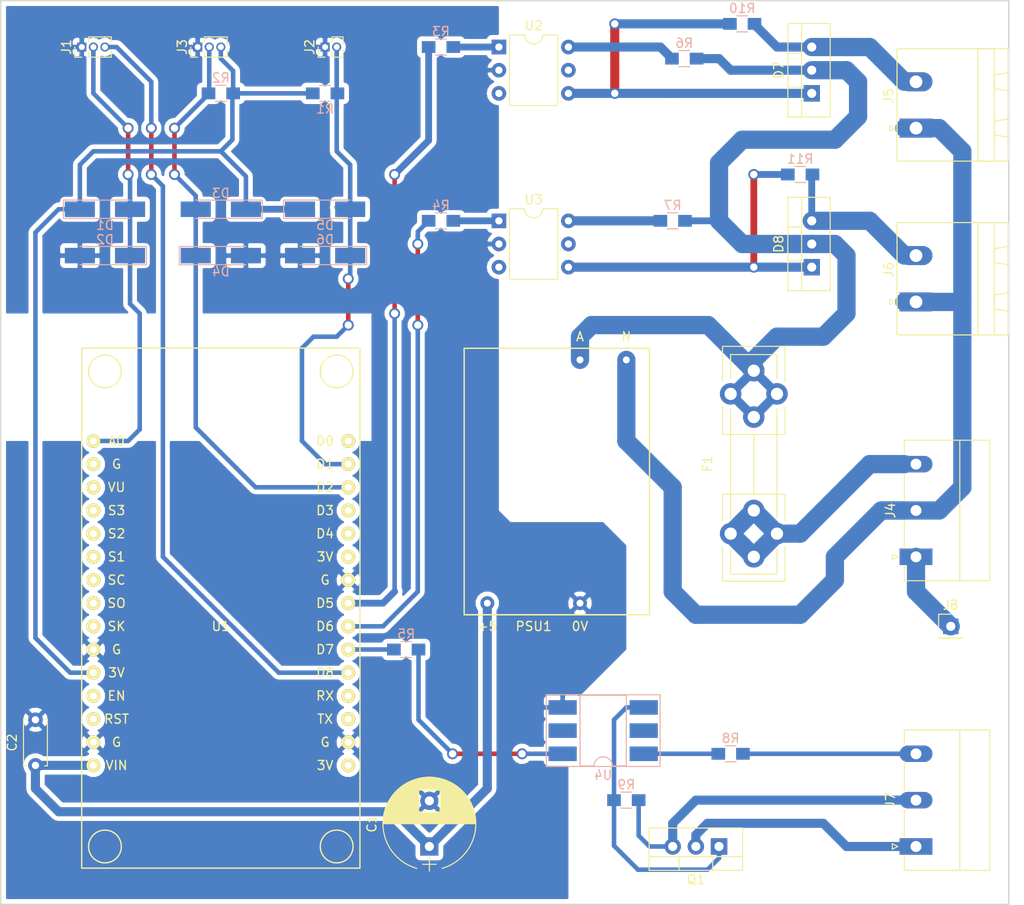
<source format=kicad_pcb>
(kicad_pcb (version 4) (host pcbnew 4.0.6)

  (general
    (links 77)
    (no_connects 2)
    (area 55.804999 15.164999 166.445001 114.375001)
    (thickness 1.6)
    (drawings 4)
    (tracks 214)
    (zones 0)
    (modules 36)
    (nets 50)
  )

  (page A4)
  (layers
    (0 F.Cu signal)
    (31 B.Cu signal)
    (32 B.Adhes user)
    (33 F.Adhes user)
    (34 B.Paste user)
    (35 F.Paste user)
    (36 B.SilkS user)
    (37 F.SilkS user)
    (38 B.Mask user)
    (39 F.Mask user)
    (40 Dwgs.User user)
    (41 Cmts.User user)
    (42 Eco1.User user)
    (43 Eco2.User user)
    (44 Edge.Cuts user)
    (45 Margin user)
    (46 B.CrtYd user)
    (47 F.CrtYd user)
    (48 B.Fab user)
    (49 F.Fab user)
  )

  (setup
    (last_trace_width 0.5)
    (user_trace_width 0.25)
    (user_trace_width 0.5)
    (user_trace_width 0.75)
    (user_trace_width 1)
    (user_trace_width 2)
    (trace_clearance 0.2)
    (zone_clearance 0.508)
    (zone_45_only yes)
    (trace_min 0.2)
    (segment_width 0.2)
    (edge_width 0.15)
    (via_size 1.2)
    (via_drill 0.8)
    (via_min_size 0.4)
    (via_min_drill 0.3)
    (user_via 1.2 0.8)
    (uvia_size 0.3)
    (uvia_drill 0.1)
    (uvias_allowed no)
    (uvia_min_size 0.2)
    (uvia_min_drill 0.1)
    (pcb_text_width 0.3)
    (pcb_text_size 1.5 1.5)
    (mod_edge_width 0.15)
    (mod_text_size 1 1)
    (mod_text_width 0.15)
    (pad_size 1.524 1.524)
    (pad_drill 0.762)
    (pad_to_mask_clearance 0.2)
    (aux_axis_origin 0 0)
    (visible_elements FFFFFF7F)
    (pcbplotparams
      (layerselection 0x00030_80000001)
      (usegerberextensions false)
      (excludeedgelayer true)
      (linewidth 0.100000)
      (plotframeref false)
      (viasonmask false)
      (mode 1)
      (useauxorigin false)
      (hpglpennumber 1)
      (hpglpenspeed 20)
      (hpglpendiameter 15)
      (hpglpenoverlay 2)
      (psnegative false)
      (psa4output false)
      (plotreference true)
      (plotvalue true)
      (plotinvisibletext false)
      (padsonsilk false)
      (subtractmaskfromsilk false)
      (outputformat 1)
      (mirror false)
      (drillshape 1)
      (scaleselection 1)
      (outputdirectory ""))
  )

  (net 0 "")
  (net 1 /+5V)
  (net 2 /0v)
  (net 3 /+3.3V)
  (net 4 /Moisture)
  (net 5 /Temp_Humid)
  (net 6 /Water_level)
  (net 7 "Net-(D7-Pad1)")
  (net 8 /Fused_A)
  (net 9 /Water_Pump)
  (net 10 "Net-(D8-Pad1)")
  (net 11 /Exhaust)
  (net 12 "Net-(F1-Pad1)")
  (net 13 /Sense_active)
  (net 14 GNDPWR)
  (net 15 /Neutral)
  (net 16 /Mister)
  (net 17 /12V)
  (net 18 "Net-(R3-Pad1)")
  (net 19 "Net-(R3-Pad2)")
  (net 20 "Net-(R4-Pad1)")
  (net 21 "Net-(R4-Pad2)")
  (net 22 "Net-(R5-Pad1)")
  (net 23 "Net-(R5-Pad2)")
  (net 24 "Net-(R6-Pad2)")
  (net 25 "Net-(R7-Pad2)")
  (net 26 "Net-(R8-Pad2)")
  (net 27 "Net-(Q1-Pad1)")
  (net 28 "Net-(U1-Pad2)")
  (net 29 "Net-(U1-Pad3)")
  (net 30 "Net-(U1-Pad4)")
  (net 31 "Net-(U1-Pad5)")
  (net 32 "Net-(U1-Pad6)")
  (net 33 "Net-(U1-Pad7)")
  (net 34 "Net-(U1-Pad8)")
  (net 35 "Net-(U1-Pad9)")
  (net 36 "Net-(U1-Pad12)")
  (net 37 "Net-(U1-Pad13)")
  (net 38 "Net-(U1-Pad18)")
  (net 39 "Net-(U1-Pad19)")
  (net 40 "Net-(U1-Pad26)")
  (net 41 "Net-(U1-Pad27)")
  (net 42 "Net-(U1-Pad30)")
  (net 43 "Net-(U2-Pad5)")
  (net 44 "Net-(U2-Pad3)")
  (net 45 "Net-(U3-Pad5)")
  (net 46 "Net-(U3-Pad3)")
  (net 47 "Net-(U4-Pad2)")
  (net 48 "Net-(U4-Pad5)")
  (net 49 "Net-(J7-Pad2)")

  (net_class Default "This is the default net class."
    (clearance 0.2)
    (trace_width 0.5)
    (via_dia 1.2)
    (via_drill 0.8)
    (uvia_dia 0.3)
    (uvia_drill 0.1)
    (add_net /+3.3V)
    (add_net /+5V)
    (add_net /0v)
    (add_net /12V)
    (add_net /Exhaust)
    (add_net /Fused_A)
    (add_net /Mister)
    (add_net /Moisture)
    (add_net /Neutral)
    (add_net /Sense_active)
    (add_net /Temp_Humid)
    (add_net /Water_Pump)
    (add_net /Water_level)
    (add_net GNDPWR)
    (add_net "Net-(D7-Pad1)")
    (add_net "Net-(D8-Pad1)")
    (add_net "Net-(F1-Pad1)")
    (add_net "Net-(J7-Pad2)")
    (add_net "Net-(Q1-Pad1)")
    (add_net "Net-(R3-Pad1)")
    (add_net "Net-(R3-Pad2)")
    (add_net "Net-(R4-Pad1)")
    (add_net "Net-(R4-Pad2)")
    (add_net "Net-(R5-Pad1)")
    (add_net "Net-(R5-Pad2)")
    (add_net "Net-(R6-Pad2)")
    (add_net "Net-(R7-Pad2)")
    (add_net "Net-(R8-Pad2)")
    (add_net "Net-(U1-Pad12)")
    (add_net "Net-(U1-Pad13)")
    (add_net "Net-(U1-Pad18)")
    (add_net "Net-(U1-Pad19)")
    (add_net "Net-(U1-Pad2)")
    (add_net "Net-(U1-Pad26)")
    (add_net "Net-(U1-Pad27)")
    (add_net "Net-(U1-Pad3)")
    (add_net "Net-(U1-Pad30)")
    (add_net "Net-(U1-Pad4)")
    (add_net "Net-(U1-Pad5)")
    (add_net "Net-(U1-Pad6)")
    (add_net "Net-(U1-Pad7)")
    (add_net "Net-(U1-Pad8)")
    (add_net "Net-(U1-Pad9)")
    (add_net "Net-(U2-Pad3)")
    (add_net "Net-(U2-Pad5)")
    (add_net "Net-(U3-Pad3)")
    (add_net "Net-(U3-Pad5)")
    (add_net "Net-(U4-Pad2)")
    (add_net "Net-(U4-Pad5)")
  )

  (net_class bigger ""
    (clearance 0.2)
    (trace_width 0.5)
    (via_dia 1.2)
    (via_drill 0.8)
    (uvia_dia 0.3)
    (uvia_drill 0.1)
  )

  (module Capacitors_THT:CP_Radial_D10.0mm_P5.00mm (layer F.Cu) (tedit 597BC7C2) (tstamp 5AF69AD2)
    (at 102.87 107.95 90)
    (descr "CP, Radial series, Radial, pin pitch=5.00mm, , diameter=10mm, Electrolytic Capacitor")
    (tags "CP Radial series Radial pin pitch 5.00mm  diameter 10mm Electrolytic Capacitor")
    (path /5AF69AA8)
    (fp_text reference C1 (at 2.5 -6.31 90) (layer F.SilkS)
      (effects (font (size 1 1) (thickness 0.15)))
    )
    (fp_text value 100uF (at 2.5 6.31 90) (layer F.Fab)
      (effects (font (size 1 1) (thickness 0.15)))
    )
    (fp_arc (start 2.5 0) (end -2.399357 -1.38) (angle 148.5) (layer F.SilkS) (width 0.12))
    (fp_arc (start 2.5 0) (end -2.399357 1.38) (angle -148.5) (layer F.SilkS) (width 0.12))
    (fp_arc (start 2.5 0) (end 7.399357 -1.38) (angle 31.5) (layer F.SilkS) (width 0.12))
    (fp_circle (center 2.5 0) (end 7.5 0) (layer F.Fab) (width 0.1))
    (fp_line (start -2.7 0) (end -1.2 0) (layer F.Fab) (width 0.1))
    (fp_line (start -1.95 -0.75) (end -1.95 0.75) (layer F.Fab) (width 0.1))
    (fp_line (start 2.5 -5.05) (end 2.5 5.05) (layer F.SilkS) (width 0.12))
    (fp_line (start 2.54 -5.05) (end 2.54 5.05) (layer F.SilkS) (width 0.12))
    (fp_line (start 2.58 -5.05) (end 2.58 5.05) (layer F.SilkS) (width 0.12))
    (fp_line (start 2.62 -5.049) (end 2.62 5.049) (layer F.SilkS) (width 0.12))
    (fp_line (start 2.66 -5.048) (end 2.66 5.048) (layer F.SilkS) (width 0.12))
    (fp_line (start 2.7 -5.047) (end 2.7 5.047) (layer F.SilkS) (width 0.12))
    (fp_line (start 2.74 -5.045) (end 2.74 5.045) (layer F.SilkS) (width 0.12))
    (fp_line (start 2.78 -5.043) (end 2.78 5.043) (layer F.SilkS) (width 0.12))
    (fp_line (start 2.82 -5.04) (end 2.82 5.04) (layer F.SilkS) (width 0.12))
    (fp_line (start 2.86 -5.038) (end 2.86 5.038) (layer F.SilkS) (width 0.12))
    (fp_line (start 2.9 -5.035) (end 2.9 5.035) (layer F.SilkS) (width 0.12))
    (fp_line (start 2.94 -5.031) (end 2.94 5.031) (layer F.SilkS) (width 0.12))
    (fp_line (start 2.98 -5.028) (end 2.98 5.028) (layer F.SilkS) (width 0.12))
    (fp_line (start 3.02 -5.024) (end 3.02 5.024) (layer F.SilkS) (width 0.12))
    (fp_line (start 3.06 -5.02) (end 3.06 5.02) (layer F.SilkS) (width 0.12))
    (fp_line (start 3.1 -5.015) (end 3.1 5.015) (layer F.SilkS) (width 0.12))
    (fp_line (start 3.14 -5.01) (end 3.14 5.01) (layer F.SilkS) (width 0.12))
    (fp_line (start 3.18 -5.005) (end 3.18 5.005) (layer F.SilkS) (width 0.12))
    (fp_line (start 3.221 -4.999) (end 3.221 4.999) (layer F.SilkS) (width 0.12))
    (fp_line (start 3.261 -4.993) (end 3.261 4.993) (layer F.SilkS) (width 0.12))
    (fp_line (start 3.301 -4.987) (end 3.301 4.987) (layer F.SilkS) (width 0.12))
    (fp_line (start 3.341 -4.981) (end 3.341 4.981) (layer F.SilkS) (width 0.12))
    (fp_line (start 3.381 -4.974) (end 3.381 4.974) (layer F.SilkS) (width 0.12))
    (fp_line (start 3.421 -4.967) (end 3.421 4.967) (layer F.SilkS) (width 0.12))
    (fp_line (start 3.461 -4.959) (end 3.461 4.959) (layer F.SilkS) (width 0.12))
    (fp_line (start 3.501 -4.951) (end 3.501 4.951) (layer F.SilkS) (width 0.12))
    (fp_line (start 3.541 -4.943) (end 3.541 4.943) (layer F.SilkS) (width 0.12))
    (fp_line (start 3.581 -4.935) (end 3.581 4.935) (layer F.SilkS) (width 0.12))
    (fp_line (start 3.621 -4.926) (end 3.621 4.926) (layer F.SilkS) (width 0.12))
    (fp_line (start 3.661 -4.917) (end 3.661 4.917) (layer F.SilkS) (width 0.12))
    (fp_line (start 3.701 -4.907) (end 3.701 4.907) (layer F.SilkS) (width 0.12))
    (fp_line (start 3.741 -4.897) (end 3.741 4.897) (layer F.SilkS) (width 0.12))
    (fp_line (start 3.781 -4.887) (end 3.781 4.887) (layer F.SilkS) (width 0.12))
    (fp_line (start 3.821 -4.876) (end 3.821 -1.181) (layer F.SilkS) (width 0.12))
    (fp_line (start 3.821 1.181) (end 3.821 4.876) (layer F.SilkS) (width 0.12))
    (fp_line (start 3.861 -4.865) (end 3.861 -1.181) (layer F.SilkS) (width 0.12))
    (fp_line (start 3.861 1.181) (end 3.861 4.865) (layer F.SilkS) (width 0.12))
    (fp_line (start 3.901 -4.854) (end 3.901 -1.181) (layer F.SilkS) (width 0.12))
    (fp_line (start 3.901 1.181) (end 3.901 4.854) (layer F.SilkS) (width 0.12))
    (fp_line (start 3.941 -4.843) (end 3.941 -1.181) (layer F.SilkS) (width 0.12))
    (fp_line (start 3.941 1.181) (end 3.941 4.843) (layer F.SilkS) (width 0.12))
    (fp_line (start 3.981 -4.831) (end 3.981 -1.181) (layer F.SilkS) (width 0.12))
    (fp_line (start 3.981 1.181) (end 3.981 4.831) (layer F.SilkS) (width 0.12))
    (fp_line (start 4.021 -4.818) (end 4.021 -1.181) (layer F.SilkS) (width 0.12))
    (fp_line (start 4.021 1.181) (end 4.021 4.818) (layer F.SilkS) (width 0.12))
    (fp_line (start 4.061 -4.806) (end 4.061 -1.181) (layer F.SilkS) (width 0.12))
    (fp_line (start 4.061 1.181) (end 4.061 4.806) (layer F.SilkS) (width 0.12))
    (fp_line (start 4.101 -4.792) (end 4.101 -1.181) (layer F.SilkS) (width 0.12))
    (fp_line (start 4.101 1.181) (end 4.101 4.792) (layer F.SilkS) (width 0.12))
    (fp_line (start 4.141 -4.779) (end 4.141 -1.181) (layer F.SilkS) (width 0.12))
    (fp_line (start 4.141 1.181) (end 4.141 4.779) (layer F.SilkS) (width 0.12))
    (fp_line (start 4.181 -4.765) (end 4.181 -1.181) (layer F.SilkS) (width 0.12))
    (fp_line (start 4.181 1.181) (end 4.181 4.765) (layer F.SilkS) (width 0.12))
    (fp_line (start 4.221 -4.751) (end 4.221 -1.181) (layer F.SilkS) (width 0.12))
    (fp_line (start 4.221 1.181) (end 4.221 4.751) (layer F.SilkS) (width 0.12))
    (fp_line (start 4.261 -4.737) (end 4.261 -1.181) (layer F.SilkS) (width 0.12))
    (fp_line (start 4.261 1.181) (end 4.261 4.737) (layer F.SilkS) (width 0.12))
    (fp_line (start 4.301 -4.722) (end 4.301 -1.181) (layer F.SilkS) (width 0.12))
    (fp_line (start 4.301 1.181) (end 4.301 4.722) (layer F.SilkS) (width 0.12))
    (fp_line (start 4.341 -4.706) (end 4.341 -1.181) (layer F.SilkS) (width 0.12))
    (fp_line (start 4.341 1.181) (end 4.341 4.706) (layer F.SilkS) (width 0.12))
    (fp_line (start 4.381 -4.691) (end 4.381 -1.181) (layer F.SilkS) (width 0.12))
    (fp_line (start 4.381 1.181) (end 4.381 4.691) (layer F.SilkS) (width 0.12))
    (fp_line (start 4.421 -4.674) (end 4.421 -1.181) (layer F.SilkS) (width 0.12))
    (fp_line (start 4.421 1.181) (end 4.421 4.674) (layer F.SilkS) (width 0.12))
    (fp_line (start 4.461 -4.658) (end 4.461 -1.181) (layer F.SilkS) (width 0.12))
    (fp_line (start 4.461 1.181) (end 4.461 4.658) (layer F.SilkS) (width 0.12))
    (fp_line (start 4.501 -4.641) (end 4.501 -1.181) (layer F.SilkS) (width 0.12))
    (fp_line (start 4.501 1.181) (end 4.501 4.641) (layer F.SilkS) (width 0.12))
    (fp_line (start 4.541 -4.624) (end 4.541 -1.181) (layer F.SilkS) (width 0.12))
    (fp_line (start 4.541 1.181) (end 4.541 4.624) (layer F.SilkS) (width 0.12))
    (fp_line (start 4.581 -4.606) (end 4.581 -1.181) (layer F.SilkS) (width 0.12))
    (fp_line (start 4.581 1.181) (end 4.581 4.606) (layer F.SilkS) (width 0.12))
    (fp_line (start 4.621 -4.588) (end 4.621 -1.181) (layer F.SilkS) (width 0.12))
    (fp_line (start 4.621 1.181) (end 4.621 4.588) (layer F.SilkS) (width 0.12))
    (fp_line (start 4.661 -4.569) (end 4.661 -1.181) (layer F.SilkS) (width 0.12))
    (fp_line (start 4.661 1.181) (end 4.661 4.569) (layer F.SilkS) (width 0.12))
    (fp_line (start 4.701 -4.55) (end 4.701 -1.181) (layer F.SilkS) (width 0.12))
    (fp_line (start 4.701 1.181) (end 4.701 4.55) (layer F.SilkS) (width 0.12))
    (fp_line (start 4.741 -4.531) (end 4.741 -1.181) (layer F.SilkS) (width 0.12))
    (fp_line (start 4.741 1.181) (end 4.741 4.531) (layer F.SilkS) (width 0.12))
    (fp_line (start 4.781 -4.511) (end 4.781 -1.181) (layer F.SilkS) (width 0.12))
    (fp_line (start 4.781 1.181) (end 4.781 4.511) (layer F.SilkS) (width 0.12))
    (fp_line (start 4.821 -4.491) (end 4.821 -1.181) (layer F.SilkS) (width 0.12))
    (fp_line (start 4.821 1.181) (end 4.821 4.491) (layer F.SilkS) (width 0.12))
    (fp_line (start 4.861 -4.47) (end 4.861 -1.181) (layer F.SilkS) (width 0.12))
    (fp_line (start 4.861 1.181) (end 4.861 4.47) (layer F.SilkS) (width 0.12))
    (fp_line (start 4.901 -4.449) (end 4.901 -1.181) (layer F.SilkS) (width 0.12))
    (fp_line (start 4.901 1.181) (end 4.901 4.449) (layer F.SilkS) (width 0.12))
    (fp_line (start 4.941 -4.428) (end 4.941 -1.181) (layer F.SilkS) (width 0.12))
    (fp_line (start 4.941 1.181) (end 4.941 4.428) (layer F.SilkS) (width 0.12))
    (fp_line (start 4.981 -4.405) (end 4.981 -1.181) (layer F.SilkS) (width 0.12))
    (fp_line (start 4.981 1.181) (end 4.981 4.405) (layer F.SilkS) (width 0.12))
    (fp_line (start 5.021 -4.383) (end 5.021 -1.181) (layer F.SilkS) (width 0.12))
    (fp_line (start 5.021 1.181) (end 5.021 4.383) (layer F.SilkS) (width 0.12))
    (fp_line (start 5.061 -4.36) (end 5.061 -1.181) (layer F.SilkS) (width 0.12))
    (fp_line (start 5.061 1.181) (end 5.061 4.36) (layer F.SilkS) (width 0.12))
    (fp_line (start 5.101 -4.336) (end 5.101 -1.181) (layer F.SilkS) (width 0.12))
    (fp_line (start 5.101 1.181) (end 5.101 4.336) (layer F.SilkS) (width 0.12))
    (fp_line (start 5.141 -4.312) (end 5.141 -1.181) (layer F.SilkS) (width 0.12))
    (fp_line (start 5.141 1.181) (end 5.141 4.312) (layer F.SilkS) (width 0.12))
    (fp_line (start 5.181 -4.288) (end 5.181 -1.181) (layer F.SilkS) (width 0.12))
    (fp_line (start 5.181 1.181) (end 5.181 4.288) (layer F.SilkS) (width 0.12))
    (fp_line (start 5.221 -4.263) (end 5.221 -1.181) (layer F.SilkS) (width 0.12))
    (fp_line (start 5.221 1.181) (end 5.221 4.263) (layer F.SilkS) (width 0.12))
    (fp_line (start 5.261 -4.237) (end 5.261 -1.181) (layer F.SilkS) (width 0.12))
    (fp_line (start 5.261 1.181) (end 5.261 4.237) (layer F.SilkS) (width 0.12))
    (fp_line (start 5.301 -4.211) (end 5.301 -1.181) (layer F.SilkS) (width 0.12))
    (fp_line (start 5.301 1.181) (end 5.301 4.211) (layer F.SilkS) (width 0.12))
    (fp_line (start 5.341 -4.185) (end 5.341 -1.181) (layer F.SilkS) (width 0.12))
    (fp_line (start 5.341 1.181) (end 5.341 4.185) (layer F.SilkS) (width 0.12))
    (fp_line (start 5.381 -4.157) (end 5.381 -1.181) (layer F.SilkS) (width 0.12))
    (fp_line (start 5.381 1.181) (end 5.381 4.157) (layer F.SilkS) (width 0.12))
    (fp_line (start 5.421 -4.13) (end 5.421 -1.181) (layer F.SilkS) (width 0.12))
    (fp_line (start 5.421 1.181) (end 5.421 4.13) (layer F.SilkS) (width 0.12))
    (fp_line (start 5.461 -4.101) (end 5.461 -1.181) (layer F.SilkS) (width 0.12))
    (fp_line (start 5.461 1.181) (end 5.461 4.101) (layer F.SilkS) (width 0.12))
    (fp_line (start 5.501 -4.072) (end 5.501 -1.181) (layer F.SilkS) (width 0.12))
    (fp_line (start 5.501 1.181) (end 5.501 4.072) (layer F.SilkS) (width 0.12))
    (fp_line (start 5.541 -4.043) (end 5.541 -1.181) (layer F.SilkS) (width 0.12))
    (fp_line (start 5.541 1.181) (end 5.541 4.043) (layer F.SilkS) (width 0.12))
    (fp_line (start 5.581 -4.013) (end 5.581 -1.181) (layer F.SilkS) (width 0.12))
    (fp_line (start 5.581 1.181) (end 5.581 4.013) (layer F.SilkS) (width 0.12))
    (fp_line (start 5.621 -3.982) (end 5.621 -1.181) (layer F.SilkS) (width 0.12))
    (fp_line (start 5.621 1.181) (end 5.621 3.982) (layer F.SilkS) (width 0.12))
    (fp_line (start 5.661 -3.951) (end 5.661 -1.181) (layer F.SilkS) (width 0.12))
    (fp_line (start 5.661 1.181) (end 5.661 3.951) (layer F.SilkS) (width 0.12))
    (fp_line (start 5.701 -3.919) (end 5.701 -1.181) (layer F.SilkS) (width 0.12))
    (fp_line (start 5.701 1.181) (end 5.701 3.919) (layer F.SilkS) (width 0.12))
    (fp_line (start 5.741 -3.886) (end 5.741 -1.181) (layer F.SilkS) (width 0.12))
    (fp_line (start 5.741 1.181) (end 5.741 3.886) (layer F.SilkS) (width 0.12))
    (fp_line (start 5.781 -3.853) (end 5.781 -1.181) (layer F.SilkS) (width 0.12))
    (fp_line (start 5.781 1.181) (end 5.781 3.853) (layer F.SilkS) (width 0.12))
    (fp_line (start 5.821 -3.819) (end 5.821 -1.181) (layer F.SilkS) (width 0.12))
    (fp_line (start 5.821 1.181) (end 5.821 3.819) (layer F.SilkS) (width 0.12))
    (fp_line (start 5.861 -3.784) (end 5.861 -1.181) (layer F.SilkS) (width 0.12))
    (fp_line (start 5.861 1.181) (end 5.861 3.784) (layer F.SilkS) (width 0.12))
    (fp_line (start 5.901 -3.748) (end 5.901 -1.181) (layer F.SilkS) (width 0.12))
    (fp_line (start 5.901 1.181) (end 5.901 3.748) (layer F.SilkS) (width 0.12))
    (fp_line (start 5.941 -3.712) (end 5.941 -1.181) (layer F.SilkS) (width 0.12))
    (fp_line (start 5.941 1.181) (end 5.941 3.712) (layer F.SilkS) (width 0.12))
    (fp_line (start 5.981 -3.675) (end 5.981 -1.181) (layer F.SilkS) (width 0.12))
    (fp_line (start 5.981 1.181) (end 5.981 3.675) (layer F.SilkS) (width 0.12))
    (fp_line (start 6.021 -3.637) (end 6.021 -1.181) (layer F.SilkS) (width 0.12))
    (fp_line (start 6.021 1.181) (end 6.021 3.637) (layer F.SilkS) (width 0.12))
    (fp_line (start 6.061 -3.598) (end 6.061 -1.181) (layer F.SilkS) (width 0.12))
    (fp_line (start 6.061 1.181) (end 6.061 3.598) (layer F.SilkS) (width 0.12))
    (fp_line (start 6.101 -3.559) (end 6.101 -1.181) (layer F.SilkS) (width 0.12))
    (fp_line (start 6.101 1.181) (end 6.101 3.559) (layer F.SilkS) (width 0.12))
    (fp_line (start 6.141 -3.518) (end 6.141 -1.181) (layer F.SilkS) (width 0.12))
    (fp_line (start 6.141 1.181) (end 6.141 3.518) (layer F.SilkS) (width 0.12))
    (fp_line (start 6.181 -3.477) (end 6.181 3.477) (layer F.SilkS) (width 0.12))
    (fp_line (start 6.221 -3.435) (end 6.221 3.435) (layer F.SilkS) (width 0.12))
    (fp_line (start 6.261 -3.391) (end 6.261 3.391) (layer F.SilkS) (width 0.12))
    (fp_line (start 6.301 -3.347) (end 6.301 3.347) (layer F.SilkS) (width 0.12))
    (fp_line (start 6.341 -3.302) (end 6.341 3.302) (layer F.SilkS) (width 0.12))
    (fp_line (start 6.381 -3.255) (end 6.381 3.255) (layer F.SilkS) (width 0.12))
    (fp_line (start 6.421 -3.207) (end 6.421 3.207) (layer F.SilkS) (width 0.12))
    (fp_line (start 6.461 -3.158) (end 6.461 3.158) (layer F.SilkS) (width 0.12))
    (fp_line (start 6.501 -3.108) (end 6.501 3.108) (layer F.SilkS) (width 0.12))
    (fp_line (start 6.541 -3.057) (end 6.541 3.057) (layer F.SilkS) (width 0.12))
    (fp_line (start 6.581 -3.004) (end 6.581 3.004) (layer F.SilkS) (width 0.12))
    (fp_line (start 6.621 -2.949) (end 6.621 2.949) (layer F.SilkS) (width 0.12))
    (fp_line (start 6.661 -2.894) (end 6.661 2.894) (layer F.SilkS) (width 0.12))
    (fp_line (start 6.701 -2.836) (end 6.701 2.836) (layer F.SilkS) (width 0.12))
    (fp_line (start 6.741 -2.777) (end 6.741 2.777) (layer F.SilkS) (width 0.12))
    (fp_line (start 6.781 -2.715) (end 6.781 2.715) (layer F.SilkS) (width 0.12))
    (fp_line (start 6.821 -2.652) (end 6.821 2.652) (layer F.SilkS) (width 0.12))
    (fp_line (start 6.861 -2.587) (end 6.861 2.587) (layer F.SilkS) (width 0.12))
    (fp_line (start 6.901 -2.519) (end 6.901 2.519) (layer F.SilkS) (width 0.12))
    (fp_line (start 6.941 -2.449) (end 6.941 2.449) (layer F.SilkS) (width 0.12))
    (fp_line (start 6.981 -2.377) (end 6.981 2.377) (layer F.SilkS) (width 0.12))
    (fp_line (start 7.021 -2.301) (end 7.021 2.301) (layer F.SilkS) (width 0.12))
    (fp_line (start 7.061 -2.222) (end 7.061 2.222) (layer F.SilkS) (width 0.12))
    (fp_line (start 7.101 -2.14) (end 7.101 2.14) (layer F.SilkS) (width 0.12))
    (fp_line (start 7.141 -2.053) (end 7.141 2.053) (layer F.SilkS) (width 0.12))
    (fp_line (start 7.181 -1.962) (end 7.181 1.962) (layer F.SilkS) (width 0.12))
    (fp_line (start 7.221 -1.866) (end 7.221 1.866) (layer F.SilkS) (width 0.12))
    (fp_line (start 7.261 -1.763) (end 7.261 1.763) (layer F.SilkS) (width 0.12))
    (fp_line (start 7.301 -1.654) (end 7.301 1.654) (layer F.SilkS) (width 0.12))
    (fp_line (start 7.341 -1.536) (end 7.341 1.536) (layer F.SilkS) (width 0.12))
    (fp_line (start 7.381 -1.407) (end 7.381 1.407) (layer F.SilkS) (width 0.12))
    (fp_line (start 7.421 -1.265) (end 7.421 1.265) (layer F.SilkS) (width 0.12))
    (fp_line (start 7.461 -1.104) (end 7.461 1.104) (layer F.SilkS) (width 0.12))
    (fp_line (start 7.501 -0.913) (end 7.501 0.913) (layer F.SilkS) (width 0.12))
    (fp_line (start 7.541 -0.672) (end 7.541 0.672) (layer F.SilkS) (width 0.12))
    (fp_line (start 7.581 -0.279) (end 7.581 0.279) (layer F.SilkS) (width 0.12))
    (fp_line (start -2.7 0) (end -1.2 0) (layer F.SilkS) (width 0.12))
    (fp_line (start -1.95 -0.75) (end -1.95 0.75) (layer F.SilkS) (width 0.12))
    (fp_line (start -2.85 -5.35) (end -2.85 5.35) (layer F.CrtYd) (width 0.05))
    (fp_line (start -2.85 5.35) (end 7.85 5.35) (layer F.CrtYd) (width 0.05))
    (fp_line (start 7.85 5.35) (end 7.85 -5.35) (layer F.CrtYd) (width 0.05))
    (fp_line (start 7.85 -5.35) (end -2.85 -5.35) (layer F.CrtYd) (width 0.05))
    (fp_text user %R (at 2.5 0 90) (layer F.Fab)
      (effects (font (size 1 1) (thickness 0.15)))
    )
    (pad 1 thru_hole rect (at 0 0 90) (size 2 2) (drill 1) (layers *.Cu *.Mask)
      (net 1 /+5V))
    (pad 2 thru_hole circle (at 5 0 90) (size 2 2) (drill 1) (layers *.Cu *.Mask)
      (net 2 /0v))
    (model ${KISYS3DMOD}/Capacitors_THT.3dshapes/CP_Radial_D10.0mm_P5.00mm.wrl
      (at (xyz 0 0 0))
      (scale (xyz 1 1 1))
      (rotate (xyz 0 0 0))
    )
  )

  (module Capacitors_THT:C_Disc_D5.0mm_W2.5mm_P5.00mm (layer F.Cu) (tedit 5AF83A06) (tstamp 5AF69AD8)
    (at 59.69 99.06 90)
    (descr "C, Disc series, Radial, pin pitch=5.00mm, , diameter*width=5*2.5mm^2, Capacitor, http://cdn-reichelt.de/documents/datenblatt/B300/DS_KERKO_TC.pdf")
    (tags "C Disc series Radial pin pitch 5.00mm  diameter 5mm width 2.5mm Capacitor")
    (path /5AF699C2)
    (fp_text reference C2 (at 2.5 -2.56 90) (layer F.SilkS)
      (effects (font (size 1 1) (thickness 0.15)))
    )
    (fp_text value 100n (at 2.5 2.56 90) (layer F.Fab)
      (effects (font (size 1 1) (thickness 0.15)))
    )
    (fp_line (start 0 -1.25) (end 0 1.25) (layer F.Fab) (width 0.1))
    (fp_line (start 0 1.25) (end 5 1.25) (layer F.Fab) (width 0.1))
    (fp_line (start 5 1.25) (end 5 -1.25) (layer F.Fab) (width 0.1))
    (fp_line (start 5 -1.25) (end 0 -1.25) (layer F.Fab) (width 0.1))
    (fp_line (start -0.06 -1.31) (end 5.06 -1.31) (layer F.SilkS) (width 0.12))
    (fp_line (start -0.06 1.31) (end 5.06 1.31) (layer F.SilkS) (width 0.12))
    (fp_line (start -0.06 -1.31) (end -0.06 -0.996) (layer F.SilkS) (width 0.12))
    (fp_line (start -0.06 0.996) (end -0.06 1.31) (layer F.SilkS) (width 0.12))
    (fp_line (start 5.06 -1.31) (end 5.06 -0.996) (layer F.SilkS) (width 0.12))
    (fp_line (start 5.06 0.996) (end 5.06 1.31) (layer F.SilkS) (width 0.12))
    (fp_line (start -1.05 -1.6) (end -1.05 1.6) (layer F.CrtYd) (width 0.05))
    (fp_line (start -1.05 1.6) (end 6.05 1.6) (layer F.CrtYd) (width 0.05))
    (fp_line (start 6.05 1.6) (end 6.05 -1.6) (layer F.CrtYd) (width 0.05))
    (fp_line (start 6.05 -1.6) (end -1.05 -1.6) (layer F.CrtYd) (width 0.05))
    (fp_text user %R (at 2.54 3.81 90) (layer F.Fab)
      (effects (font (size 1 1) (thickness 0.15)))
    )
    (pad 1 thru_hole circle (at 0 0 90) (size 1.6 1.6) (drill 0.8) (layers *.Cu *.Mask)
      (net 1 /+5V))
    (pad 2 thru_hole circle (at 5 0 90) (size 1.6 1.6) (drill 0.8) (layers *.Cu *.Mask)
      (net 2 /0v))
    (model ${KISYS3DMOD}/Capacitors_THT.3dshapes/C_Disc_D5.0mm_W2.5mm_P5.00mm.wrl
      (at (xyz 0 0 0))
      (scale (xyz 1 1 1))
      (rotate (xyz 0 0 0))
    )
  )

  (module Diodes_SMD:D_MiniMELF_Handsoldering (layer B.Cu) (tedit 5905D919) (tstamp 5AF69ADE)
    (at 67.31 38.1)
    (descr "Diode Mini-MELF Handsoldering")
    (tags "Diode Mini-MELF Handsoldering")
    (path /5AF662E9)
    (attr smd)
    (fp_text reference D1 (at 0 1.75) (layer B.SilkS)
      (effects (font (size 1 1) (thickness 0.15)) (justify mirror))
    )
    (fp_text value D (at 0 -1.75) (layer B.Fab)
      (effects (font (size 1 1) (thickness 0.15)) (justify mirror))
    )
    (fp_text user %R (at 0 1.75) (layer B.Fab)
      (effects (font (size 1 1) (thickness 0.15)) (justify mirror))
    )
    (fp_line (start 2.75 1) (end -4.55 1) (layer B.SilkS) (width 0.12))
    (fp_line (start -4.55 1) (end -4.55 -1) (layer B.SilkS) (width 0.12))
    (fp_line (start -4.55 -1) (end 2.75 -1) (layer B.SilkS) (width 0.12))
    (fp_line (start 1.65 0.8) (end 1.65 -0.8) (layer B.Fab) (width 0.1))
    (fp_line (start 1.65 -0.8) (end -1.65 -0.8) (layer B.Fab) (width 0.1))
    (fp_line (start -1.65 -0.8) (end -1.65 0.8) (layer B.Fab) (width 0.1))
    (fp_line (start -1.65 0.8) (end 1.65 0.8) (layer B.Fab) (width 0.1))
    (fp_line (start 0.25 0) (end 0.75 0) (layer B.Fab) (width 0.1))
    (fp_line (start 0.25 -0.4) (end -0.35 0) (layer B.Fab) (width 0.1))
    (fp_line (start 0.25 0.4) (end 0.25 -0.4) (layer B.Fab) (width 0.1))
    (fp_line (start -0.35 0) (end 0.25 0.4) (layer B.Fab) (width 0.1))
    (fp_line (start -0.35 0) (end -0.35 -0.55) (layer B.Fab) (width 0.1))
    (fp_line (start -0.35 0) (end -0.35 0.55) (layer B.Fab) (width 0.1))
    (fp_line (start -0.75 0) (end -0.35 0) (layer B.Fab) (width 0.1))
    (fp_line (start -4.65 1.1) (end 4.65 1.1) (layer B.CrtYd) (width 0.05))
    (fp_line (start 4.65 1.1) (end 4.65 -1.1) (layer B.CrtYd) (width 0.05))
    (fp_line (start 4.65 -1.1) (end -4.65 -1.1) (layer B.CrtYd) (width 0.05))
    (fp_line (start -4.65 -1.1) (end -4.65 1.1) (layer B.CrtYd) (width 0.05))
    (pad 1 smd rect (at -2.75 0) (size 3.3 1.7) (layers B.Cu B.Paste B.Mask)
      (net 3 /+3.3V))
    (pad 2 smd rect (at 2.75 0) (size 3.3 1.7) (layers B.Cu B.Paste B.Mask)
      (net 4 /Moisture))
    (model ${KISYS3DMOD}/Diodes_SMD.3dshapes/D_MiniMELF.wrl
      (at (xyz 0 0 0))
      (scale (xyz 1 1 1))
      (rotate (xyz 0 0 0))
    )
  )

  (module Diodes_SMD:D_MiniMELF_Handsoldering (layer B.Cu) (tedit 5905D919) (tstamp 5AF69AE4)
    (at 67.31 43.18 180)
    (descr "Diode Mini-MELF Handsoldering")
    (tags "Diode Mini-MELF Handsoldering")
    (path /5AF66397)
    (attr smd)
    (fp_text reference D2 (at 0 1.75 180) (layer B.SilkS)
      (effects (font (size 1 1) (thickness 0.15)) (justify mirror))
    )
    (fp_text value D (at 0 -1.75 180) (layer B.Fab)
      (effects (font (size 1 1) (thickness 0.15)) (justify mirror))
    )
    (fp_text user %R (at 0 1.75 180) (layer B.Fab)
      (effects (font (size 1 1) (thickness 0.15)) (justify mirror))
    )
    (fp_line (start 2.75 1) (end -4.55 1) (layer B.SilkS) (width 0.12))
    (fp_line (start -4.55 1) (end -4.55 -1) (layer B.SilkS) (width 0.12))
    (fp_line (start -4.55 -1) (end 2.75 -1) (layer B.SilkS) (width 0.12))
    (fp_line (start 1.65 0.8) (end 1.65 -0.8) (layer B.Fab) (width 0.1))
    (fp_line (start 1.65 -0.8) (end -1.65 -0.8) (layer B.Fab) (width 0.1))
    (fp_line (start -1.65 -0.8) (end -1.65 0.8) (layer B.Fab) (width 0.1))
    (fp_line (start -1.65 0.8) (end 1.65 0.8) (layer B.Fab) (width 0.1))
    (fp_line (start 0.25 0) (end 0.75 0) (layer B.Fab) (width 0.1))
    (fp_line (start 0.25 -0.4) (end -0.35 0) (layer B.Fab) (width 0.1))
    (fp_line (start 0.25 0.4) (end 0.25 -0.4) (layer B.Fab) (width 0.1))
    (fp_line (start -0.35 0) (end 0.25 0.4) (layer B.Fab) (width 0.1))
    (fp_line (start -0.35 0) (end -0.35 -0.55) (layer B.Fab) (width 0.1))
    (fp_line (start -0.35 0) (end -0.35 0.55) (layer B.Fab) (width 0.1))
    (fp_line (start -0.75 0) (end -0.35 0) (layer B.Fab) (width 0.1))
    (fp_line (start -4.65 1.1) (end 4.65 1.1) (layer B.CrtYd) (width 0.05))
    (fp_line (start 4.65 1.1) (end 4.65 -1.1) (layer B.CrtYd) (width 0.05))
    (fp_line (start 4.65 -1.1) (end -4.65 -1.1) (layer B.CrtYd) (width 0.05))
    (fp_line (start -4.65 -1.1) (end -4.65 1.1) (layer B.CrtYd) (width 0.05))
    (pad 1 smd rect (at -2.75 0 180) (size 3.3 1.7) (layers B.Cu B.Paste B.Mask)
      (net 4 /Moisture))
    (pad 2 smd rect (at 2.75 0 180) (size 3.3 1.7) (layers B.Cu B.Paste B.Mask)
      (net 2 /0v))
    (model ${KISYS3DMOD}/Diodes_SMD.3dshapes/D_MiniMELF.wrl
      (at (xyz 0 0 0))
      (scale (xyz 1 1 1))
      (rotate (xyz 0 0 0))
    )
  )

  (module Diodes_SMD:D_MiniMELF_Handsoldering (layer B.Cu) (tedit 5905D919) (tstamp 5AF69AEA)
    (at 80.01 38.1 180)
    (descr "Diode Mini-MELF Handsoldering")
    (tags "Diode Mini-MELF Handsoldering")
    (path /5AF65FE7)
    (attr smd)
    (fp_text reference D3 (at 0 1.75 180) (layer B.SilkS)
      (effects (font (size 1 1) (thickness 0.15)) (justify mirror))
    )
    (fp_text value D (at 0 -1.75 180) (layer B.Fab)
      (effects (font (size 1 1) (thickness 0.15)) (justify mirror))
    )
    (fp_text user %R (at 0 1.75 180) (layer B.Fab)
      (effects (font (size 1 1) (thickness 0.15)) (justify mirror))
    )
    (fp_line (start 2.75 1) (end -4.55 1) (layer B.SilkS) (width 0.12))
    (fp_line (start -4.55 1) (end -4.55 -1) (layer B.SilkS) (width 0.12))
    (fp_line (start -4.55 -1) (end 2.75 -1) (layer B.SilkS) (width 0.12))
    (fp_line (start 1.65 0.8) (end 1.65 -0.8) (layer B.Fab) (width 0.1))
    (fp_line (start 1.65 -0.8) (end -1.65 -0.8) (layer B.Fab) (width 0.1))
    (fp_line (start -1.65 -0.8) (end -1.65 0.8) (layer B.Fab) (width 0.1))
    (fp_line (start -1.65 0.8) (end 1.65 0.8) (layer B.Fab) (width 0.1))
    (fp_line (start 0.25 0) (end 0.75 0) (layer B.Fab) (width 0.1))
    (fp_line (start 0.25 -0.4) (end -0.35 0) (layer B.Fab) (width 0.1))
    (fp_line (start 0.25 0.4) (end 0.25 -0.4) (layer B.Fab) (width 0.1))
    (fp_line (start -0.35 0) (end 0.25 0.4) (layer B.Fab) (width 0.1))
    (fp_line (start -0.35 0) (end -0.35 -0.55) (layer B.Fab) (width 0.1))
    (fp_line (start -0.35 0) (end -0.35 0.55) (layer B.Fab) (width 0.1))
    (fp_line (start -0.75 0) (end -0.35 0) (layer B.Fab) (width 0.1))
    (fp_line (start -4.65 1.1) (end 4.65 1.1) (layer B.CrtYd) (width 0.05))
    (fp_line (start 4.65 1.1) (end 4.65 -1.1) (layer B.CrtYd) (width 0.05))
    (fp_line (start 4.65 -1.1) (end -4.65 -1.1) (layer B.CrtYd) (width 0.05))
    (fp_line (start -4.65 -1.1) (end -4.65 1.1) (layer B.CrtYd) (width 0.05))
    (pad 1 smd rect (at -2.75 0 180) (size 3.3 1.7) (layers B.Cu B.Paste B.Mask)
      (net 3 /+3.3V))
    (pad 2 smd rect (at 2.75 0 180) (size 3.3 1.7) (layers B.Cu B.Paste B.Mask)
      (net 5 /Temp_Humid))
    (model ${KISYS3DMOD}/Diodes_SMD.3dshapes/D_MiniMELF.wrl
      (at (xyz 0 0 0))
      (scale (xyz 1 1 1))
      (rotate (xyz 0 0 0))
    )
  )

  (module Diodes_SMD:D_MiniMELF_Handsoldering (layer B.Cu) (tedit 5905D919) (tstamp 5AF69AF0)
    (at 80.01 43.18)
    (descr "Diode Mini-MELF Handsoldering")
    (tags "Diode Mini-MELF Handsoldering")
    (path /5AF66150)
    (attr smd)
    (fp_text reference D4 (at 0 1.75) (layer B.SilkS)
      (effects (font (size 1 1) (thickness 0.15)) (justify mirror))
    )
    (fp_text value D (at 0 -1.75) (layer B.Fab)
      (effects (font (size 1 1) (thickness 0.15)) (justify mirror))
    )
    (fp_text user %R (at 0 1.75) (layer B.Fab)
      (effects (font (size 1 1) (thickness 0.15)) (justify mirror))
    )
    (fp_line (start 2.75 1) (end -4.55 1) (layer B.SilkS) (width 0.12))
    (fp_line (start -4.55 1) (end -4.55 -1) (layer B.SilkS) (width 0.12))
    (fp_line (start -4.55 -1) (end 2.75 -1) (layer B.SilkS) (width 0.12))
    (fp_line (start 1.65 0.8) (end 1.65 -0.8) (layer B.Fab) (width 0.1))
    (fp_line (start 1.65 -0.8) (end -1.65 -0.8) (layer B.Fab) (width 0.1))
    (fp_line (start -1.65 -0.8) (end -1.65 0.8) (layer B.Fab) (width 0.1))
    (fp_line (start -1.65 0.8) (end 1.65 0.8) (layer B.Fab) (width 0.1))
    (fp_line (start 0.25 0) (end 0.75 0) (layer B.Fab) (width 0.1))
    (fp_line (start 0.25 -0.4) (end -0.35 0) (layer B.Fab) (width 0.1))
    (fp_line (start 0.25 0.4) (end 0.25 -0.4) (layer B.Fab) (width 0.1))
    (fp_line (start -0.35 0) (end 0.25 0.4) (layer B.Fab) (width 0.1))
    (fp_line (start -0.35 0) (end -0.35 -0.55) (layer B.Fab) (width 0.1))
    (fp_line (start -0.35 0) (end -0.35 0.55) (layer B.Fab) (width 0.1))
    (fp_line (start -0.75 0) (end -0.35 0) (layer B.Fab) (width 0.1))
    (fp_line (start -4.65 1.1) (end 4.65 1.1) (layer B.CrtYd) (width 0.05))
    (fp_line (start 4.65 1.1) (end 4.65 -1.1) (layer B.CrtYd) (width 0.05))
    (fp_line (start 4.65 -1.1) (end -4.65 -1.1) (layer B.CrtYd) (width 0.05))
    (fp_line (start -4.65 -1.1) (end -4.65 1.1) (layer B.CrtYd) (width 0.05))
    (pad 1 smd rect (at -2.75 0) (size 3.3 1.7) (layers B.Cu B.Paste B.Mask)
      (net 5 /Temp_Humid))
    (pad 2 smd rect (at 2.75 0) (size 3.3 1.7) (layers B.Cu B.Paste B.Mask)
      (net 2 /0v))
    (model ${KISYS3DMOD}/Diodes_SMD.3dshapes/D_MiniMELF.wrl
      (at (xyz 0 0 0))
      (scale (xyz 1 1 1))
      (rotate (xyz 0 0 0))
    )
  )

  (module Diodes_SMD:D_MiniMELF_Handsoldering (layer B.Cu) (tedit 5AF6A131) (tstamp 5AF69AF6)
    (at 91.44 38.1)
    (descr "Diode Mini-MELF Handsoldering")
    (tags "Diode Mini-MELF Handsoldering")
    (path /5AF661BC)
    (attr smd)
    (fp_text reference D5 (at 0 1.75) (layer B.SilkS)
      (effects (font (size 1 1) (thickness 0.15)) (justify mirror))
    )
    (fp_text value D (at 0 -1.75 270) (layer B.Fab)
      (effects (font (size 1 1) (thickness 0.15)) (justify mirror))
    )
    (fp_text user %R (at 0 1.75) (layer B.Fab)
      (effects (font (size 1 1) (thickness 0.15)) (justify mirror))
    )
    (fp_line (start 2.75 1) (end -4.55 1) (layer B.SilkS) (width 0.12))
    (fp_line (start -4.55 1) (end -4.55 -1) (layer B.SilkS) (width 0.12))
    (fp_line (start -4.55 -1) (end 2.75 -1) (layer B.SilkS) (width 0.12))
    (fp_line (start 1.65 0.8) (end 1.65 -0.8) (layer B.Fab) (width 0.1))
    (fp_line (start 1.65 -0.8) (end -1.65 -0.8) (layer B.Fab) (width 0.1))
    (fp_line (start -1.65 -0.8) (end -1.65 0.8) (layer B.Fab) (width 0.1))
    (fp_line (start -1.65 0.8) (end 1.65 0.8) (layer B.Fab) (width 0.1))
    (fp_line (start 0.25 0) (end 0.75 0) (layer B.Fab) (width 0.1))
    (fp_line (start 0.25 -0.4) (end -0.35 0) (layer B.Fab) (width 0.1))
    (fp_line (start 0.25 0.4) (end 0.25 -0.4) (layer B.Fab) (width 0.1))
    (fp_line (start -0.35 0) (end 0.25 0.4) (layer B.Fab) (width 0.1))
    (fp_line (start -0.35 0) (end -0.35 -0.55) (layer B.Fab) (width 0.1))
    (fp_line (start -0.35 0) (end -0.35 0.55) (layer B.Fab) (width 0.1))
    (fp_line (start -0.75 0) (end -0.35 0) (layer B.Fab) (width 0.1))
    (fp_line (start -4.65 1.1) (end 4.65 1.1) (layer B.CrtYd) (width 0.05))
    (fp_line (start 4.65 1.1) (end 4.65 -1.1) (layer B.CrtYd) (width 0.05))
    (fp_line (start 4.65 -1.1) (end -4.65 -1.1) (layer B.CrtYd) (width 0.05))
    (fp_line (start -4.65 -1.1) (end -4.65 1.1) (layer B.CrtYd) (width 0.05))
    (pad 1 smd rect (at -2.75 0) (size 3.3 1.7) (layers B.Cu B.Paste B.Mask)
      (net 3 /+3.3V))
    (pad 2 smd rect (at 2.75 0) (size 3.3 1.7) (layers B.Cu B.Paste B.Mask)
      (net 6 /Water_level))
    (model ${KISYS3DMOD}/Diodes_SMD.3dshapes/D_MiniMELF.wrl
      (at (xyz 0 0 0))
      (scale (xyz 1 1 1))
      (rotate (xyz 0 0 0))
    )
  )

  (module Diodes_SMD:D_MiniMELF_Handsoldering (layer B.Cu) (tedit 5905D919) (tstamp 5AF69AFC)
    (at 91.44 43.18 180)
    (descr "Diode Mini-MELF Handsoldering")
    (tags "Diode Mini-MELF Handsoldering")
    (path /5AF66265)
    (attr smd)
    (fp_text reference D6 (at 0 1.75 180) (layer B.SilkS)
      (effects (font (size 1 1) (thickness 0.15)) (justify mirror))
    )
    (fp_text value D (at 0 -1.75 180) (layer B.Fab)
      (effects (font (size 1 1) (thickness 0.15)) (justify mirror))
    )
    (fp_text user %R (at 0 1.75 180) (layer B.Fab)
      (effects (font (size 1 1) (thickness 0.15)) (justify mirror))
    )
    (fp_line (start 2.75 1) (end -4.55 1) (layer B.SilkS) (width 0.12))
    (fp_line (start -4.55 1) (end -4.55 -1) (layer B.SilkS) (width 0.12))
    (fp_line (start -4.55 -1) (end 2.75 -1) (layer B.SilkS) (width 0.12))
    (fp_line (start 1.65 0.8) (end 1.65 -0.8) (layer B.Fab) (width 0.1))
    (fp_line (start 1.65 -0.8) (end -1.65 -0.8) (layer B.Fab) (width 0.1))
    (fp_line (start -1.65 -0.8) (end -1.65 0.8) (layer B.Fab) (width 0.1))
    (fp_line (start -1.65 0.8) (end 1.65 0.8) (layer B.Fab) (width 0.1))
    (fp_line (start 0.25 0) (end 0.75 0) (layer B.Fab) (width 0.1))
    (fp_line (start 0.25 -0.4) (end -0.35 0) (layer B.Fab) (width 0.1))
    (fp_line (start 0.25 0.4) (end 0.25 -0.4) (layer B.Fab) (width 0.1))
    (fp_line (start -0.35 0) (end 0.25 0.4) (layer B.Fab) (width 0.1))
    (fp_line (start -0.35 0) (end -0.35 -0.55) (layer B.Fab) (width 0.1))
    (fp_line (start -0.35 0) (end -0.35 0.55) (layer B.Fab) (width 0.1))
    (fp_line (start -0.75 0) (end -0.35 0) (layer B.Fab) (width 0.1))
    (fp_line (start -4.65 1.1) (end 4.65 1.1) (layer B.CrtYd) (width 0.05))
    (fp_line (start 4.65 1.1) (end 4.65 -1.1) (layer B.CrtYd) (width 0.05))
    (fp_line (start 4.65 -1.1) (end -4.65 -1.1) (layer B.CrtYd) (width 0.05))
    (fp_line (start -4.65 -1.1) (end -4.65 1.1) (layer B.CrtYd) (width 0.05))
    (pad 1 smd rect (at -2.75 0 180) (size 3.3 1.7) (layers B.Cu B.Paste B.Mask)
      (net 6 /Water_level))
    (pad 2 smd rect (at 2.75 0 180) (size 3.3 1.7) (layers B.Cu B.Paste B.Mask)
      (net 2 /0v))
    (model ${KISYS3DMOD}/Diodes_SMD.3dshapes/D_MiniMELF.wrl
      (at (xyz 0 0 0))
      (scale (xyz 1 1 1))
      (rotate (xyz 0 0 0))
    )
  )

  (module TO_SOT_Packages_THT:TO-220-3_Vertical (layer F.Cu) (tedit 58CE52AD) (tstamp 5AF69B03)
    (at 144.78 25.4 90)
    (descr "TO-220-3, Vertical, RM 2.54mm")
    (tags "TO-220-3 Vertical RM 2.54mm")
    (path /5AF2DD44)
    (fp_text reference D7 (at 2.54 -3.62 90) (layer F.SilkS)
      (effects (font (size 1 1) (thickness 0.15)))
    )
    (fp_text value T1235T-81 (at 2.54 3.92 90) (layer F.Fab)
      (effects (font (size 1 1) (thickness 0.15)))
    )
    (fp_text user %R (at 2.54 -3.62 90) (layer F.Fab)
      (effects (font (size 1 1) (thickness 0.15)))
    )
    (fp_line (start -2.46 -2.5) (end -2.46 1.9) (layer F.Fab) (width 0.1))
    (fp_line (start -2.46 1.9) (end 7.54 1.9) (layer F.Fab) (width 0.1))
    (fp_line (start 7.54 1.9) (end 7.54 -2.5) (layer F.Fab) (width 0.1))
    (fp_line (start 7.54 -2.5) (end -2.46 -2.5) (layer F.Fab) (width 0.1))
    (fp_line (start -2.46 -1.23) (end 7.54 -1.23) (layer F.Fab) (width 0.1))
    (fp_line (start 0.69 -2.5) (end 0.69 -1.23) (layer F.Fab) (width 0.1))
    (fp_line (start 4.39 -2.5) (end 4.39 -1.23) (layer F.Fab) (width 0.1))
    (fp_line (start -2.58 -2.62) (end 7.66 -2.62) (layer F.SilkS) (width 0.12))
    (fp_line (start -2.58 2.021) (end 7.66 2.021) (layer F.SilkS) (width 0.12))
    (fp_line (start -2.58 -2.62) (end -2.58 2.021) (layer F.SilkS) (width 0.12))
    (fp_line (start 7.66 -2.62) (end 7.66 2.021) (layer F.SilkS) (width 0.12))
    (fp_line (start -2.58 -1.11) (end 7.66 -1.11) (layer F.SilkS) (width 0.12))
    (fp_line (start 0.69 -2.62) (end 0.69 -1.11) (layer F.SilkS) (width 0.12))
    (fp_line (start 4.391 -2.62) (end 4.391 -1.11) (layer F.SilkS) (width 0.12))
    (fp_line (start -2.71 -2.75) (end -2.71 2.16) (layer F.CrtYd) (width 0.05))
    (fp_line (start -2.71 2.16) (end 7.79 2.16) (layer F.CrtYd) (width 0.05))
    (fp_line (start 7.79 2.16) (end 7.79 -2.75) (layer F.CrtYd) (width 0.05))
    (fp_line (start 7.79 -2.75) (end -2.71 -2.75) (layer F.CrtYd) (width 0.05))
    (pad 1 thru_hole rect (at 0 0 90) (size 1.8 1.8) (drill 1) (layers *.Cu *.Mask)
      (net 7 "Net-(D7-Pad1)"))
    (pad 2 thru_hole oval (at 2.54 0 90) (size 1.8 1.8) (drill 1) (layers *.Cu *.Mask)
      (net 8 /Fused_A))
    (pad 3 thru_hole oval (at 5.08 0 90) (size 1.8 1.8) (drill 1) (layers *.Cu *.Mask)
      (net 9 /Water_Pump))
    (model ${KISYS3DMOD}/TO_SOT_Packages_THT.3dshapes/TO-220-3_Vertical.wrl
      (at (xyz 0.1 0 0))
      (scale (xyz 0.393701 0.393701 0.393701))
      (rotate (xyz 0 0 0))
    )
  )

  (module TO_SOT_Packages_THT:TO-220-3_Vertical (layer F.Cu) (tedit 58CE52AD) (tstamp 5AF69B0A)
    (at 144.78 44.45 90)
    (descr "TO-220-3, Vertical, RM 2.54mm")
    (tags "TO-220-3 Vertical RM 2.54mm")
    (path /5AF2DDDE)
    (fp_text reference D8 (at 2.54 -3.62 90) (layer F.SilkS)
      (effects (font (size 1 1) (thickness 0.15)))
    )
    (fp_text value T1235T-81 (at 2.54 3.92 90) (layer F.Fab)
      (effects (font (size 1 1) (thickness 0.15)))
    )
    (fp_text user %R (at 2.54 -3.62 90) (layer F.Fab)
      (effects (font (size 1 1) (thickness 0.15)))
    )
    (fp_line (start -2.46 -2.5) (end -2.46 1.9) (layer F.Fab) (width 0.1))
    (fp_line (start -2.46 1.9) (end 7.54 1.9) (layer F.Fab) (width 0.1))
    (fp_line (start 7.54 1.9) (end 7.54 -2.5) (layer F.Fab) (width 0.1))
    (fp_line (start 7.54 -2.5) (end -2.46 -2.5) (layer F.Fab) (width 0.1))
    (fp_line (start -2.46 -1.23) (end 7.54 -1.23) (layer F.Fab) (width 0.1))
    (fp_line (start 0.69 -2.5) (end 0.69 -1.23) (layer F.Fab) (width 0.1))
    (fp_line (start 4.39 -2.5) (end 4.39 -1.23) (layer F.Fab) (width 0.1))
    (fp_line (start -2.58 -2.62) (end 7.66 -2.62) (layer F.SilkS) (width 0.12))
    (fp_line (start -2.58 2.021) (end 7.66 2.021) (layer F.SilkS) (width 0.12))
    (fp_line (start -2.58 -2.62) (end -2.58 2.021) (layer F.SilkS) (width 0.12))
    (fp_line (start 7.66 -2.62) (end 7.66 2.021) (layer F.SilkS) (width 0.12))
    (fp_line (start -2.58 -1.11) (end 7.66 -1.11) (layer F.SilkS) (width 0.12))
    (fp_line (start 0.69 -2.62) (end 0.69 -1.11) (layer F.SilkS) (width 0.12))
    (fp_line (start 4.391 -2.62) (end 4.391 -1.11) (layer F.SilkS) (width 0.12))
    (fp_line (start -2.71 -2.75) (end -2.71 2.16) (layer F.CrtYd) (width 0.05))
    (fp_line (start -2.71 2.16) (end 7.79 2.16) (layer F.CrtYd) (width 0.05))
    (fp_line (start 7.79 2.16) (end 7.79 -2.75) (layer F.CrtYd) (width 0.05))
    (fp_line (start 7.79 -2.75) (end -2.71 -2.75) (layer F.CrtYd) (width 0.05))
    (pad 1 thru_hole rect (at 0 0 90) (size 1.8 1.8) (drill 1) (layers *.Cu *.Mask)
      (net 10 "Net-(D8-Pad1)"))
    (pad 2 thru_hole oval (at 2.54 0 90) (size 1.8 1.8) (drill 1) (layers *.Cu *.Mask)
      (net 8 /Fused_A))
    (pad 3 thru_hole oval (at 5.08 0 90) (size 1.8 1.8) (drill 1) (layers *.Cu *.Mask)
      (net 11 /Exhaust))
    (model ${KISYS3DMOD}/TO_SOT_Packages_THT.3dshapes/TO-220-3_Vertical.wrl
      (at (xyz 0.1 0 0))
      (scale (xyz 0.393701 0.393701 0.393701))
      (rotate (xyz 0 0 0))
    )
  )

  (module Fuse_Holders_and_Fuses:Fuseholder5x20_horiz_open_universal_Type-III (layer F.Cu) (tedit 0) (tstamp 5AF69B16)
    (at 138.43 76.2 90)
    (descr "Fuseholder, 5x20, open, horizontal, Type-III, universal, inline, lateral,")
    (tags "Fuseholder 5x20 open horizontal Type-III universal inline lateral Sicherungshalter offen ")
    (path /5AF59767)
    (fp_text reference F1 (at 10.2 -5.08 90) (layer F.SilkS)
      (effects (font (size 1 1) (thickness 0.15)))
    )
    (fp_text value Fuse (at 12.74 6.35 90) (layer F.Fab)
      (effects (font (size 1 1) (thickness 0.15)))
    )
    (fp_line (start 2.55 0) (end 17.9 0) (layer F.Fab) (width 0.1))
    (fp_line (start -1.9 -2.55) (end 22.2 -2.55) (layer F.Fab) (width 0.1))
    (fp_line (start 22.2 -2.55) (end 22.2 2.55) (layer F.Fab) (width 0.1))
    (fp_line (start 22.2 2.55) (end -1.9 2.55) (layer F.Fab) (width 0.1))
    (fp_line (start -1.9 2.55) (end -1.9 -2.5) (layer F.Fab) (width 0.1))
    (fp_line (start 13.5 -3.35) (end 13.5 3.35) (layer F.Fab) (width 0.1))
    (fp_line (start 13.5 3.35) (end 23.05 3.35) (layer F.Fab) (width 0.1))
    (fp_line (start 23.05 3.35) (end 23.05 -3.3) (layer F.Fab) (width 0.1))
    (fp_line (start 23.05 -3.3) (end 13.5 -3.35) (layer F.Fab) (width 0.1))
    (fp_line (start -2.6 -3.35) (end 6.75 -3.35) (layer F.Fab) (width 0.1))
    (fp_line (start 6.75 -3.35) (end 6.75 3.35) (layer F.Fab) (width 0.1))
    (fp_line (start 6.75 3.35) (end -2.6 3.35) (layer F.Fab) (width 0.1))
    (fp_line (start -2.6 3.35) (end -2.6 -3.35) (layer F.Fab) (width 0.1))
    (fp_line (start 6.95 0) (end 13.45 0) (layer F.SilkS) (width 0.12))
    (fp_line (start 6.86 3.43) (end 3.94 3.43) (layer F.SilkS) (width 0.12))
    (fp_line (start -2.67 3.43) (end 1.14 3.43) (layer F.SilkS) (width 0.12))
    (fp_line (start -1.9 2.54) (end 0.89 2.54) (layer F.SilkS) (width 0.12))
    (fp_line (start 6.86 2.54) (end 4.19 2.54) (layer F.SilkS) (width 0.12))
    (fp_line (start -2.67 -3.43) (end 1.14 -3.43) (layer F.SilkS) (width 0.12))
    (fp_line (start -1.9 -2.54) (end 0.89 -2.54) (layer F.SilkS) (width 0.12))
    (fp_line (start 6.86 -3.43) (end 3.94 -3.43) (layer F.SilkS) (width 0.12))
    (fp_line (start 6.86 -2.54) (end 4.19 -2.54) (layer F.SilkS) (width 0.12))
    (fp_line (start 13.41 -3.43) (end 16.46 -3.43) (layer F.SilkS) (width 0.12))
    (fp_line (start 13.41 -2.54) (end 16.21 -2.54) (layer F.SilkS) (width 0.12))
    (fp_line (start 13.41 2.54) (end 16.21 2.54) (layer F.SilkS) (width 0.12))
    (fp_line (start 13.41 3.43) (end 16.46 3.43) (layer F.SilkS) (width 0.12))
    (fp_line (start 23.07 3.43) (end 19.26 3.43) (layer F.SilkS) (width 0.12))
    (fp_line (start 22.18 2.54) (end 19.51 2.54) (layer F.SilkS) (width 0.12))
    (fp_line (start 23.07 -3.43) (end 19.26 -3.43) (layer F.SilkS) (width 0.12))
    (fp_line (start 22.18 -2.54) (end 19.51 -2.54) (layer F.SilkS) (width 0.12))
    (fp_line (start 23.07 -3.43) (end 23.07 3.43) (layer F.SilkS) (width 0.12))
    (fp_line (start 13.41 3.43) (end 13.41 2.54) (layer F.SilkS) (width 0.12))
    (fp_line (start 13.41 -3.43) (end 13.41 -2.54) (layer F.SilkS) (width 0.12))
    (fp_line (start -2.67 -3.43) (end -2.67 3.43) (layer F.SilkS) (width 0.12))
    (fp_line (start 6.86 3.43) (end 6.86 2.54) (layer F.SilkS) (width 0.12))
    (fp_line (start 6.86 -3.43) (end 6.86 -2.41) (layer F.SilkS) (width 0.12))
    (fp_line (start 15.91 2.54) (end 4.23 2.54) (layer F.SilkS) (width 0.12))
    (fp_line (start 4.36 -2.54) (end 15.91 -2.54) (layer F.SilkS) (width 0.12))
    (fp_line (start 6.86 0) (end 6.86 -2.54) (layer F.SilkS) (width 0.12))
    (fp_line (start -1.91 -2.54) (end -1.91 2.54) (layer F.SilkS) (width 0.12))
    (fp_line (start 6.86 2.54) (end 6.86 0) (layer F.SilkS) (width 0.12))
    (fp_line (start 13.41 0) (end 13.41 -2.54) (layer F.SilkS) (width 0.12))
    (fp_line (start 22.17 -2.54) (end 22.17 2.54) (layer F.SilkS) (width 0.12))
    (fp_line (start 13.41 2.54) (end 13.41 0) (layer F.SilkS) (width 0.12))
    (fp_line (start -2.85 -3.96) (end 23.3 -3.96) (layer F.CrtYd) (width 0.05))
    (fp_line (start -2.85 -3.96) (end -2.85 3.96) (layer F.CrtYd) (width 0.05))
    (fp_line (start 23.3 3.96) (end 23.3 -3.96) (layer F.CrtYd) (width 0.05))
    (fp_line (start 23.3 3.96) (end -2.85 3.96) (layer F.CrtYd) (width 0.05))
    (pad 2 thru_hole circle (at 15.32 0 90) (size 2.35 2.35) (drill 1.35) (layers *.Cu *.Mask)
      (net 8 /Fused_A))
    (pad 2 thru_hole circle (at 20.4 0 90) (size 2.35 2.35) (drill 1.35) (layers *.Cu *.Mask)
      (net 8 /Fused_A))
    (pad 1 thru_hole circle (at 5.08 0 90) (size 2.35 2.35) (drill 1.35) (layers *.Cu *.Mask)
      (net 12 "Net-(F1-Pad1)"))
    (pad 1 thru_hole circle (at 0 0 90) (size 2.35 2.35) (drill 1.35) (layers *.Cu *.Mask)
      (net 12 "Net-(F1-Pad1)"))
    (pad 2 thru_hole circle (at 17.86 -2.54 90) (size 2.35 2.35) (drill 1.35) (layers *.Cu *.Mask)
      (net 8 /Fused_A))
    (pad 2 thru_hole circle (at 17.86 2.54 90) (size 2.35 2.35) (drill 1.35) (layers *.Cu *.Mask)
      (net 8 /Fused_A))
    (pad 1 thru_hole circle (at 2.54 -2.54 90) (size 2.35 2.35) (drill 1.35) (layers *.Cu *.Mask)
      (net 12 "Net-(F1-Pad1)"))
    (pad 1 thru_hole circle (at 2.54 2.54 90) (size 2.35 2.35) (drill 1.35) (layers *.Cu *.Mask)
      (net 12 "Net-(F1-Pad1)"))
  )

  (module Pin_Headers:Pin_Header_Straight_1x03_Pitch1.27mm (layer F.Cu) (tedit 59650535) (tstamp 5AF69B1D)
    (at 64.77 20.32 90)
    (descr "Through hole straight pin header, 1x03, 1.27mm pitch, single row")
    (tags "Through hole pin header THT 1x03 1.27mm single row")
    (path /5AF5A152)
    (fp_text reference J1 (at 0 -1.695 90) (layer F.SilkS)
      (effects (font (size 1 1) (thickness 0.15)))
    )
    (fp_text value CONN_01X03 (at 0 4.235 90) (layer F.Fab)
      (effects (font (size 1 1) (thickness 0.15)))
    )
    (fp_line (start -0.525 -0.635) (end 1.05 -0.635) (layer F.Fab) (width 0.1))
    (fp_line (start 1.05 -0.635) (end 1.05 3.175) (layer F.Fab) (width 0.1))
    (fp_line (start 1.05 3.175) (end -1.05 3.175) (layer F.Fab) (width 0.1))
    (fp_line (start -1.05 3.175) (end -1.05 -0.11) (layer F.Fab) (width 0.1))
    (fp_line (start -1.05 -0.11) (end -0.525 -0.635) (layer F.Fab) (width 0.1))
    (fp_line (start -1.11 3.235) (end -0.30753 3.235) (layer F.SilkS) (width 0.12))
    (fp_line (start 0.30753 3.235) (end 1.11 3.235) (layer F.SilkS) (width 0.12))
    (fp_line (start -1.11 0.76) (end -1.11 3.235) (layer F.SilkS) (width 0.12))
    (fp_line (start 1.11 0.76) (end 1.11 3.235) (layer F.SilkS) (width 0.12))
    (fp_line (start -1.11 0.76) (end -0.563471 0.76) (layer F.SilkS) (width 0.12))
    (fp_line (start 0.563471 0.76) (end 1.11 0.76) (layer F.SilkS) (width 0.12))
    (fp_line (start -1.11 0) (end -1.11 -0.76) (layer F.SilkS) (width 0.12))
    (fp_line (start -1.11 -0.76) (end 0 -0.76) (layer F.SilkS) (width 0.12))
    (fp_line (start -1.55 -1.15) (end -1.55 3.7) (layer F.CrtYd) (width 0.05))
    (fp_line (start -1.55 3.7) (end 1.55 3.7) (layer F.CrtYd) (width 0.05))
    (fp_line (start 1.55 3.7) (end 1.55 -1.15) (layer F.CrtYd) (width 0.05))
    (fp_line (start 1.55 -1.15) (end -1.55 -1.15) (layer F.CrtYd) (width 0.05))
    (fp_text user %R (at 0 1.27 180) (layer F.Fab)
      (effects (font (size 1 1) (thickness 0.15)))
    )
    (pad 1 thru_hole rect (at 0 0 90) (size 1 1) (drill 0.65) (layers *.Cu *.Mask)
      (net 2 /0v))
    (pad 2 thru_hole oval (at 0 1.27 90) (size 1 1) (drill 0.65) (layers *.Cu *.Mask)
      (net 4 /Moisture))
    (pad 3 thru_hole oval (at 0 2.54 90) (size 1 1) (drill 0.65) (layers *.Cu *.Mask)
      (net 13 /Sense_active))
    (model ${KISYS3DMOD}/Pin_Headers.3dshapes/Pin_Header_Straight_1x03_Pitch1.27mm.wrl
      (at (xyz 0 0 0))
      (scale (xyz 1 1 1))
      (rotate (xyz 0 0 0))
    )
  )

  (module Pin_Headers:Pin_Header_Straight_1x02_Pitch1.27mm (layer F.Cu) (tedit 5AF83A90) (tstamp 5AF69B23)
    (at 91.44 20.32 90)
    (descr "Through hole straight pin header, 1x02, 1.27mm pitch, single row")
    (tags "Through hole pin header THT 1x02 1.27mm single row")
    (path /5AF5A2DC)
    (fp_text reference J2 (at 0 -1.695 90) (layer F.SilkS)
      (effects (font (size 1 1) (thickness 0.15)))
    )
    (fp_text value CONN_01X02 (at 0 2.965 90) (layer F.Fab)
      (effects (font (size 1 1) (thickness 0.15)))
    )
    (fp_line (start -0.525 -0.635) (end 1.05 -0.635) (layer F.Fab) (width 0.1))
    (fp_line (start 1.05 -0.635) (end 1.05 1.905) (layer F.Fab) (width 0.1))
    (fp_line (start 1.05 1.905) (end -1.05 1.905) (layer F.Fab) (width 0.1))
    (fp_line (start -1.05 1.905) (end -1.05 -0.11) (layer F.Fab) (width 0.1))
    (fp_line (start -1.05 -0.11) (end -0.525 -0.635) (layer F.Fab) (width 0.1))
    (fp_line (start -1.11 1.965) (end -0.30753 1.965) (layer F.SilkS) (width 0.12))
    (fp_line (start 0.30753 1.965) (end 1.11 1.965) (layer F.SilkS) (width 0.12))
    (fp_line (start -1.11 0.76) (end -1.11 1.965) (layer F.SilkS) (width 0.12))
    (fp_line (start 1.11 0.76) (end 1.11 1.965) (layer F.SilkS) (width 0.12))
    (fp_line (start -1.11 0.76) (end -0.563471 0.76) (layer F.SilkS) (width 0.12))
    (fp_line (start 0.563471 0.76) (end 1.11 0.76) (layer F.SilkS) (width 0.12))
    (fp_line (start -1.11 0) (end -1.11 -0.76) (layer F.SilkS) (width 0.12))
    (fp_line (start -1.11 -0.76) (end 0 -0.76) (layer F.SilkS) (width 0.12))
    (fp_line (start -1.55 -1.15) (end -1.55 2.45) (layer F.CrtYd) (width 0.05))
    (fp_line (start -1.55 2.45) (end 1.55 2.45) (layer F.CrtYd) (width 0.05))
    (fp_line (start 1.55 2.45) (end 1.55 -1.15) (layer F.CrtYd) (width 0.05))
    (fp_line (start 1.55 -1.15) (end -1.55 -1.15) (layer F.CrtYd) (width 0.05))
    (fp_text user %R (at -2.54 0 180) (layer F.Fab)
      (effects (font (size 1 1) (thickness 0.15)))
    )
    (pad 1 thru_hole rect (at 0 0 90) (size 1 1) (drill 0.65) (layers *.Cu *.Mask)
      (net 2 /0v))
    (pad 2 thru_hole oval (at 0 1.27 90) (size 1 1) (drill 0.65) (layers *.Cu *.Mask)
      (net 6 /Water_level))
    (model ${KISYS3DMOD}/Pin_Headers.3dshapes/Pin_Header_Straight_1x02_Pitch1.27mm.wrl
      (at (xyz 0 0 0))
      (scale (xyz 1 1 1))
      (rotate (xyz 0 0 0))
    )
  )

  (module Pin_Headers:Pin_Header_Straight_1x03_Pitch1.27mm (layer F.Cu) (tedit 59650535) (tstamp 5AF69B2A)
    (at 77.47 20.32 90)
    (descr "Through hole straight pin header, 1x03, 1.27mm pitch, single row")
    (tags "Through hole pin header THT 1x03 1.27mm single row")
    (path /5AF5A1CE)
    (fp_text reference J3 (at 0 -1.695 90) (layer F.SilkS)
      (effects (font (size 1 1) (thickness 0.15)))
    )
    (fp_text value CONN_01X03 (at 0 4.235 90) (layer F.Fab)
      (effects (font (size 1 1) (thickness 0.15)))
    )
    (fp_line (start -0.525 -0.635) (end 1.05 -0.635) (layer F.Fab) (width 0.1))
    (fp_line (start 1.05 -0.635) (end 1.05 3.175) (layer F.Fab) (width 0.1))
    (fp_line (start 1.05 3.175) (end -1.05 3.175) (layer F.Fab) (width 0.1))
    (fp_line (start -1.05 3.175) (end -1.05 -0.11) (layer F.Fab) (width 0.1))
    (fp_line (start -1.05 -0.11) (end -0.525 -0.635) (layer F.Fab) (width 0.1))
    (fp_line (start -1.11 3.235) (end -0.30753 3.235) (layer F.SilkS) (width 0.12))
    (fp_line (start 0.30753 3.235) (end 1.11 3.235) (layer F.SilkS) (width 0.12))
    (fp_line (start -1.11 0.76) (end -1.11 3.235) (layer F.SilkS) (width 0.12))
    (fp_line (start 1.11 0.76) (end 1.11 3.235) (layer F.SilkS) (width 0.12))
    (fp_line (start -1.11 0.76) (end -0.563471 0.76) (layer F.SilkS) (width 0.12))
    (fp_line (start 0.563471 0.76) (end 1.11 0.76) (layer F.SilkS) (width 0.12))
    (fp_line (start -1.11 0) (end -1.11 -0.76) (layer F.SilkS) (width 0.12))
    (fp_line (start -1.11 -0.76) (end 0 -0.76) (layer F.SilkS) (width 0.12))
    (fp_line (start -1.55 -1.15) (end -1.55 3.7) (layer F.CrtYd) (width 0.05))
    (fp_line (start -1.55 3.7) (end 1.55 3.7) (layer F.CrtYd) (width 0.05))
    (fp_line (start 1.55 3.7) (end 1.55 -1.15) (layer F.CrtYd) (width 0.05))
    (fp_line (start 1.55 -1.15) (end -1.55 -1.15) (layer F.CrtYd) (width 0.05))
    (fp_text user %R (at 0 1.27 180) (layer F.Fab)
      (effects (font (size 1 1) (thickness 0.15)))
    )
    (pad 1 thru_hole rect (at 0 0 90) (size 1 1) (drill 0.65) (layers *.Cu *.Mask)
      (net 2 /0v))
    (pad 2 thru_hole oval (at 0 1.27 90) (size 1 1) (drill 0.65) (layers *.Cu *.Mask)
      (net 5 /Temp_Humid))
    (pad 3 thru_hole oval (at 0 2.54 90) (size 1 1) (drill 0.65) (layers *.Cu *.Mask)
      (net 3 /+3.3V))
    (model ${KISYS3DMOD}/Pin_Headers.3dshapes/Pin_Header_Straight_1x03_Pitch1.27mm.wrl
      (at (xyz 0 0 0))
      (scale (xyz 1 1 1))
      (rotate (xyz 0 0 0))
    )
  )

  (module Connectors_Phoenix:PhoenixContact_MC-G_03x5.08mm_Angled (layer F.Cu) (tedit 59566E61) (tstamp 5AF69B31)
    (at 156.21 76.2 90)
    (descr "Generic Phoenix Contact connector footprint for series: MC-G; number of pins: 03; pin pitch: 5.08mm; Angled || order number: 1836192 8A 320V")
    (tags "phoenix_contact connector MC_01x03_G_5.08mm")
    (path /5AF59581)
    (fp_text reference J4 (at 5.08 -2.8 90) (layer F.SilkS)
      (effects (font (size 1 1) (thickness 0.15)))
    )
    (fp_text value Screw_Terminal_1x03 (at 5.08 9 90) (layer F.Fab)
      (effects (font (size 1 1) (thickness 0.15)))
    )
    (fp_line (start -2.62 -1.28) (end -2.62 8.08) (layer F.SilkS) (width 0.12))
    (fp_line (start -2.62 8.08) (end 12.78 8.08) (layer F.SilkS) (width 0.12))
    (fp_line (start 12.78 8.08) (end 12.78 -1.28) (layer F.SilkS) (width 0.12))
    (fp_line (start -2.62 -1.28) (end -1.05 -1.28) (layer F.SilkS) (width 0.12))
    (fp_line (start 12.78 -1.28) (end 11.21 -1.28) (layer F.SilkS) (width 0.12))
    (fp_line (start 1.05 -1.28) (end 4.03 -1.28) (layer F.SilkS) (width 0.12))
    (fp_line (start 6.13 -1.28) (end 9.11 -1.28) (layer F.SilkS) (width 0.12))
    (fp_line (start -2.54 -1.2) (end -2.54 8) (layer F.Fab) (width 0.1))
    (fp_line (start -2.54 8) (end 12.7 8) (layer F.Fab) (width 0.1))
    (fp_line (start 12.7 8) (end 12.7 -1.2) (layer F.Fab) (width 0.1))
    (fp_line (start 12.7 -1.2) (end -2.54 -1.2) (layer F.Fab) (width 0.1))
    (fp_line (start -2.62 4.8) (end 12.78 4.8) (layer F.SilkS) (width 0.12))
    (fp_line (start -3.12 -2.3) (end -3.12 8.5) (layer F.CrtYd) (width 0.05))
    (fp_line (start -3.12 8.5) (end 13.2 8.5) (layer F.CrtYd) (width 0.05))
    (fp_line (start 13.2 8.5) (end 13.2 -2.3) (layer F.CrtYd) (width 0.05))
    (fp_line (start 13.2 -2.3) (end -3.12 -2.3) (layer F.CrtYd) (width 0.05))
    (fp_line (start 0.3 -2.6) (end 0 -2) (layer F.SilkS) (width 0.12))
    (fp_line (start 0 -2) (end -0.3 -2.6) (layer F.SilkS) (width 0.12))
    (fp_line (start -0.3 -2.6) (end 0.3 -2.6) (layer F.SilkS) (width 0.12))
    (fp_line (start 0.8 -1.2) (end 0 0) (layer F.Fab) (width 0.1))
    (fp_line (start 0 0) (end -0.8 -1.2) (layer F.Fab) (width 0.1))
    (fp_text user %R (at 5.08 3 90) (layer F.Fab)
      (effects (font (size 1 1) (thickness 0.15)))
    )
    (pad 1 thru_hole rect (at 0 0 90) (size 1.8 3.6) (drill 1.2) (layers *.Cu *.Mask)
      (net 14 GNDPWR))
    (pad 2 thru_hole oval (at 5.08 0 90) (size 1.8 3.6) (drill 1.2) (layers *.Cu *.Mask)
      (net 15 /Neutral))
    (pad 3 thru_hole oval (at 10.16 0 90) (size 1.8 3.6) (drill 1.2) (layers *.Cu *.Mask)
      (net 12 "Net-(F1-Pad1)"))
    (model ${KISYS3DMOD}/Connectors_Phoenix.3dshapes/PhoenixContact_MC-G_03x5.08mm_Angled.wrl
      (at (xyz 0 0 0))
      (scale (xyz 1 1 1))
      (rotate (xyz 0 0 0))
    )
  )

  (module Connectors_Phoenix:PhoenixContact_MSTBA-G_02x5.08mm_Angled (layer F.Cu) (tedit 59566E5C) (tstamp 5AF69B37)
    (at 156.21 29.21 90)
    (descr "Generic Phoenix Contact connector footprint for series: MSTBA-G; number of pins: 02; pin pitch: 5.08mm; Angled || order number: 1757242 12A || order number: 1923869 16A (HC)")
    (tags "phoenix_contact connector MSTBA_01x02_G_5.08mm")
    (path /5AF552CF)
    (fp_text reference J5 (at 3.54 -3 90) (layer F.SilkS)
      (effects (font (size 1 1) (thickness 0.15)))
    )
    (fp_text value Fan (at 2.54 11 90) (layer F.Fab)
      (effects (font (size 1 1) (thickness 0.15)))
    )
    (fp_line (start -3.62 -2.08) (end -3.62 10.08) (layer F.SilkS) (width 0.12))
    (fp_line (start -3.62 10.08) (end 8.7 10.08) (layer F.SilkS) (width 0.12))
    (fp_line (start 8.7 10.08) (end 8.7 -2.08) (layer F.SilkS) (width 0.12))
    (fp_line (start 8.7 -2.08) (end -3.62 -2.08) (layer F.SilkS) (width 0.12))
    (fp_line (start -3.54 -2) (end -3.54 10) (layer F.Fab) (width 0.1))
    (fp_line (start -3.54 10) (end 8.62 10) (layer F.Fab) (width 0.1))
    (fp_line (start 8.62 10) (end 8.62 -2) (layer F.Fab) (width 0.1))
    (fp_line (start 8.62 -2) (end -3.54 -2) (layer F.Fab) (width 0.1))
    (fp_line (start -3.62 8.58) (end -3.62 6.78) (layer F.SilkS) (width 0.12))
    (fp_line (start -3.62 6.78) (end 8.7 6.78) (layer F.SilkS) (width 0.12))
    (fp_line (start 8.7 6.78) (end 8.7 8.58) (layer F.SilkS) (width 0.12))
    (fp_line (start 8.7 8.58) (end -3.62 8.58) (layer F.SilkS) (width 0.12))
    (fp_line (start -1 10.08) (end 1 10.08) (layer F.SilkS) (width 0.12))
    (fp_line (start 1 10.08) (end 0.75 8.58) (layer F.SilkS) (width 0.12))
    (fp_line (start 0.75 8.58) (end -0.75 8.58) (layer F.SilkS) (width 0.12))
    (fp_line (start -0.75 8.58) (end -1 10.08) (layer F.SilkS) (width 0.12))
    (fp_line (start 4.08 10.08) (end 6.08 10.08) (layer F.SilkS) (width 0.12))
    (fp_line (start 6.08 10.08) (end 5.83 8.58) (layer F.SilkS) (width 0.12))
    (fp_line (start 5.83 8.58) (end 4.33 8.58) (layer F.SilkS) (width 0.12))
    (fp_line (start 4.33 8.58) (end 4.08 10.08) (layer F.SilkS) (width 0.12))
    (fp_line (start -4.04 -2.5) (end -4.04 10.5) (layer F.CrtYd) (width 0.05))
    (fp_line (start -4.04 10.5) (end 9.12 10.5) (layer F.CrtYd) (width 0.05))
    (fp_line (start 9.12 10.5) (end 9.12 -2.5) (layer F.CrtYd) (width 0.05))
    (fp_line (start 9.12 -2.5) (end -4.04 -2.5) (layer F.CrtYd) (width 0.05))
    (fp_line (start 0.3 -2.88) (end 0 -2.28) (layer F.SilkS) (width 0.12))
    (fp_line (start 0 -2.28) (end -0.3 -2.88) (layer F.SilkS) (width 0.12))
    (fp_line (start -0.3 -2.88) (end 0.3 -2.88) (layer F.SilkS) (width 0.12))
    (fp_line (start 0.95 -2) (end 0 -0.5) (layer F.Fab) (width 0.1))
    (fp_line (start 0 -0.5) (end -0.95 -2) (layer F.Fab) (width 0.1))
    (fp_text user %R (at 3.54 3 90) (layer F.Fab)
      (effects (font (size 1 1) (thickness 0.15)))
    )
    (pad 1 thru_hole rect (at 0 0 90) (size 2.08 3.6) (drill 1.4) (layers *.Cu *.Mask)
      (net 15 /Neutral))
    (pad 2 thru_hole oval (at 5.08 0 90) (size 2.08 3.6) (drill 1.4) (layers *.Cu *.Mask)
      (net 9 /Water_Pump))
    (model ${KISYS3DMOD}/Connectors_Phoenix.3dshapes/PhoenixContact_MSTBA-G_02x5.08mm_Angled.wrl
      (at (xyz 0 0 0))
      (scale (xyz 1 1 1))
      (rotate (xyz 0 0 0))
    )
  )

  (module Connectors_Phoenix:PhoenixContact_MSTBA-G_02x5.08mm_Angled (layer F.Cu) (tedit 59566E5C) (tstamp 5AF69B3D)
    (at 156.21 48.26 90)
    (descr "Generic Phoenix Contact connector footprint for series: MSTBA-G; number of pins: 02; pin pitch: 5.08mm; Angled || order number: 1757242 12A || order number: 1923869 16A (HC)")
    (tags "phoenix_contact connector MSTBA_01x02_G_5.08mm")
    (path /5AF5541D)
    (fp_text reference J6 (at 3.54 -3 90) (layer F.SilkS)
      (effects (font (size 1 1) (thickness 0.15)))
    )
    (fp_text value Pump (at 2.54 11 90) (layer F.Fab)
      (effects (font (size 1 1) (thickness 0.15)))
    )
    (fp_line (start -3.62 -2.08) (end -3.62 10.08) (layer F.SilkS) (width 0.12))
    (fp_line (start -3.62 10.08) (end 8.7 10.08) (layer F.SilkS) (width 0.12))
    (fp_line (start 8.7 10.08) (end 8.7 -2.08) (layer F.SilkS) (width 0.12))
    (fp_line (start 8.7 -2.08) (end -3.62 -2.08) (layer F.SilkS) (width 0.12))
    (fp_line (start -3.54 -2) (end -3.54 10) (layer F.Fab) (width 0.1))
    (fp_line (start -3.54 10) (end 8.62 10) (layer F.Fab) (width 0.1))
    (fp_line (start 8.62 10) (end 8.62 -2) (layer F.Fab) (width 0.1))
    (fp_line (start 8.62 -2) (end -3.54 -2) (layer F.Fab) (width 0.1))
    (fp_line (start -3.62 8.58) (end -3.62 6.78) (layer F.SilkS) (width 0.12))
    (fp_line (start -3.62 6.78) (end 8.7 6.78) (layer F.SilkS) (width 0.12))
    (fp_line (start 8.7 6.78) (end 8.7 8.58) (layer F.SilkS) (width 0.12))
    (fp_line (start 8.7 8.58) (end -3.62 8.58) (layer F.SilkS) (width 0.12))
    (fp_line (start -1 10.08) (end 1 10.08) (layer F.SilkS) (width 0.12))
    (fp_line (start 1 10.08) (end 0.75 8.58) (layer F.SilkS) (width 0.12))
    (fp_line (start 0.75 8.58) (end -0.75 8.58) (layer F.SilkS) (width 0.12))
    (fp_line (start -0.75 8.58) (end -1 10.08) (layer F.SilkS) (width 0.12))
    (fp_line (start 4.08 10.08) (end 6.08 10.08) (layer F.SilkS) (width 0.12))
    (fp_line (start 6.08 10.08) (end 5.83 8.58) (layer F.SilkS) (width 0.12))
    (fp_line (start 5.83 8.58) (end 4.33 8.58) (layer F.SilkS) (width 0.12))
    (fp_line (start 4.33 8.58) (end 4.08 10.08) (layer F.SilkS) (width 0.12))
    (fp_line (start -4.04 -2.5) (end -4.04 10.5) (layer F.CrtYd) (width 0.05))
    (fp_line (start -4.04 10.5) (end 9.12 10.5) (layer F.CrtYd) (width 0.05))
    (fp_line (start 9.12 10.5) (end 9.12 -2.5) (layer F.CrtYd) (width 0.05))
    (fp_line (start 9.12 -2.5) (end -4.04 -2.5) (layer F.CrtYd) (width 0.05))
    (fp_line (start 0.3 -2.88) (end 0 -2.28) (layer F.SilkS) (width 0.12))
    (fp_line (start 0 -2.28) (end -0.3 -2.88) (layer F.SilkS) (width 0.12))
    (fp_line (start -0.3 -2.88) (end 0.3 -2.88) (layer F.SilkS) (width 0.12))
    (fp_line (start 0.95 -2) (end 0 -0.5) (layer F.Fab) (width 0.1))
    (fp_line (start 0 -0.5) (end -0.95 -2) (layer F.Fab) (width 0.1))
    (fp_text user %R (at 3.54 3 90) (layer F.Fab)
      (effects (font (size 1 1) (thickness 0.15)))
    )
    (pad 1 thru_hole rect (at 0 0 90) (size 2.08 3.6) (drill 1.4) (layers *.Cu *.Mask)
      (net 15 /Neutral))
    (pad 2 thru_hole oval (at 5.08 0 90) (size 2.08 3.6) (drill 1.4) (layers *.Cu *.Mask)
      (net 11 /Exhaust))
    (model ${KISYS3DMOD}/Connectors_Phoenix.3dshapes/PhoenixContact_MSTBA-G_02x5.08mm_Angled.wrl
      (at (xyz 0 0 0))
      (scale (xyz 1 1 1))
      (rotate (xyz 0 0 0))
    )
  )

  (module Connectors_Phoenix:PhoenixContact_MC-G_03x5.08mm_Angled (layer F.Cu) (tedit 59566E61) (tstamp 5AF69B44)
    (at 156.21 107.95 90)
    (descr "Generic Phoenix Contact connector footprint for series: MC-G; number of pins: 03; pin pitch: 5.08mm; Angled || order number: 1836192 8A 320V")
    (tags "phoenix_contact connector MC_01x03_G_5.08mm")
    (path /5AF6B1D9)
    (fp_text reference J7 (at 5.08 -2.8 90) (layer F.SilkS)
      (effects (font (size 1 1) (thickness 0.15)))
    )
    (fp_text value Screw_Terminal_1x03 (at 5.08 9 90) (layer F.Fab)
      (effects (font (size 1 1) (thickness 0.15)))
    )
    (fp_line (start -2.62 -1.28) (end -2.62 8.08) (layer F.SilkS) (width 0.12))
    (fp_line (start -2.62 8.08) (end 12.78 8.08) (layer F.SilkS) (width 0.12))
    (fp_line (start 12.78 8.08) (end 12.78 -1.28) (layer F.SilkS) (width 0.12))
    (fp_line (start -2.62 -1.28) (end -1.05 -1.28) (layer F.SilkS) (width 0.12))
    (fp_line (start 12.78 -1.28) (end 11.21 -1.28) (layer F.SilkS) (width 0.12))
    (fp_line (start 1.05 -1.28) (end 4.03 -1.28) (layer F.SilkS) (width 0.12))
    (fp_line (start 6.13 -1.28) (end 9.11 -1.28) (layer F.SilkS) (width 0.12))
    (fp_line (start -2.54 -1.2) (end -2.54 8) (layer F.Fab) (width 0.1))
    (fp_line (start -2.54 8) (end 12.7 8) (layer F.Fab) (width 0.1))
    (fp_line (start 12.7 8) (end 12.7 -1.2) (layer F.Fab) (width 0.1))
    (fp_line (start 12.7 -1.2) (end -2.54 -1.2) (layer F.Fab) (width 0.1))
    (fp_line (start -2.62 4.8) (end 12.78 4.8) (layer F.SilkS) (width 0.12))
    (fp_line (start -3.12 -2.3) (end -3.12 8.5) (layer F.CrtYd) (width 0.05))
    (fp_line (start -3.12 8.5) (end 13.2 8.5) (layer F.CrtYd) (width 0.05))
    (fp_line (start 13.2 8.5) (end 13.2 -2.3) (layer F.CrtYd) (width 0.05))
    (fp_line (start 13.2 -2.3) (end -3.12 -2.3) (layer F.CrtYd) (width 0.05))
    (fp_line (start 0.3 -2.6) (end 0 -2) (layer F.SilkS) (width 0.12))
    (fp_line (start 0 -2) (end -0.3 -2.6) (layer F.SilkS) (width 0.12))
    (fp_line (start -0.3 -2.6) (end 0.3 -2.6) (layer F.SilkS) (width 0.12))
    (fp_line (start 0.8 -1.2) (end 0 0) (layer F.Fab) (width 0.1))
    (fp_line (start 0 0) (end -0.8 -1.2) (layer F.Fab) (width 0.1))
    (fp_text user %R (at 5.08 3 90) (layer F.Fab)
      (effects (font (size 1 1) (thickness 0.15)))
    )
    (pad 1 thru_hole rect (at 0 0 90) (size 1.8 3.6) (drill 1.2) (layers *.Cu *.Mask)
      (net 16 /Mister))
    (pad 2 thru_hole oval (at 5.08 0 90) (size 1.8 3.6) (drill 1.2) (layers *.Cu *.Mask)
      (net 49 "Net-(J7-Pad2)"))
    (pad 3 thru_hole oval (at 10.16 0 90) (size 1.8 3.6) (drill 1.2) (layers *.Cu *.Mask)
      (net 17 /12V))
    (model ${KISYS3DMOD}/Connectors_Phoenix.3dshapes/PhoenixContact_MC-G_03x5.08mm_Angled.wrl
      (at (xyz 0 0 0))
      (scale (xyz 1 1 1))
      (rotate (xyz 0 0 0))
    )
  )

  (module Resistors_SMD:R_0805_HandSoldering (layer B.Cu) (tedit 58E0A804) (tstamp 5AF69B52)
    (at 91.44 25.4)
    (descr "Resistor SMD 0805, hand soldering")
    (tags "resistor 0805")
    (path /5AF5AD9E)
    (attr smd)
    (fp_text reference R1 (at 0 1.7) (layer B.SilkS)
      (effects (font (size 1 1) (thickness 0.15)) (justify mirror))
    )
    (fp_text value 10K (at 0 -1.75) (layer B.Fab)
      (effects (font (size 1 1) (thickness 0.15)) (justify mirror))
    )
    (fp_text user %R (at 0 0) (layer B.Fab)
      (effects (font (size 0.5 0.5) (thickness 0.075)) (justify mirror))
    )
    (fp_line (start -1 -0.62) (end -1 0.62) (layer B.Fab) (width 0.1))
    (fp_line (start 1 -0.62) (end -1 -0.62) (layer B.Fab) (width 0.1))
    (fp_line (start 1 0.62) (end 1 -0.62) (layer B.Fab) (width 0.1))
    (fp_line (start -1 0.62) (end 1 0.62) (layer B.Fab) (width 0.1))
    (fp_line (start 0.6 -0.88) (end -0.6 -0.88) (layer B.SilkS) (width 0.12))
    (fp_line (start -0.6 0.88) (end 0.6 0.88) (layer B.SilkS) (width 0.12))
    (fp_line (start -2.35 0.9) (end 2.35 0.9) (layer B.CrtYd) (width 0.05))
    (fp_line (start -2.35 0.9) (end -2.35 -0.9) (layer B.CrtYd) (width 0.05))
    (fp_line (start 2.35 -0.9) (end 2.35 0.9) (layer B.CrtYd) (width 0.05))
    (fp_line (start 2.35 -0.9) (end -2.35 -0.9) (layer B.CrtYd) (width 0.05))
    (pad 1 smd rect (at -1.35 0) (size 1.5 1.3) (layers B.Cu B.Paste B.Mask)
      (net 3 /+3.3V))
    (pad 2 smd rect (at 1.35 0) (size 1.5 1.3) (layers B.Cu B.Paste B.Mask)
      (net 6 /Water_level))
    (model ${KISYS3DMOD}/Resistors_SMD.3dshapes/R_0805.wrl
      (at (xyz 0 0 0))
      (scale (xyz 1 1 1))
      (rotate (xyz 0 0 0))
    )
  )

  (module Resistors_SMD:R_0805_HandSoldering (layer B.Cu) (tedit 58E0A804) (tstamp 5AF69B58)
    (at 80.01 25.4 180)
    (descr "Resistor SMD 0805, hand soldering")
    (tags "resistor 0805")
    (path /5AF5AE3D)
    (attr smd)
    (fp_text reference R2 (at 0 1.7 180) (layer B.SilkS)
      (effects (font (size 1 1) (thickness 0.15)) (justify mirror))
    )
    (fp_text value 10K (at 0 -1.75 180) (layer B.Fab)
      (effects (font (size 1 1) (thickness 0.15)) (justify mirror))
    )
    (fp_text user %R (at 0 0 180) (layer B.Fab)
      (effects (font (size 0.5 0.5) (thickness 0.075)) (justify mirror))
    )
    (fp_line (start -1 -0.62) (end -1 0.62) (layer B.Fab) (width 0.1))
    (fp_line (start 1 -0.62) (end -1 -0.62) (layer B.Fab) (width 0.1))
    (fp_line (start 1 0.62) (end 1 -0.62) (layer B.Fab) (width 0.1))
    (fp_line (start -1 0.62) (end 1 0.62) (layer B.Fab) (width 0.1))
    (fp_line (start 0.6 -0.88) (end -0.6 -0.88) (layer B.SilkS) (width 0.12))
    (fp_line (start -0.6 0.88) (end 0.6 0.88) (layer B.SilkS) (width 0.12))
    (fp_line (start -2.35 0.9) (end 2.35 0.9) (layer B.CrtYd) (width 0.05))
    (fp_line (start -2.35 0.9) (end -2.35 -0.9) (layer B.CrtYd) (width 0.05))
    (fp_line (start 2.35 -0.9) (end 2.35 0.9) (layer B.CrtYd) (width 0.05))
    (fp_line (start 2.35 -0.9) (end -2.35 -0.9) (layer B.CrtYd) (width 0.05))
    (pad 1 smd rect (at -1.35 0 180) (size 1.5 1.3) (layers B.Cu B.Paste B.Mask)
      (net 3 /+3.3V))
    (pad 2 smd rect (at 1.35 0 180) (size 1.5 1.3) (layers B.Cu B.Paste B.Mask)
      (net 5 /Temp_Humid))
    (model ${KISYS3DMOD}/Resistors_SMD.3dshapes/R_0805.wrl
      (at (xyz 0 0 0))
      (scale (xyz 1 1 1))
      (rotate (xyz 0 0 0))
    )
  )

  (module Resistors_SMD:R_0805_HandSoldering (layer B.Cu) (tedit 5AF82AD8) (tstamp 5AF69B5E)
    (at 104.14 20.32 180)
    (descr "Resistor SMD 0805, hand soldering")
    (tags "resistor 0805")
    (path /5AF17E65)
    (attr smd)
    (fp_text reference R3 (at 0 1.7 180) (layer B.SilkS)
      (effects (font (size 1 1) (thickness 0.15)) (justify mirror))
    )
    (fp_text value 270R (at 0 -1.75 180) (layer B.Fab)
      (effects (font (size 1 1) (thickness 0.15)) (justify mirror))
    )
    (fp_text user %R (at -1.27 0 180) (layer B.Fab)
      (effects (font (size 0.5 0.5) (thickness 0.075)) (justify mirror))
    )
    (fp_line (start -1 -0.62) (end -1 0.62) (layer B.Fab) (width 0.1))
    (fp_line (start 1 -0.62) (end -1 -0.62) (layer B.Fab) (width 0.1))
    (fp_line (start 1 0.62) (end 1 -0.62) (layer B.Fab) (width 0.1))
    (fp_line (start -1 0.62) (end 1 0.62) (layer B.Fab) (width 0.1))
    (fp_line (start 0.6 -0.88) (end -0.6 -0.88) (layer B.SilkS) (width 0.12))
    (fp_line (start -0.6 0.88) (end 0.6 0.88) (layer B.SilkS) (width 0.12))
    (fp_line (start -2.35 0.9) (end 2.35 0.9) (layer B.CrtYd) (width 0.05))
    (fp_line (start -2.35 0.9) (end -2.35 -0.9) (layer B.CrtYd) (width 0.05))
    (fp_line (start 2.35 -0.9) (end 2.35 0.9) (layer B.CrtYd) (width 0.05))
    (fp_line (start 2.35 -0.9) (end -2.35 -0.9) (layer B.CrtYd) (width 0.05))
    (pad 1 smd rect (at -1.35 0 180) (size 1.5 1.3) (layers B.Cu B.Paste B.Mask)
      (net 18 "Net-(R3-Pad1)"))
    (pad 2 smd rect (at 1.35 0 180) (size 1.5 1.3) (layers B.Cu B.Paste B.Mask)
      (net 19 "Net-(R3-Pad2)"))
    (model ${KISYS3DMOD}/Resistors_SMD.3dshapes/R_0805.wrl
      (at (xyz 0 0 0))
      (scale (xyz 1 1 1))
      (rotate (xyz 0 0 0))
    )
  )

  (module Resistors_SMD:R_0805_HandSoldering (layer B.Cu) (tedit 5AF82AEA) (tstamp 5AF69B64)
    (at 104.14 39.37 180)
    (descr "Resistor SMD 0805, hand soldering")
    (tags "resistor 0805")
    (path /5AF17F18)
    (attr smd)
    (fp_text reference R4 (at 0 1.7 180) (layer B.SilkS)
      (effects (font (size 1 1) (thickness 0.15)) (justify mirror))
    )
    (fp_text value 270R (at 0 -1.75 180) (layer B.Fab)
      (effects (font (size 1 1) (thickness 0.15)) (justify mirror))
    )
    (fp_text user %R (at -3.81 -5.08 180) (layer B.Fab)
      (effects (font (size 0.5 0.5) (thickness 0.075)) (justify mirror))
    )
    (fp_line (start -1 -0.62) (end -1 0.62) (layer B.Fab) (width 0.1))
    (fp_line (start 1 -0.62) (end -1 -0.62) (layer B.Fab) (width 0.1))
    (fp_line (start 1 0.62) (end 1 -0.62) (layer B.Fab) (width 0.1))
    (fp_line (start -1 0.62) (end 1 0.62) (layer B.Fab) (width 0.1))
    (fp_line (start 0.6 -0.88) (end -0.6 -0.88) (layer B.SilkS) (width 0.12))
    (fp_line (start -0.6 0.88) (end 0.6 0.88) (layer B.SilkS) (width 0.12))
    (fp_line (start -2.35 0.9) (end 2.35 0.9) (layer B.CrtYd) (width 0.05))
    (fp_line (start -2.35 0.9) (end -2.35 -0.9) (layer B.CrtYd) (width 0.05))
    (fp_line (start 2.35 -0.9) (end 2.35 0.9) (layer B.CrtYd) (width 0.05))
    (fp_line (start 2.35 -0.9) (end -2.35 -0.9) (layer B.CrtYd) (width 0.05))
    (pad 1 smd rect (at -1.35 0 180) (size 1.5 1.3) (layers B.Cu B.Paste B.Mask)
      (net 20 "Net-(R4-Pad1)"))
    (pad 2 smd rect (at 1.35 0 180) (size 1.5 1.3) (layers B.Cu B.Paste B.Mask)
      (net 21 "Net-(R4-Pad2)"))
    (model ${KISYS3DMOD}/Resistors_SMD.3dshapes/R_0805.wrl
      (at (xyz 0 0 0))
      (scale (xyz 1 1 1))
      (rotate (xyz 0 0 0))
    )
  )

  (module Resistors_SMD:R_0805_HandSoldering (layer B.Cu) (tedit 58E0A804) (tstamp 5AF69B6A)
    (at 100.33 86.36 180)
    (descr "Resistor SMD 0805, hand soldering")
    (tags "resistor 0805")
    (path /5AF18015)
    (attr smd)
    (fp_text reference R5 (at 0 1.7 180) (layer B.SilkS)
      (effects (font (size 1 1) (thickness 0.15)) (justify mirror))
    )
    (fp_text value 270R (at 0 -1.75 180) (layer B.Fab)
      (effects (font (size 1 1) (thickness 0.15)) (justify mirror))
    )
    (fp_text user %R (at 0 0 180) (layer B.Fab)
      (effects (font (size 0.5 0.5) (thickness 0.075)) (justify mirror))
    )
    (fp_line (start -1 -0.62) (end -1 0.62) (layer B.Fab) (width 0.1))
    (fp_line (start 1 -0.62) (end -1 -0.62) (layer B.Fab) (width 0.1))
    (fp_line (start 1 0.62) (end 1 -0.62) (layer B.Fab) (width 0.1))
    (fp_line (start -1 0.62) (end 1 0.62) (layer B.Fab) (width 0.1))
    (fp_line (start 0.6 -0.88) (end -0.6 -0.88) (layer B.SilkS) (width 0.12))
    (fp_line (start -0.6 0.88) (end 0.6 0.88) (layer B.SilkS) (width 0.12))
    (fp_line (start -2.35 0.9) (end 2.35 0.9) (layer B.CrtYd) (width 0.05))
    (fp_line (start -2.35 0.9) (end -2.35 -0.9) (layer B.CrtYd) (width 0.05))
    (fp_line (start 2.35 -0.9) (end 2.35 0.9) (layer B.CrtYd) (width 0.05))
    (fp_line (start 2.35 -0.9) (end -2.35 -0.9) (layer B.CrtYd) (width 0.05))
    (pad 1 smd rect (at -1.35 0 180) (size 1.5 1.3) (layers B.Cu B.Paste B.Mask)
      (net 22 "Net-(R5-Pad1)"))
    (pad 2 smd rect (at 1.35 0 180) (size 1.5 1.3) (layers B.Cu B.Paste B.Mask)
      (net 23 "Net-(R5-Pad2)"))
    (model ${KISYS3DMOD}/Resistors_SMD.3dshapes/R_0805.wrl
      (at (xyz 0 0 0))
      (scale (xyz 1 1 1))
      (rotate (xyz 0 0 0))
    )
  )

  (module Resistors_SMD:R_0805_HandSoldering (layer B.Cu) (tedit 58E0A804) (tstamp 5AF69B70)
    (at 130.81 21.59 180)
    (descr "Resistor SMD 0805, hand soldering")
    (tags "resistor 0805")
    (path /5AF18704)
    (attr smd)
    (fp_text reference R6 (at 0 1.7 180) (layer B.SilkS)
      (effects (font (size 1 1) (thickness 0.15)) (justify mirror))
    )
    (fp_text value 330R (at 0 -1.75 180) (layer B.Fab)
      (effects (font (size 1 1) (thickness 0.15)) (justify mirror))
    )
    (fp_text user %R (at 0 0 180) (layer B.Fab)
      (effects (font (size 0.5 0.5) (thickness 0.075)) (justify mirror))
    )
    (fp_line (start -1 -0.62) (end -1 0.62) (layer B.Fab) (width 0.1))
    (fp_line (start 1 -0.62) (end -1 -0.62) (layer B.Fab) (width 0.1))
    (fp_line (start 1 0.62) (end 1 -0.62) (layer B.Fab) (width 0.1))
    (fp_line (start -1 0.62) (end 1 0.62) (layer B.Fab) (width 0.1))
    (fp_line (start 0.6 -0.88) (end -0.6 -0.88) (layer B.SilkS) (width 0.12))
    (fp_line (start -0.6 0.88) (end 0.6 0.88) (layer B.SilkS) (width 0.12))
    (fp_line (start -2.35 0.9) (end 2.35 0.9) (layer B.CrtYd) (width 0.05))
    (fp_line (start -2.35 0.9) (end -2.35 -0.9) (layer B.CrtYd) (width 0.05))
    (fp_line (start 2.35 -0.9) (end 2.35 0.9) (layer B.CrtYd) (width 0.05))
    (fp_line (start 2.35 -0.9) (end -2.35 -0.9) (layer B.CrtYd) (width 0.05))
    (pad 1 smd rect (at -1.35 0 180) (size 1.5 1.3) (layers B.Cu B.Paste B.Mask)
      (net 8 /Fused_A))
    (pad 2 smd rect (at 1.35 0 180) (size 1.5 1.3) (layers B.Cu B.Paste B.Mask)
      (net 24 "Net-(R6-Pad2)"))
    (model ${KISYS3DMOD}/Resistors_SMD.3dshapes/R_0805.wrl
      (at (xyz 0 0 0))
      (scale (xyz 1 1 1))
      (rotate (xyz 0 0 0))
    )
  )

  (module Resistors_SMD:R_0805_HandSoldering (layer B.Cu) (tedit 5AF82AFC) (tstamp 5AF69B76)
    (at 129.54 39.37 180)
    (descr "Resistor SMD 0805, hand soldering")
    (tags "resistor 0805")
    (path /5AF187C6)
    (attr smd)
    (fp_text reference R7 (at 0 1.7 180) (layer B.SilkS)
      (effects (font (size 1 1) (thickness 0.15)) (justify mirror))
    )
    (fp_text value 330R (at 0 -1.75 180) (layer B.Fab)
      (effects (font (size 1 1) (thickness 0.15)) (justify mirror))
    )
    (fp_text user %R (at 1.27 0 180) (layer B.Fab)
      (effects (font (size 0.5 0.5) (thickness 0.075)) (justify mirror))
    )
    (fp_line (start -1 -0.62) (end -1 0.62) (layer B.Fab) (width 0.1))
    (fp_line (start 1 -0.62) (end -1 -0.62) (layer B.Fab) (width 0.1))
    (fp_line (start 1 0.62) (end 1 -0.62) (layer B.Fab) (width 0.1))
    (fp_line (start -1 0.62) (end 1 0.62) (layer B.Fab) (width 0.1))
    (fp_line (start 0.6 -0.88) (end -0.6 -0.88) (layer B.SilkS) (width 0.12))
    (fp_line (start -0.6 0.88) (end 0.6 0.88) (layer B.SilkS) (width 0.12))
    (fp_line (start -2.35 0.9) (end 2.35 0.9) (layer B.CrtYd) (width 0.05))
    (fp_line (start -2.35 0.9) (end -2.35 -0.9) (layer B.CrtYd) (width 0.05))
    (fp_line (start 2.35 -0.9) (end 2.35 0.9) (layer B.CrtYd) (width 0.05))
    (fp_line (start 2.35 -0.9) (end -2.35 -0.9) (layer B.CrtYd) (width 0.05))
    (pad 1 smd rect (at -1.35 0 180) (size 1.5 1.3) (layers B.Cu B.Paste B.Mask)
      (net 8 /Fused_A))
    (pad 2 smd rect (at 1.35 0 180) (size 1.5 1.3) (layers B.Cu B.Paste B.Mask)
      (net 25 "Net-(R7-Pad2)"))
    (model ${KISYS3DMOD}/Resistors_SMD.3dshapes/R_0805.wrl
      (at (xyz 0 0 0))
      (scale (xyz 1 1 1))
      (rotate (xyz 0 0 0))
    )
  )

  (module Resistors_SMD:R_0805_HandSoldering (layer B.Cu) (tedit 58E0A804) (tstamp 5AF69B7C)
    (at 135.89 97.79 180)
    (descr "Resistor SMD 0805, hand soldering")
    (tags "resistor 0805")
    (path /5AF18A78)
    (attr smd)
    (fp_text reference R8 (at 0 1.7 180) (layer B.SilkS)
      (effects (font (size 1 1) (thickness 0.15)) (justify mirror))
    )
    (fp_text value 1K8 (at 0 -1.75 180) (layer B.Fab)
      (effects (font (size 1 1) (thickness 0.15)) (justify mirror))
    )
    (fp_text user %R (at 0 0 180) (layer B.Fab)
      (effects (font (size 0.5 0.5) (thickness 0.075)) (justify mirror))
    )
    (fp_line (start -1 -0.62) (end -1 0.62) (layer B.Fab) (width 0.1))
    (fp_line (start 1 -0.62) (end -1 -0.62) (layer B.Fab) (width 0.1))
    (fp_line (start 1 0.62) (end 1 -0.62) (layer B.Fab) (width 0.1))
    (fp_line (start -1 0.62) (end 1 0.62) (layer B.Fab) (width 0.1))
    (fp_line (start 0.6 -0.88) (end -0.6 -0.88) (layer B.SilkS) (width 0.12))
    (fp_line (start -0.6 0.88) (end 0.6 0.88) (layer B.SilkS) (width 0.12))
    (fp_line (start -2.35 0.9) (end 2.35 0.9) (layer B.CrtYd) (width 0.05))
    (fp_line (start -2.35 0.9) (end -2.35 -0.9) (layer B.CrtYd) (width 0.05))
    (fp_line (start 2.35 -0.9) (end 2.35 0.9) (layer B.CrtYd) (width 0.05))
    (fp_line (start 2.35 -0.9) (end -2.35 -0.9) (layer B.CrtYd) (width 0.05))
    (pad 1 smd rect (at -1.35 0 180) (size 1.5 1.3) (layers B.Cu B.Paste B.Mask)
      (net 17 /12V))
    (pad 2 smd rect (at 1.35 0 180) (size 1.5 1.3) (layers B.Cu B.Paste B.Mask)
      (net 26 "Net-(R8-Pad2)"))
    (model ${KISYS3DMOD}/Resistors_SMD.3dshapes/R_0805.wrl
      (at (xyz 0 0 0))
      (scale (xyz 1 1 1))
      (rotate (xyz 0 0 0))
    )
  )

  (module Resistors_SMD:R_0805_HandSoldering (layer B.Cu) (tedit 58E0A804) (tstamp 5AF69B82)
    (at 124.46 102.87 180)
    (descr "Resistor SMD 0805, hand soldering")
    (tags "resistor 0805")
    (path /5AF18AEF)
    (attr smd)
    (fp_text reference R9 (at 0 1.7 180) (layer B.SilkS)
      (effects (font (size 1 1) (thickness 0.15)) (justify mirror))
    )
    (fp_text value 10K (at 0 -1.75 180) (layer B.Fab)
      (effects (font (size 1 1) (thickness 0.15)) (justify mirror))
    )
    (fp_text user %R (at 0 0 180) (layer B.Fab)
      (effects (font (size 0.5 0.5) (thickness 0.075)) (justify mirror))
    )
    (fp_line (start -1 -0.62) (end -1 0.62) (layer B.Fab) (width 0.1))
    (fp_line (start 1 -0.62) (end -1 -0.62) (layer B.Fab) (width 0.1))
    (fp_line (start 1 0.62) (end 1 -0.62) (layer B.Fab) (width 0.1))
    (fp_line (start -1 0.62) (end 1 0.62) (layer B.Fab) (width 0.1))
    (fp_line (start 0.6 -0.88) (end -0.6 -0.88) (layer B.SilkS) (width 0.12))
    (fp_line (start -0.6 0.88) (end 0.6 0.88) (layer B.SilkS) (width 0.12))
    (fp_line (start -2.35 0.9) (end 2.35 0.9) (layer B.CrtYd) (width 0.05))
    (fp_line (start -2.35 0.9) (end -2.35 -0.9) (layer B.CrtYd) (width 0.05))
    (fp_line (start 2.35 -0.9) (end 2.35 0.9) (layer B.CrtYd) (width 0.05))
    (fp_line (start 2.35 -0.9) (end -2.35 -0.9) (layer B.CrtYd) (width 0.05))
    (pad 1 smd rect (at -1.35 0 180) (size 1.5 1.3) (layers B.Cu B.Paste B.Mask)
      (net 49 "Net-(J7-Pad2)"))
    (pad 2 smd rect (at 1.35 0 180) (size 1.5 1.3) (layers B.Cu B.Paste B.Mask)
      (net 27 "Net-(Q1-Pad1)"))
    (model ${KISYS3DMOD}/Resistors_SMD.3dshapes/R_0805.wrl
      (at (xyz 0 0 0))
      (scale (xyz 1 1 1))
      (rotate (xyz 0 0 0))
    )
  )

  (module Resistors_SMD:R_0805_HandSoldering (layer B.Cu) (tedit 5AF82B11) (tstamp 5AF69B88)
    (at 137.16 17.78 180)
    (descr "Resistor SMD 0805, hand soldering")
    (tags "resistor 0805")
    (path /5AF18778)
    (attr smd)
    (fp_text reference R10 (at 0 1.7 180) (layer B.SilkS)
      (effects (font (size 1 1) (thickness 0.15)) (justify mirror))
    )
    (fp_text value 330R (at 0 -1.75 180) (layer B.Fab)
      (effects (font (size 1 1) (thickness 0.15)) (justify mirror))
    )
    (fp_text user %R (at 0 0 180) (layer B.Fab)
      (effects (font (size 0.5 0.5) (thickness 0.075)) (justify mirror))
    )
    (fp_line (start -1 -0.62) (end -1 0.62) (layer B.Fab) (width 0.1))
    (fp_line (start 1 -0.62) (end -1 -0.62) (layer B.Fab) (width 0.1))
    (fp_line (start 1 0.62) (end 1 -0.62) (layer B.Fab) (width 0.1))
    (fp_line (start -1 0.62) (end 1 0.62) (layer B.Fab) (width 0.1))
    (fp_line (start 0.6 -0.88) (end -0.6 -0.88) (layer B.SilkS) (width 0.12))
    (fp_line (start -0.6 0.88) (end 0.6 0.88) (layer B.SilkS) (width 0.12))
    (fp_line (start -2.35 0.9) (end 2.35 0.9) (layer B.CrtYd) (width 0.05))
    (fp_line (start -2.35 0.9) (end -2.35 -0.9) (layer B.CrtYd) (width 0.05))
    (fp_line (start 2.35 -0.9) (end 2.35 0.9) (layer B.CrtYd) (width 0.05))
    (fp_line (start 2.35 -0.9) (end -2.35 -0.9) (layer B.CrtYd) (width 0.05))
    (pad 1 smd rect (at -1.35 0 180) (size 1.5 1.3) (layers B.Cu B.Paste B.Mask)
      (net 9 /Water_Pump))
    (pad 2 smd rect (at 1.35 0 180) (size 1.5 1.3) (layers B.Cu B.Paste B.Mask)
      (net 7 "Net-(D7-Pad1)"))
    (model ${KISYS3DMOD}/Resistors_SMD.3dshapes/R_0805.wrl
      (at (xyz 0 0 0))
      (scale (xyz 1 1 1))
      (rotate (xyz 0 0 0))
    )
  )

  (module Resistors_SMD:R_0805_HandSoldering (layer B.Cu) (tedit 58E0A804) (tstamp 5AF69B8E)
    (at 143.51 34.29 180)
    (descr "Resistor SMD 0805, hand soldering")
    (tags "resistor 0805")
    (path /5AF18831)
    (attr smd)
    (fp_text reference R11 (at 0 1.7 180) (layer B.SilkS)
      (effects (font (size 1 1) (thickness 0.15)) (justify mirror))
    )
    (fp_text value 330R (at 0 -1.75 180) (layer B.Fab)
      (effects (font (size 1 1) (thickness 0.15)) (justify mirror))
    )
    (fp_text user %R (at 0 0 180) (layer B.Fab)
      (effects (font (size 0.5 0.5) (thickness 0.075)) (justify mirror))
    )
    (fp_line (start -1 -0.62) (end -1 0.62) (layer B.Fab) (width 0.1))
    (fp_line (start 1 -0.62) (end -1 -0.62) (layer B.Fab) (width 0.1))
    (fp_line (start 1 0.62) (end 1 -0.62) (layer B.Fab) (width 0.1))
    (fp_line (start -1 0.62) (end 1 0.62) (layer B.Fab) (width 0.1))
    (fp_line (start 0.6 -0.88) (end -0.6 -0.88) (layer B.SilkS) (width 0.12))
    (fp_line (start -0.6 0.88) (end 0.6 0.88) (layer B.SilkS) (width 0.12))
    (fp_line (start -2.35 0.9) (end 2.35 0.9) (layer B.CrtYd) (width 0.05))
    (fp_line (start -2.35 0.9) (end -2.35 -0.9) (layer B.CrtYd) (width 0.05))
    (fp_line (start 2.35 -0.9) (end 2.35 0.9) (layer B.CrtYd) (width 0.05))
    (fp_line (start 2.35 -0.9) (end -2.35 -0.9) (layer B.CrtYd) (width 0.05))
    (pad 1 smd rect (at -1.35 0 180) (size 1.5 1.3) (layers B.Cu B.Paste B.Mask)
      (net 11 /Exhaust))
    (pad 2 smd rect (at 1.35 0 180) (size 1.5 1.3) (layers B.Cu B.Paste B.Mask)
      (net 10 "Net-(D8-Pad1)"))
    (model ${KISYS3DMOD}/Resistors_SMD.3dshapes/R_0805.wrl
      (at (xyz 0 0 0))
      (scale (xyz 1 1 1))
      (rotate (xyz 0 0 0))
    )
  )

  (module "ESP8266:NodeMCU1.0(12-E)" (layer F.Cu) (tedit 58B08E61) (tstamp 5AF69BB0)
    (at 80.01 83.82)
    (path /5A8D4B7D)
    (fp_text reference U1 (at 0 0) (layer F.SilkS)
      (effects (font (size 1 1) (thickness 0.15)))
    )
    (fp_text value "NodeMCU_1.0_(ESP-12E)" (at 0 -29.21) (layer F.Fab)
      (effects (font (size 1 1) (thickness 0.15)))
    )
    (fp_text user VIN (at -11.43 15.24) (layer F.SilkS)
      (effects (font (size 1 1) (thickness 0.15)))
    )
    (fp_text user G (at -11.43 12.7) (layer F.SilkS)
      (effects (font (size 1 1) (thickness 0.15)))
    )
    (fp_text user RST (at -11.43 10.16) (layer F.SilkS)
      (effects (font (size 1 1) (thickness 0.15)))
    )
    (fp_text user EN (at -11.43 7.62) (layer F.SilkS)
      (effects (font (size 1 1) (thickness 0.15)))
    )
    (fp_text user 3V (at -11.43 5.08) (layer F.SilkS)
      (effects (font (size 1 1) (thickness 0.15)))
    )
    (fp_text user G (at -11.43 2.54) (layer F.SilkS)
      (effects (font (size 1 1) (thickness 0.15)))
    )
    (fp_text user SK (at -11.43 0) (layer F.SilkS)
      (effects (font (size 1 1) (thickness 0.15)))
    )
    (fp_text user SO (at -11.43 -2.54) (layer F.SilkS)
      (effects (font (size 1 1) (thickness 0.15)))
    )
    (fp_text user SC (at -11.43 -5.08) (layer F.SilkS)
      (effects (font (size 1 1) (thickness 0.15)))
    )
    (fp_text user S1 (at -11.43 -7.62) (layer F.SilkS)
      (effects (font (size 1 1) (thickness 0.15)))
    )
    (fp_text user S2 (at -11.43 -10.16) (layer F.SilkS)
      (effects (font (size 1 1) (thickness 0.15)))
    )
    (fp_text user S3 (at -11.43 -12.7) (layer F.SilkS)
      (effects (font (size 1 1) (thickness 0.15)))
    )
    (fp_text user VU (at -11.43 -15.24) (layer F.SilkS)
      (effects (font (size 1 1) (thickness 0.15)))
    )
    (fp_text user G (at -11.43 -17.78) (layer F.SilkS)
      (effects (font (size 1 1) (thickness 0.15)))
    )
    (fp_text user A0 (at -11.43 -20.32) (layer F.SilkS)
      (effects (font (size 1 1) (thickness 0.15)))
    )
    (fp_text user 3V (at 11.43 15.24) (layer F.SilkS)
      (effects (font (size 1 1) (thickness 0.15)))
    )
    (fp_text user G (at 11.43 12.7) (layer F.SilkS)
      (effects (font (size 1 1) (thickness 0.15)))
    )
    (fp_text user TX (at 11.43 10.16) (layer F.SilkS)
      (effects (font (size 1 1) (thickness 0.15)))
    )
    (fp_text user RX (at 11.43 7.62) (layer F.SilkS)
      (effects (font (size 1 1) (thickness 0.15)))
    )
    (fp_text user D8 (at 11.43 5.08) (layer F.SilkS)
      (effects (font (size 1 1) (thickness 0.15)))
    )
    (fp_text user D7 (at 11.43 2.54) (layer F.SilkS)
      (effects (font (size 1 1) (thickness 0.15)))
    )
    (fp_text user D6 (at 11.43 0) (layer F.SilkS)
      (effects (font (size 1 1) (thickness 0.15)))
    )
    (fp_text user D5 (at 11.43 -2.54) (layer F.SilkS)
      (effects (font (size 1 1) (thickness 0.15)))
    )
    (fp_text user G (at 11.43 -5.08) (layer F.SilkS)
      (effects (font (size 1 1) (thickness 0.15)))
    )
    (fp_text user 3V (at 11.43 -7.62) (layer F.SilkS)
      (effects (font (size 1 1) (thickness 0.15)))
    )
    (fp_text user D4 (at 11.43 -10.16) (layer F.SilkS)
      (effects (font (size 1 1) (thickness 0.15)))
    )
    (fp_text user D3 (at 11.43 -12.7) (layer F.SilkS)
      (effects (font (size 1 1) (thickness 0.15)))
    )
    (fp_text user D2 (at 11.43 -15.24) (layer F.SilkS)
      (effects (font (size 1 1) (thickness 0.15)))
    )
    (fp_text user D1 (at 11.43 -17.78) (layer F.SilkS)
      (effects (font (size 1 1) (thickness 0.15)))
    )
    (fp_text user D0 (at 11.43 -20.32) (layer F.SilkS)
      (effects (font (size 1 1) (thickness 0.15)))
    )
    (fp_circle (center 12.7 24.13) (end 13.97 22.86) (layer F.SilkS) (width 0.15))
    (fp_circle (center -12.7 24.13) (end -11.43 22.86) (layer F.SilkS) (width 0.15))
    (fp_circle (center -12.7 -27.94) (end -11.43 -29.21) (layer F.SilkS) (width 0.15))
    (fp_circle (center 12.7 -27.94) (end 13.97 -29.21) (layer F.SilkS) (width 0.15))
    (fp_line (start 15.25 -30.5) (end -14.75 -30.5) (layer F.SilkS) (width 0.15))
    (fp_line (start -14.75 -30.5) (end -15.25 -30.5) (layer F.SilkS) (width 0.15))
    (fp_line (start -15.25 -30.5) (end -15.25 26.5) (layer F.SilkS) (width 0.15))
    (fp_line (start -15.25 26.5) (end 15.25 26.5) (layer F.SilkS) (width 0.15))
    (fp_line (start 15.25 26.5) (end 15.25 -30.5) (layer F.SilkS) (width 0.15))
    (pad 1 thru_hole circle (at -13.97 -20.32) (size 1.524 1.524) (drill 0.762) (layers *.Cu *.Mask F.SilkS)
      (net 4 /Moisture))
    (pad 2 thru_hole circle (at -13.97 -17.78) (size 1.524 1.524) (drill 0.762) (layers *.Cu *.Mask F.SilkS)
      (net 28 "Net-(U1-Pad2)"))
    (pad 3 thru_hole circle (at -13.97 -15.24) (size 1.524 1.524) (drill 0.762) (layers *.Cu *.Mask F.SilkS)
      (net 29 "Net-(U1-Pad3)"))
    (pad 4 thru_hole circle (at -13.97 -12.7) (size 1.524 1.524) (drill 0.762) (layers *.Cu *.Mask F.SilkS)
      (net 30 "Net-(U1-Pad4)"))
    (pad 5 thru_hole circle (at -13.97 -10.16) (size 1.524 1.524) (drill 0.762) (layers *.Cu *.Mask F.SilkS)
      (net 31 "Net-(U1-Pad5)"))
    (pad 6 thru_hole circle (at -13.97 -7.62) (size 1.524 1.524) (drill 0.762) (layers *.Cu *.Mask F.SilkS)
      (net 32 "Net-(U1-Pad6)"))
    (pad 7 thru_hole circle (at -13.97 -5.08) (size 1.524 1.524) (drill 0.762) (layers *.Cu *.Mask F.SilkS)
      (net 33 "Net-(U1-Pad7)"))
    (pad 8 thru_hole circle (at -13.97 -2.54) (size 1.524 1.524) (drill 0.762) (layers *.Cu *.Mask F.SilkS)
      (net 34 "Net-(U1-Pad8)"))
    (pad 9 thru_hole circle (at -13.97 0) (size 1.524 1.524) (drill 0.762) (layers *.Cu *.Mask F.SilkS)
      (net 35 "Net-(U1-Pad9)"))
    (pad 10 thru_hole circle (at -13.97 2.54) (size 1.524 1.524) (drill 0.762) (layers *.Cu *.Mask F.SilkS)
      (net 2 /0v))
    (pad 11 thru_hole circle (at -13.97 5.08) (size 1.524 1.524) (drill 0.762) (layers *.Cu *.Mask F.SilkS)
      (net 3 /+3.3V))
    (pad 12 thru_hole circle (at -13.97 7.62) (size 1.524 1.524) (drill 0.762) (layers *.Cu *.Mask F.SilkS)
      (net 36 "Net-(U1-Pad12)"))
    (pad 13 thru_hole circle (at -13.97 10.16) (size 1.524 1.524) (drill 0.762) (layers *.Cu *.Mask F.SilkS)
      (net 37 "Net-(U1-Pad13)"))
    (pad 14 thru_hole circle (at -13.97 12.7) (size 1.524 1.524) (drill 0.762) (layers *.Cu *.Mask F.SilkS)
      (net 2 /0v))
    (pad 15 thru_hole circle (at -13.97 15.24) (size 1.524 1.524) (drill 0.762) (layers *.Cu *.Mask F.SilkS)
      (net 1 /+5V))
    (pad 16 thru_hole circle (at 13.97 15.24) (size 1.524 1.524) (drill 0.762) (layers *.Cu *.Mask F.SilkS)
      (net 3 /+3.3V))
    (pad 17 thru_hole circle (at 13.97 12.7) (size 1.524 1.524) (drill 0.762) (layers *.Cu *.Mask F.SilkS)
      (net 2 /0v))
    (pad 18 thru_hole circle (at 13.97 10.16) (size 1.524 1.524) (drill 0.762) (layers *.Cu *.Mask F.SilkS)
      (net 38 "Net-(U1-Pad18)"))
    (pad 19 thru_hole circle (at 13.97 7.62) (size 1.524 1.524) (drill 0.762) (layers *.Cu *.Mask F.SilkS)
      (net 39 "Net-(U1-Pad19)"))
    (pad 20 thru_hole circle (at 13.97 5.08) (size 1.524 1.524) (drill 0.762) (layers *.Cu *.Mask F.SilkS)
      (net 13 /Sense_active))
    (pad 21 thru_hole circle (at 13.97 2.54) (size 1.524 1.524) (drill 0.762) (layers *.Cu *.Mask F.SilkS)
      (net 23 "Net-(R5-Pad2)"))
    (pad 22 thru_hole circle (at 13.97 0) (size 1.524 1.524) (drill 0.762) (layers *.Cu *.Mask F.SilkS)
      (net 21 "Net-(R4-Pad2)"))
    (pad 23 thru_hole circle (at 13.97 -2.54) (size 1.524 1.524) (drill 0.762) (layers *.Cu *.Mask F.SilkS)
      (net 19 "Net-(R3-Pad2)"))
    (pad 24 thru_hole circle (at 13.97 -5.08) (size 1.524 1.524) (drill 0.762) (layers *.Cu *.Mask F.SilkS)
      (net 2 /0v))
    (pad 25 thru_hole circle (at 13.97 -7.62) (size 1.524 1.524) (drill 0.762) (layers *.Cu *.Mask F.SilkS)
      (net 3 /+3.3V))
    (pad 26 thru_hole circle (at 13.97 -10.16) (size 1.524 1.524) (drill 0.762) (layers *.Cu *.Mask F.SilkS)
      (net 40 "Net-(U1-Pad26)"))
    (pad 27 thru_hole circle (at 13.97 -12.7) (size 1.524 1.524) (drill 0.762) (layers *.Cu *.Mask F.SilkS)
      (net 41 "Net-(U1-Pad27)"))
    (pad 28 thru_hole circle (at 13.97 -15.24) (size 1.524 1.524) (drill 0.762) (layers *.Cu *.Mask F.SilkS)
      (net 5 /Temp_Humid))
    (pad 29 thru_hole circle (at 13.97 -17.78) (size 1.524 1.524) (drill 0.762) (layers *.Cu *.Mask F.SilkS)
      (net 6 /Water_level))
    (pad 30 thru_hole circle (at 13.97 -20.32) (size 1.524 1.524) (drill 0.762) (layers *.Cu *.Mask F.SilkS)
      (net 42 "Net-(U1-Pad30)"))
  )

  (module Housings_DIP:DIP-6_W7.62mm (layer F.Cu) (tedit 59C78D6B) (tstamp 5AF69BBA)
    (at 110.49 20.32)
    (descr "6-lead though-hole mounted DIP package, row spacing 7.62 mm (300 mils)")
    (tags "THT DIP DIL PDIP 2.54mm 7.62mm 300mil")
    (path /5AF1806C)
    (fp_text reference U2 (at 3.81 -2.33) (layer F.SilkS)
      (effects (font (size 1 1) (thickness 0.15)))
    )
    (fp_text value MOC3042M (at 3.81 7.41) (layer F.Fab)
      (effects (font (size 1 1) (thickness 0.15)))
    )
    (fp_arc (start 3.81 -1.33) (end 2.81 -1.33) (angle -180) (layer F.SilkS) (width 0.12))
    (fp_line (start 1.635 -1.27) (end 6.985 -1.27) (layer F.Fab) (width 0.1))
    (fp_line (start 6.985 -1.27) (end 6.985 6.35) (layer F.Fab) (width 0.1))
    (fp_line (start 6.985 6.35) (end 0.635 6.35) (layer F.Fab) (width 0.1))
    (fp_line (start 0.635 6.35) (end 0.635 -0.27) (layer F.Fab) (width 0.1))
    (fp_line (start 0.635 -0.27) (end 1.635 -1.27) (layer F.Fab) (width 0.1))
    (fp_line (start 2.81 -1.33) (end 1.16 -1.33) (layer F.SilkS) (width 0.12))
    (fp_line (start 1.16 -1.33) (end 1.16 6.41) (layer F.SilkS) (width 0.12))
    (fp_line (start 1.16 6.41) (end 6.46 6.41) (layer F.SilkS) (width 0.12))
    (fp_line (start 6.46 6.41) (end 6.46 -1.33) (layer F.SilkS) (width 0.12))
    (fp_line (start 6.46 -1.33) (end 4.81 -1.33) (layer F.SilkS) (width 0.12))
    (fp_line (start -1.1 -1.55) (end -1.1 6.6) (layer F.CrtYd) (width 0.05))
    (fp_line (start -1.1 6.6) (end 8.7 6.6) (layer F.CrtYd) (width 0.05))
    (fp_line (start 8.7 6.6) (end 8.7 -1.55) (layer F.CrtYd) (width 0.05))
    (fp_line (start 8.7 -1.55) (end -1.1 -1.55) (layer F.CrtYd) (width 0.05))
    (fp_text user %R (at 3.81 2.54) (layer F.Fab)
      (effects (font (size 1 1) (thickness 0.15)))
    )
    (pad 1 thru_hole rect (at 0 0) (size 1.6 1.6) (drill 0.8) (layers *.Cu *.Mask)
      (net 18 "Net-(R3-Pad1)"))
    (pad 4 thru_hole oval (at 7.62 5.08) (size 1.6 1.6) (drill 0.8) (layers *.Cu *.Mask)
      (net 7 "Net-(D7-Pad1)"))
    (pad 2 thru_hole oval (at 0 2.54) (size 1.6 1.6) (drill 0.8) (layers *.Cu *.Mask)
      (net 2 /0v))
    (pad 5 thru_hole oval (at 7.62 2.54) (size 1.6 1.6) (drill 0.8) (layers *.Cu *.Mask)
      (net 43 "Net-(U2-Pad5)"))
    (pad 3 thru_hole oval (at 0 5.08) (size 1.6 1.6) (drill 0.8) (layers *.Cu *.Mask)
      (net 44 "Net-(U2-Pad3)"))
    (pad 6 thru_hole oval (at 7.62 0) (size 1.6 1.6) (drill 0.8) (layers *.Cu *.Mask)
      (net 24 "Net-(R6-Pad2)"))
    (model ${KISYS3DMOD}/Housings_DIP.3dshapes/DIP-6_W7.62mm.wrl
      (at (xyz 0 0 0))
      (scale (xyz 1 1 1))
      (rotate (xyz 0 0 0))
    )
  )

  (module Housings_DIP:DIP-6_W7.62mm (layer F.Cu) (tedit 5AF83382) (tstamp 5AF69BC4)
    (at 110.49 39.37)
    (descr "6-lead though-hole mounted DIP package, row spacing 7.62 mm (300 mils)")
    (tags "THT DIP DIL PDIP 2.54mm 7.62mm 300mil")
    (path /5AF565C0)
    (fp_text reference U3 (at 3.81 -2.33) (layer F.SilkS)
      (effects (font (size 1 1) (thickness 0.15)))
    )
    (fp_text value MOC3042M (at 3.81 7.41) (layer F.Fab)
      (effects (font (size 1 1) (thickness 0.15)))
    )
    (fp_arc (start 3.81 -1.33) (end 2.81 -1.33) (angle -180) (layer F.SilkS) (width 0.12))
    (fp_line (start 1.635 -1.27) (end 6.985 -1.27) (layer F.Fab) (width 0.1))
    (fp_line (start 6.985 -1.27) (end 6.985 6.35) (layer F.Fab) (width 0.1))
    (fp_line (start 6.985 6.35) (end 0.635 6.35) (layer F.Fab) (width 0.1))
    (fp_line (start 0.635 6.35) (end 0.635 -0.27) (layer F.Fab) (width 0.1))
    (fp_line (start 0.635 -0.27) (end 1.635 -1.27) (layer F.Fab) (width 0.1))
    (fp_line (start 2.81 -1.33) (end 1.16 -1.33) (layer F.SilkS) (width 0.12))
    (fp_line (start 1.16 -1.33) (end 1.16 6.41) (layer F.SilkS) (width 0.12))
    (fp_line (start 1.16 6.41) (end 6.46 6.41) (layer F.SilkS) (width 0.12))
    (fp_line (start 6.46 6.41) (end 6.46 -1.33) (layer F.SilkS) (width 0.12))
    (fp_line (start 6.46 -1.33) (end 4.81 -1.33) (layer F.SilkS) (width 0.12))
    (fp_line (start -1.1 -1.55) (end -1.1 6.6) (layer F.CrtYd) (width 0.05))
    (fp_line (start -1.1 6.6) (end 8.7 6.6) (layer F.CrtYd) (width 0.05))
    (fp_line (start 8.7 6.6) (end 8.7 -1.55) (layer F.CrtYd) (width 0.05))
    (fp_line (start 8.7 -1.55) (end -1.1 -1.55) (layer F.CrtYd) (width 0.05))
    (fp_text user %R (at 3.81 5.08) (layer F.Fab)
      (effects (font (size 1 1) (thickness 0.15)))
    )
    (pad 1 thru_hole rect (at 0 0) (size 1.6 1.6) (drill 0.8) (layers *.Cu *.Mask)
      (net 20 "Net-(R4-Pad1)"))
    (pad 4 thru_hole oval (at 7.62 5.08) (size 1.6 1.6) (drill 0.8) (layers *.Cu *.Mask)
      (net 10 "Net-(D8-Pad1)"))
    (pad 2 thru_hole oval (at 0 2.54) (size 1.6 1.6) (drill 0.8) (layers *.Cu *.Mask)
      (net 2 /0v))
    (pad 5 thru_hole oval (at 7.62 2.54) (size 1.6 1.6) (drill 0.8) (layers *.Cu *.Mask)
      (net 45 "Net-(U3-Pad5)"))
    (pad 3 thru_hole oval (at 0 5.08) (size 1.6 1.6) (drill 0.8) (layers *.Cu *.Mask)
      (net 46 "Net-(U3-Pad3)"))
    (pad 6 thru_hole oval (at 7.62 0) (size 1.6 1.6) (drill 0.8) (layers *.Cu *.Mask)
      (net 25 "Net-(R7-Pad2)"))
    (model ${KISYS3DMOD}/Housings_DIP.3dshapes/DIP-6_W7.62mm.wrl
      (at (xyz 0 0 0))
      (scale (xyz 1 1 1))
      (rotate (xyz 0 0 0))
    )
  )

  (module Housings_DIP:DIP-6_W8.89mm_SMDSocket_LongPads (layer B.Cu) (tedit 59C78D6B) (tstamp 5AF6D04F)
    (at 121.92 95.25)
    (descr "6-lead though-hole mounted DIP package, row spacing 8.89 mm (350 mils), SMDSocket, LongPads")
    (tags "THT DIP DIL PDIP 2.54mm 8.89mm 350mil SMDSocket LongPads")
    (path /5AF1815F)
    (attr smd)
    (fp_text reference U4 (at 0 4.87) (layer B.SilkS)
      (effects (font (size 1 1) (thickness 0.15)) (justify mirror))
    )
    (fp_text value TLP185 (at 0 -4.87) (layer B.Fab)
      (effects (font (size 1 1) (thickness 0.15)) (justify mirror))
    )
    (fp_arc (start 0 3.87) (end -1 3.87) (angle 180) (layer B.SilkS) (width 0.12))
    (fp_line (start -2.175 3.81) (end 3.175 3.81) (layer B.Fab) (width 0.1))
    (fp_line (start 3.175 3.81) (end 3.175 -3.81) (layer B.Fab) (width 0.1))
    (fp_line (start 3.175 -3.81) (end -3.175 -3.81) (layer B.Fab) (width 0.1))
    (fp_line (start -3.175 -3.81) (end -3.175 2.81) (layer B.Fab) (width 0.1))
    (fp_line (start -3.175 2.81) (end -2.175 3.81) (layer B.Fab) (width 0.1))
    (fp_line (start -5.08 3.87) (end -5.08 -3.87) (layer B.Fab) (width 0.1))
    (fp_line (start -5.08 -3.87) (end 5.08 -3.87) (layer B.Fab) (width 0.1))
    (fp_line (start 5.08 -3.87) (end 5.08 3.87) (layer B.Fab) (width 0.1))
    (fp_line (start 5.08 3.87) (end -5.08 3.87) (layer B.Fab) (width 0.1))
    (fp_line (start -1 3.87) (end -2.535 3.87) (layer B.SilkS) (width 0.12))
    (fp_line (start -2.535 3.87) (end -2.535 -3.87) (layer B.SilkS) (width 0.12))
    (fp_line (start -2.535 -3.87) (end 2.535 -3.87) (layer B.SilkS) (width 0.12))
    (fp_line (start 2.535 -3.87) (end 2.535 3.87) (layer B.SilkS) (width 0.12))
    (fp_line (start 2.535 3.87) (end 1 3.87) (layer B.SilkS) (width 0.12))
    (fp_line (start -6.235 3.93) (end -6.235 -3.93) (layer B.SilkS) (width 0.12))
    (fp_line (start -6.235 -3.93) (end 6.235 -3.93) (layer B.SilkS) (width 0.12))
    (fp_line (start 6.235 -3.93) (end 6.235 3.93) (layer B.SilkS) (width 0.12))
    (fp_line (start 6.235 3.93) (end -6.235 3.93) (layer B.SilkS) (width 0.12))
    (fp_line (start -6.25 4.15) (end -6.25 -4.15) (layer B.CrtYd) (width 0.05))
    (fp_line (start -6.25 -4.15) (end 6.25 -4.15) (layer B.CrtYd) (width 0.05))
    (fp_line (start 6.25 -4.15) (end 6.25 4.15) (layer B.CrtYd) (width 0.05))
    (fp_line (start 6.25 4.15) (end -6.25 4.15) (layer B.CrtYd) (width 0.05))
    (fp_text user %R (at 0 0) (layer B.Fab)
      (effects (font (size 1 1) (thickness 0.15)) (justify mirror))
    )
    (pad 1 smd rect (at -4.445 2.54) (size 3.1 1.6) (layers B.Cu B.Paste B.Mask)
      (net 22 "Net-(R5-Pad1)"))
    (pad 4 smd rect (at 4.445 -2.54) (size 3.1 1.6) (layers B.Cu B.Paste B.Mask)
      (net 27 "Net-(Q1-Pad1)"))
    (pad 2 smd rect (at -4.445 0) (size 3.1 1.6) (layers B.Cu B.Paste B.Mask)
      (net 47 "Net-(U4-Pad2)"))
    (pad 5 smd rect (at 4.445 0) (size 3.1 1.6) (layers B.Cu B.Paste B.Mask)
      (net 48 "Net-(U4-Pad5)"))
    (pad 3 smd rect (at -4.445 -2.54) (size 3.1 1.6) (layers B.Cu B.Paste B.Mask)
      (net 2 /0v))
    (pad 6 smd rect (at 4.445 2.54) (size 3.1 1.6) (layers B.Cu B.Paste B.Mask)
      (net 26 "Net-(R8-Pad2)"))
    (model ${KISYS3DMOD}/Housings_DIP.3dshapes/DIP-6_W8.89mm_SMDSocket.wrl
      (at (xyz 0 0 0))
      (scale (xyz 1 1 1))
      (rotate (xyz 0 0 0))
    )
  )

  (module TO_SOT_Packages_THT:TO-220-3_Vertical (layer F.Cu) (tedit 58CE52AD) (tstamp 5AF6D388)
    (at 134.62 107.95 180)
    (descr "TO-220-3, Vertical, RM 2.54mm")
    (tags "TO-220-3 Vertical RM 2.54mm")
    (path /5AF195F0)
    (fp_text reference Q1 (at 2.54 -3.62 180) (layer F.SilkS)
      (effects (font (size 1 1) (thickness 0.15)))
    )
    (fp_text value IRF540N (at 2.54 3.92 180) (layer F.Fab)
      (effects (font (size 1 1) (thickness 0.15)))
    )
    (fp_text user %R (at 2.54 -3.62 180) (layer F.Fab)
      (effects (font (size 1 1) (thickness 0.15)))
    )
    (fp_line (start -2.46 -2.5) (end -2.46 1.9) (layer F.Fab) (width 0.1))
    (fp_line (start -2.46 1.9) (end 7.54 1.9) (layer F.Fab) (width 0.1))
    (fp_line (start 7.54 1.9) (end 7.54 -2.5) (layer F.Fab) (width 0.1))
    (fp_line (start 7.54 -2.5) (end -2.46 -2.5) (layer F.Fab) (width 0.1))
    (fp_line (start -2.46 -1.23) (end 7.54 -1.23) (layer F.Fab) (width 0.1))
    (fp_line (start 0.69 -2.5) (end 0.69 -1.23) (layer F.Fab) (width 0.1))
    (fp_line (start 4.39 -2.5) (end 4.39 -1.23) (layer F.Fab) (width 0.1))
    (fp_line (start -2.58 -2.62) (end 7.66 -2.62) (layer F.SilkS) (width 0.12))
    (fp_line (start -2.58 2.021) (end 7.66 2.021) (layer F.SilkS) (width 0.12))
    (fp_line (start -2.58 -2.62) (end -2.58 2.021) (layer F.SilkS) (width 0.12))
    (fp_line (start 7.66 -2.62) (end 7.66 2.021) (layer F.SilkS) (width 0.12))
    (fp_line (start -2.58 -1.11) (end 7.66 -1.11) (layer F.SilkS) (width 0.12))
    (fp_line (start 0.69 -2.62) (end 0.69 -1.11) (layer F.SilkS) (width 0.12))
    (fp_line (start 4.391 -2.62) (end 4.391 -1.11) (layer F.SilkS) (width 0.12))
    (fp_line (start -2.71 -2.75) (end -2.71 2.16) (layer F.CrtYd) (width 0.05))
    (fp_line (start -2.71 2.16) (end 7.79 2.16) (layer F.CrtYd) (width 0.05))
    (fp_line (start 7.79 2.16) (end 7.79 -2.75) (layer F.CrtYd) (width 0.05))
    (fp_line (start 7.79 -2.75) (end -2.71 -2.75) (layer F.CrtYd) (width 0.05))
    (pad 1 thru_hole rect (at 0 0 180) (size 1.8 1.8) (drill 1) (layers *.Cu *.Mask)
      (net 27 "Net-(Q1-Pad1)"))
    (pad 2 thru_hole oval (at 2.54 0 180) (size 1.8 1.8) (drill 1) (layers *.Cu *.Mask)
      (net 16 /Mister))
    (pad 3 thru_hole oval (at 5.08 0 180) (size 1.8 1.8) (drill 1) (layers *.Cu *.Mask)
      (net 49 "Net-(J7-Pad2)"))
    (model ${KISYS3DMOD}/TO_SOT_Packages_THT.3dshapes/TO-220-3_Vertical.wrl
      (at (xyz 0.1 0 0))
      (scale (xyz 0.393701 0.393701 0.393701))
      (rotate (xyz 0 0 0))
    )
  )

  (module Bernies:YS-12V450A (layer F.Cu) (tedit 5AF82722) (tstamp 5AF82ABC)
    (at 106.68 82.55)
    (path /5AF67D3B)
    (fp_text reference PSU1 (at 7.62 1.27) (layer F.SilkS)
      (effects (font (size 1 1) (thickness 0.15)))
    )
    (fp_text value 5VPSU (at 5.08 -30.48) (layer F.Fab)
      (effects (font (size 1 1) (thickness 0.15)))
    )
    (fp_text user 0V (at 12.7 1.27) (layer F.SilkS)
      (effects (font (size 1 1) (thickness 0.15)))
    )
    (fp_text user +5 (at 2.54 1.27) (layer F.SilkS)
      (effects (font (size 1 1) (thickness 0.15)))
    )
    (fp_text user A (at 12.7 -30.48) (layer F.SilkS)
      (effects (font (size 1 1) (thickness 0.15)))
    )
    (fp_text user N (at 17.78 -30.48) (layer F.SilkS)
      (effects (font (size 1 1) (thickness 0.15)))
    )
    (fp_line (start 0 0) (end 0 -29.21) (layer F.SilkS) (width 0.15))
    (fp_line (start 0 -29.21) (end 20.32 -29.21) (layer F.SilkS) (width 0.15))
    (fp_line (start 20.32 -29.21) (end 20.32 0) (layer F.SilkS) (width 0.15))
    (fp_line (start 20.32 0) (end 0 0) (layer F.SilkS) (width 0.15))
    (fp_line (start 0 0) (end 20.32 0) (layer F.SilkS) (width 0.15))
    (pad 1 thru_hole circle (at 2.54 -1.27) (size 1.524 1.524) (drill 0.762) (layers *.Cu *.Mask)
      (net 1 /+5V))
    (pad 2 thru_hole circle (at 12.7 -1.27) (size 1.524 1.524) (drill 0.762) (layers *.Cu *.Mask)
      (net 2 /0v))
    (pad 3 thru_hole circle (at 12.7 -27.94) (size 1.524 1.524) (drill 0.762) (layers *.Cu *.Mask)
      (net 8 /Fused_A))
    (pad 4 thru_hole circle (at 17.78 -27.94) (size 1.524 1.524) (drill 0.762) (layers *.Cu *.Mask)
      (net 15 /Neutral))
  )

  (module Pin_Headers:Pin_Header_Straight_1x01_Pitch2.54mm (layer F.Cu) (tedit 59650532) (tstamp 5AFF887C)
    (at 160.02 83.82)
    (descr "Through hole straight pin header, 1x01, 2.54mm pitch, single row")
    (tags "Through hole pin header THT 1x01 2.54mm single row")
    (path /5AFF8364)
    (fp_text reference J8 (at 0 -2.33) (layer F.SilkS)
      (effects (font (size 1 1) (thickness 0.15)))
    )
    (fp_text value CONN_01X01 (at 0 2.33) (layer F.Fab)
      (effects (font (size 1 1) (thickness 0.15)))
    )
    (fp_line (start -0.635 -1.27) (end 1.27 -1.27) (layer F.Fab) (width 0.1))
    (fp_line (start 1.27 -1.27) (end 1.27 1.27) (layer F.Fab) (width 0.1))
    (fp_line (start 1.27 1.27) (end -1.27 1.27) (layer F.Fab) (width 0.1))
    (fp_line (start -1.27 1.27) (end -1.27 -0.635) (layer F.Fab) (width 0.1))
    (fp_line (start -1.27 -0.635) (end -0.635 -1.27) (layer F.Fab) (width 0.1))
    (fp_line (start -1.33 1.33) (end 1.33 1.33) (layer F.SilkS) (width 0.12))
    (fp_line (start -1.33 1.27) (end -1.33 1.33) (layer F.SilkS) (width 0.12))
    (fp_line (start 1.33 1.27) (end 1.33 1.33) (layer F.SilkS) (width 0.12))
    (fp_line (start -1.33 1.27) (end 1.33 1.27) (layer F.SilkS) (width 0.12))
    (fp_line (start -1.33 0) (end -1.33 -1.33) (layer F.SilkS) (width 0.12))
    (fp_line (start -1.33 -1.33) (end 0 -1.33) (layer F.SilkS) (width 0.12))
    (fp_line (start -1.8 -1.8) (end -1.8 1.8) (layer F.CrtYd) (width 0.05))
    (fp_line (start -1.8 1.8) (end 1.8 1.8) (layer F.CrtYd) (width 0.05))
    (fp_line (start 1.8 1.8) (end 1.8 -1.8) (layer F.CrtYd) (width 0.05))
    (fp_line (start 1.8 -1.8) (end -1.8 -1.8) (layer F.CrtYd) (width 0.05))
    (fp_text user %R (at 0 0 90) (layer F.Fab)
      (effects (font (size 1 1) (thickness 0.15)))
    )
    (pad 1 thru_hole rect (at 0 0) (size 1.7 1.7) (drill 1) (layers *.Cu *.Mask)
      (net 14 GNDPWR))
    (model ${KISYS3DMOD}/Pin_Headers.3dshapes/Pin_Header_Straight_1x01_Pitch2.54mm.wrl
      (at (xyz 0 0 0))
      (scale (xyz 1 1 1))
      (rotate (xyz 0 0 0))
    )
  )

  (gr_line (start 55.88 15.24) (end 55.88 114.3) (angle 90) (layer Edge.Cuts) (width 0.15))
  (gr_line (start 166.37 15.24) (end 55.88 15.24) (angle 90) (layer Edge.Cuts) (width 0.15))
  (gr_line (start 166.37 114.3) (end 166.37 15.24) (angle 90) (layer Edge.Cuts) (width 0.15))
  (gr_line (start 55.88 114.3) (end 166.37 114.3) (angle 90) (layer Edge.Cuts) (width 0.15))

  (segment (start 109.22 81.28) (end 109.22 101.6) (width 1) (layer B.Cu) (net 1))
  (segment (start 109.22 101.6) (end 102.87 107.95) (width 1) (layer B.Cu) (net 1) (tstamp 5AFAC1A9))
  (segment (start 59.69 99.06) (end 66.04 99.06) (width 1) (layer B.Cu) (net 1))
  (segment (start 59.69 99.06) (end 59.69 101.6) (width 1) (layer B.Cu) (net 1))
  (segment (start 99.06 104.14) (end 102.87 107.95) (width 1) (layer B.Cu) (net 1) (tstamp 5AFAC0CB))
  (segment (start 62.23 104.14) (end 99.06 104.14) (width 1) (layer B.Cu) (net 1) (tstamp 5AFAC0CA))
  (segment (start 59.69 101.6) (end 62.23 104.14) (width 1) (layer B.Cu) (net 1) (tstamp 5AFAC0C6))
  (segment (start 110.49 41.91) (end 109.22 41.91) (width 0.5) (layer B.Cu) (net 2))
  (segment (start 110.49 22.86) (end 109.22 22.86) (width 0.5) (layer B.Cu) (net 2))
  (segment (start 116.84 92.71) (end 118.745 92.71) (width 0.5) (layer B.Cu) (net 2) (tstamp 5AF831DD))
  (segment (start 82.76 38.1) (end 88.69 38.1) (width 0.75) (layer B.Cu) (net 3) (status C00000))
  (segment (start 82.76 38.1) (end 82.76 34.5) (width 0.5) (layer B.Cu) (net 3))
  (segment (start 82.76 34.5) (end 81.28 33.02) (width 0.5) (layer B.Cu) (net 3) (tstamp 5AFEB69F))
  (segment (start 66.04 88.9) (end 63.5 88.9) (width 0.5) (layer B.Cu) (net 3))
  (segment (start 62.23 38.1) (end 64.56 38.1) (width 0.5) (layer B.Cu) (net 3) (tstamp 5AFAC02A))
  (segment (start 59.69 40.64) (end 62.23 38.1) (width 0.5) (layer B.Cu) (net 3) (tstamp 5AFAC028))
  (segment (start 59.69 85.09) (end 59.69 40.64) (width 0.5) (layer B.Cu) (net 3) (tstamp 5AFAC025))
  (segment (start 63.5 88.9) (end 59.69 85.09) (width 0.5) (layer B.Cu) (net 3) (tstamp 5AFAC023))
  (segment (start 90.09 25.4) (end 81.36 25.4) (width 0.5) (layer B.Cu) (net 3))
  (segment (start 81.36 25.4) (end 81.28 25.48) (width 0.5) (layer B.Cu) (net 3) (tstamp 5AFABFF0))
  (segment (start 81.28 25.48) (end 81.28 30.48) (width 0.5) (layer B.Cu) (net 3) (tstamp 5AFABFF1))
  (segment (start 81.28 30.48) (end 80.01 31.75) (width 0.5) (layer B.Cu) (net 3) (tstamp 5AFABFF5))
  (segment (start 80.01 20.32) (end 80.01 21.59) (width 0.5) (layer B.Cu) (net 3))
  (segment (start 81.36 22.94) (end 81.36 25.4) (width 0.5) (layer B.Cu) (net 3) (tstamp 5AFABFD6))
  (segment (start 80.01 21.59) (end 81.36 22.94) (width 0.5) (layer B.Cu) (net 3) (tstamp 5AFABFD5))
  (segment (start 73.66 31.75) (end 80.01 31.75) (width 0.5) (layer B.Cu) (net 3))
  (segment (start 64.56 33.23) (end 66.04 31.75) (width 0.5) (layer B.Cu) (net 3) (tstamp 5AFABF34))
  (segment (start 66.04 31.75) (end 73.66 31.75) (width 0.5) (layer B.Cu) (net 3) (tstamp 5AFABF38))
  (segment (start 64.56 38.1) (end 64.56 33.23) (width 0.5) (layer B.Cu) (net 3))
  (segment (start 80.01 31.75) (end 81.28 33.02) (width 0.5) (layer B.Cu) (net 3) (tstamp 5AFABF76))
  (segment (start 81.28 33.02) (end 81.49 33.23) (width 0.5) (layer B.Cu) (net 3) (tstamp 5AFEB6A4))
  (segment (start 70.06 38.1) (end 70.06 34.5) (width 0.5) (layer B.Cu) (net 4))
  (segment (start 66.04 25.4) (end 66.04 20.32) (width 0.5) (layer B.Cu) (net 4) (tstamp 5AFABF97))
  (segment (start 69.85 29.21) (end 66.04 25.4) (width 0.5) (layer B.Cu) (net 4) (tstamp 5AFABF96))
  (via (at 69.85 29.21) (size 1.2) (drill 0.8) (layers F.Cu B.Cu) (net 4))
  (segment (start 69.85 34.29) (end 69.85 29.21) (width 0.5) (layer F.Cu) (net 4) (tstamp 5AFABF8F))
  (via (at 69.85 34.29) (size 1.2) (drill 0.8) (layers F.Cu B.Cu) (net 4))
  (segment (start 70.06 34.5) (end 69.85 34.29) (width 0.5) (layer B.Cu) (net 4) (tstamp 5AFABF7C))
  (segment (start 66.04 63.5) (end 69.85 63.5) (width 0.5) (layer B.Cu) (net 4))
  (segment (start 70.06 48.47) (end 70.06 43.18) (width 0.5) (layer B.Cu) (net 4) (tstamp 5AFABEDF))
  (segment (start 71.12 49.53) (end 70.06 48.47) (width 0.5) (layer B.Cu) (net 4) (tstamp 5AFABEDE))
  (segment (start 71.12 62.23) (end 71.12 49.53) (width 0.5) (layer B.Cu) (net 4) (tstamp 5AFABEDD))
  (segment (start 69.85 63.5) (end 71.12 62.23) (width 0.5) (layer B.Cu) (net 4) (tstamp 5AFABEDA))
  (segment (start 70.06 43.18) (end 70.06 38.1) (width 0.5) (layer B.Cu) (net 4) (tstamp 5AFABEE1))
  (segment (start 77.26 38.1) (end 77.26 36.62) (width 0.5) (layer B.Cu) (net 5))
  (via (at 74.93 34.29) (size 1.2) (drill 0.8) (layers F.Cu B.Cu) (net 5))
  (segment (start 74.93 34.29) (end 74.93 29.21) (width 0.5) (layer F.Cu) (net 5) (tstamp 5AFABFAB))
  (via (at 74.93 29.21) (size 1.2) (drill 0.8) (layers F.Cu B.Cu) (net 5))
  (segment (start 74.93 29.21) (end 78.74 25.4) (width 0.5) (layer B.Cu) (net 5) (tstamp 5AFABFB2))
  (segment (start 77.26 36.62) (end 74.93 34.29) (width 0.5) (layer B.Cu) (net 5) (tstamp 5AFEB627))
  (segment (start 77.26 43.18) (end 77.26 38.1) (width 0.5) (layer B.Cu) (net 5))
  (segment (start 93.98 68.58) (end 83.82 68.58) (width 0.5) (layer B.Cu) (net 5))
  (segment (start 77.26 62.02) (end 77.26 43.18) (width 0.5) (layer B.Cu) (net 5) (tstamp 5AFEB61C))
  (segment (start 83.82 68.58) (end 77.26 62.02) (width 0.5) (layer B.Cu) (net 5) (tstamp 5AFEB617))
  (segment (start 78.74 25.4) (end 78.74 20.32) (width 0.5) (layer B.Cu) (net 5) (tstamp 5AFABFB3))
  (segment (start 94.19 43.18) (end 94.19 45.51) (width 0.5) (layer B.Cu) (net 6) (status 400000))
  (segment (start 88.9 63.5) (end 91.44 66.04) (width 0.5) (layer B.Cu) (net 6) (tstamp 5AFEB6D7))
  (segment (start 91.44 66.04) (end 93.98 66.04) (width 0.5) (layer B.Cu) (net 6) (tstamp 5AFEB6DB))
  (segment (start 88.9 53.34) (end 88.9 63.5) (width 0.5) (layer B.Cu) (net 6) (tstamp 5AFF89DB))
  (segment (start 90.17 52.07) (end 88.9 53.34) (width 0.5) (layer B.Cu) (net 6) (tstamp 5AFF89D9))
  (segment (start 92.71 52.07) (end 90.17 52.07) (width 0.5) (layer B.Cu) (net 6) (tstamp 5AFF89CC))
  (segment (start 93.98 50.8) (end 92.71 52.07) (width 0.5) (layer B.Cu) (net 6) (tstamp 5AFF89CB))
  (via (at 93.98 50.8) (size 1.2) (drill 0.8) (layers F.Cu B.Cu) (net 6))
  (segment (start 93.98 45.72) (end 93.98 50.8) (width 0.5) (layer F.Cu) (net 6) (tstamp 5AFF89C1))
  (via (at 93.98 45.72) (size 1.2) (drill 0.8) (layers F.Cu B.Cu) (net 6))
  (segment (start 94.19 45.51) (end 93.98 45.72) (width 0.5) (layer B.Cu) (net 6) (tstamp 5AFF89B3))
  (segment (start 94.19 38.1) (end 94.19 43.18) (width 0.5) (layer B.Cu) (net 6))
  (segment (start 92.71 29.13) (end 92.71 31.75) (width 0.5) (layer B.Cu) (net 6))
  (segment (start 92.71 20.32) (end 92.71 29.13) (width 0.5) (layer B.Cu) (net 6) (tstamp 5AFABFD2))
  (segment (start 94.19 33.23) (end 94.19 38.1) (width 0.5) (layer B.Cu) (net 6) (tstamp 5AFEB6BC))
  (segment (start 92.71 31.75) (end 94.19 33.23) (width 0.5) (layer B.Cu) (net 6) (tstamp 5AFEB6B9))
  (segment (start 92.71 20.32) (end 92.71 25.32) (width 0.5) (layer B.Cu) (net 6))
  (segment (start 92.71 25.32) (end 92.79 25.4) (width 0.5) (layer B.Cu) (net 6) (tstamp 5AFAC003))
  (segment (start 92.71 37.89) (end 92.92 38.1) (width 0.5) (layer B.Cu) (net 6) (tstamp 5AFABFED))
  (segment (start 135.81 17.78) (end 123.19 17.78) (width 1) (layer B.Cu) (net 7))
  (via (at 123.19 25.4) (size 1.2) (drill 0.8) (layers F.Cu B.Cu) (net 7))
  (segment (start 123.19 17.78) (end 123.19 25.4) (width 1) (layer F.Cu) (net 7) (tstamp 5AFAC5E9))
  (via (at 123.19 17.78) (size 1.2) (drill 0.8) (layers F.Cu B.Cu) (net 7))
  (segment (start 144.78 25.4) (end 129.46 25.4) (width 1) (layer B.Cu) (net 7))
  (segment (start 129.46 25.4) (end 123.19 25.4) (width 1) (layer B.Cu) (net 7))
  (segment (start 123.19 25.4) (end 118.11 25.4) (width 1) (layer B.Cu) (net 7) (tstamp 5AFAC5EE))
  (segment (start 130.89 39.37) (end 134.62 39.37) (width 0.75) (layer B.Cu) (net 8))
  (segment (start 134.62 39.37) (end 134.62 33.02) (width 2) (layer B.Cu) (net 8))
  (segment (start 137.16 41.91) (end 134.62 39.37) (width 2) (layer B.Cu) (net 8) (tstamp 5AFEB18E))
  (segment (start 147.32 30.48) (end 149.86 27.94) (width 2) (layer B.Cu) (net 8) (tstamp 5AFEB198))
  (segment (start 149.86 27.94) (end 149.86 24.13) (width 2) (layer B.Cu) (net 8) (tstamp 5AFEB19B))
  (segment (start 149.86 24.13) (end 148.59 22.86) (width 2) (layer B.Cu) (net 8) (tstamp 5AFEB19F))
  (segment (start 144.78 22.86) (end 148.59 22.86) (width 2) (layer B.Cu) (net 8) (tstamp 5AFEB1A1))
  (segment (start 137.16 41.91) (end 144.78 41.91) (width 2) (layer B.Cu) (net 8))
  (segment (start 137.16 30.48) (end 147.32 30.48) (width 2) (layer B.Cu) (net 8) (tstamp 5AFEB1B8))
  (segment (start 134.62 33.02) (end 137.16 30.48) (width 2) (layer B.Cu) (net 8) (tstamp 5AFEB1B3))
  (segment (start 119.38 54.61) (end 119.38 52.07) (width 2) (layer B.Cu) (net 8))
  (segment (start 133.43 50.8) (end 138.43 55.8) (width 2) (layer B.Cu) (net 8) (tstamp 5AFAC683))
  (segment (start 120.65 50.8) (end 133.43 50.8) (width 2) (layer B.Cu) (net 8) (tstamp 5AFAC682))
  (segment (start 119.38 52.07) (end 120.65 50.8) (width 2) (layer B.Cu) (net 8) (tstamp 5AFAC680))
  (segment (start 138.43 55.8) (end 138.43 54.61) (width 2) (layer B.Cu) (net 8))
  (segment (start 138.43 54.61) (end 140.97 52.07) (width 2) (layer B.Cu) (net 8) (tstamp 5AFAC66D))
  (segment (start 140.97 52.07) (end 146.05 52.07) (width 2) (layer B.Cu) (net 8) (tstamp 5AFAC670))
  (segment (start 146.05 52.07) (end 148.59 49.53) (width 2) (layer B.Cu) (net 8) (tstamp 5AFAC671))
  (segment (start 148.59 49.53) (end 148.59 43.18) (width 2) (layer B.Cu) (net 8) (tstamp 5AFAC674))
  (segment (start 148.59 43.18) (end 147.32 41.91) (width 2) (layer B.Cu) (net 8) (tstamp 5AFAC678))
  (segment (start 147.32 41.91) (end 144.78 41.91) (width 2) (layer B.Cu) (net 8) (tstamp 5AFAC679))
  (segment (start 132.16 21.59) (end 134.62 21.59) (width 1) (layer B.Cu) (net 8))
  (segment (start 135.89 22.86) (end 144.78 22.86) (width 1) (layer B.Cu) (net 8) (tstamp 5AFAC542))
  (segment (start 134.62 21.59) (end 135.89 22.86) (width 1) (layer B.Cu) (net 8) (tstamp 5AFAC541))
  (segment (start 135.89 58.34) (end 138.43 55.8) (width 1) (layer B.Cu) (net 8))
  (segment (start 138.43 55.8) (end 140.97 58.34) (width 1) (layer B.Cu) (net 8) (tstamp 5AFAC30E))
  (segment (start 140.97 58.34) (end 138.43 60.88) (width 1) (layer B.Cu) (net 8) (tstamp 5AFAC30F))
  (segment (start 138.43 60.88) (end 135.89 58.34) (width 1) (layer B.Cu) (net 8) (tstamp 5AFAC310))
  (segment (start 138.51 17.78) (end 138.51 17.86) (width 1) (layer B.Cu) (net 9))
  (segment (start 138.51 17.86) (end 140.97 20.32) (width 1) (layer B.Cu) (net 9) (tstamp 5AFAC5D9))
  (segment (start 140.97 20.32) (end 144.78 20.32) (width 1) (layer B.Cu) (net 9) (tstamp 5AFAC5DA))
  (segment (start 144.78 20.32) (end 148.59 20.32) (width 2) (layer B.Cu) (net 9))
  (segment (start 148.59 20.32) (end 151.13 20.32) (width 2) (layer B.Cu) (net 9) (tstamp 5AFAC55B))
  (segment (start 151.13 20.32) (end 154.94 24.13) (width 2) (layer B.Cu) (net 9) (tstamp 5AFAC545))
  (segment (start 142.16 34.29) (end 138.43 34.29) (width 0.75) (layer B.Cu) (net 10))
  (via (at 138.43 44.45) (size 1.2) (drill 0.8) (layers F.Cu B.Cu) (net 10))
  (segment (start 138.43 34.29) (end 138.43 44.45) (width 0.75) (layer F.Cu) (net 10) (tstamp 5AFEB1F4))
  (via (at 138.43 34.29) (size 1.2) (drill 0.8) (layers F.Cu B.Cu) (net 10))
  (segment (start 144.78 44.45) (end 138.43 44.45) (width 1) (layer B.Cu) (net 10))
  (segment (start 138.43 44.45) (end 129.46 44.45) (width 1) (layer B.Cu) (net 10) (tstamp 5AFAC3EC))
  (segment (start 129.46 44.45) (end 118.11 44.45) (width 1) (layer B.Cu) (net 10))
  (segment (start 144.78 39.37) (end 144.78 34.37) (width 0.75) (layer B.Cu) (net 11))
  (segment (start 144.78 34.37) (end 144.86 34.29) (width 0.75) (layer B.Cu) (net 11) (tstamp 5AFEB1EE))
  (segment (start 144.78 34.37) (end 144.86 34.29) (width 0.5) (layer B.Cu) (net 11) (tstamp 5AFEB1BF))
  (segment (start 144.86 39.29) (end 144.78 39.37) (width 1) (layer B.Cu) (net 11) (tstamp 5AFAC3D3))
  (segment (start 144.78 39.37) (end 151.13 39.37) (width 2) (layer B.Cu) (net 11))
  (segment (start 151.13 39.37) (end 154.94 43.18) (width 2) (layer B.Cu) (net 11) (tstamp 5AFAC3BC))
  (segment (start 135.89 73.66) (end 138.43 71.12) (width 2) (layer B.Cu) (net 12))
  (segment (start 138.43 76.2) (end 135.89 73.66) (width 2) (layer B.Cu) (net 12))
  (segment (start 140.97 73.66) (end 138.43 76.2) (width 2) (layer B.Cu) (net 12))
  (segment (start 140.97 73.66) (end 138.43 71.12) (width 2) (layer B.Cu) (net 12))
  (segment (start 154.94 66.04) (end 151.13 66.04) (width 2) (layer B.Cu) (net 12))
  (segment (start 143.51 73.66) (end 140.97 73.66) (width 2) (layer B.Cu) (net 12) (tstamp 5AF839CC))
  (segment (start 151.13 66.04) (end 143.51 73.66) (width 2) (layer B.Cu) (net 12) (tstamp 5AF839CB))
  (segment (start 67.31 20.32) (end 68.58 20.32) (width 0.5) (layer B.Cu) (net 13))
  (segment (start 86.36 88.9) (end 93.98 88.9) (width 0.5) (layer B.Cu) (net 13) (tstamp 5AFEB611))
  (segment (start 73.66 76.2) (end 86.36 88.9) (width 0.5) (layer B.Cu) (net 13) (tstamp 5AFEB60F))
  (segment (start 73.66 35.56) (end 73.66 76.2) (width 0.5) (layer B.Cu) (net 13) (tstamp 5AFEB60E))
  (segment (start 72.39 34.29) (end 73.66 35.56) (width 0.5) (layer B.Cu) (net 13) (tstamp 5AFEB60D))
  (via (at 72.39 34.29) (size 1.2) (drill 0.8) (layers F.Cu B.Cu) (net 13))
  (segment (start 72.39 29.21) (end 72.39 34.29) (width 0.5) (layer F.Cu) (net 13) (tstamp 5AFEB60A))
  (via (at 72.39 29.21) (size 1.2) (drill 0.8) (layers F.Cu B.Cu) (net 13))
  (segment (start 72.39 24.13) (end 72.39 29.21) (width 0.5) (layer B.Cu) (net 13) (tstamp 5AFEB606))
  (segment (start 68.58 20.32) (end 72.39 24.13) (width 0.5) (layer B.Cu) (net 13) (tstamp 5AFEB605))
  (segment (start 156.21 76.2) (end 156.21 80.01) (width 2) (layer B.Cu) (net 14) (status 400000))
  (segment (start 156.21 80.01) (end 160.02 83.82) (width 2) (layer B.Cu) (net 14) (tstamp 5AFF888B) (status 800000))
  (segment (start 132.08 82.55) (end 143.51 82.55) (width 2) (layer B.Cu) (net 15))
  (segment (start 152.4 71.12) (end 147.32 76.2) (width 2) (layer B.Cu) (net 15) (tstamp 5AFAC2D5))
  (segment (start 124.46 63.5) (end 124.46 54.61) (width 2) (layer B.Cu) (net 15))
  (segment (start 129.54 80.01) (end 132.08 82.55) (width 2) (layer B.Cu) (net 15) (tstamp 5AFAC26A))
  (segment (start 129.54 68.58) (end 129.54 80.01) (width 2) (layer B.Cu) (net 15) (tstamp 5AFAC268))
  (segment (start 124.46 63.5) (end 129.54 68.58) (width 2) (layer B.Cu) (net 15) (tstamp 5AFAC256))
  (segment (start 147.32 78.74) (end 147.32 76.2) (width 2) (layer B.Cu) (net 15) (tstamp 5AFAC2DC))
  (segment (start 143.51 82.55) (end 147.32 78.74) (width 2) (layer B.Cu) (net 15) (tstamp 5AFAC2DB))
  (segment (start 152.4 71.12) (end 154.94 71.12) (width 2) (layer B.Cu) (net 15) (tstamp 5AFAC2D6))
  (segment (start 152.4 71.12) (end 154.94 71.12) (width 2) (layer B.Cu) (net 15) (tstamp 5AFAC26F))
  (segment (start 154.94 48.26) (end 161.29 48.26) (width 2) (layer B.Cu) (net 15))
  (segment (start 154.94 71.12) (end 158.75 71.12) (width 2) (layer B.Cu) (net 15))
  (segment (start 158.75 29.21) (end 154.94 29.21) (width 2) (layer B.Cu) (net 15) (tstamp 5AF839C4))
  (segment (start 161.29 31.75) (end 158.75 29.21) (width 2) (layer B.Cu) (net 15) (tstamp 5AF839C3))
  (segment (start 161.29 68.58) (end 161.29 48.26) (width 2) (layer B.Cu) (net 15) (tstamp 5AF839C2))
  (segment (start 161.29 48.26) (end 161.29 31.75) (width 2) (layer B.Cu) (net 15) (tstamp 5AF839C9))
  (segment (start 158.75 71.12) (end 161.29 68.58) (width 2) (layer B.Cu) (net 15) (tstamp 5AF839C1))
  (segment (start 132.08 107.95) (end 132.08 106.68) (width 1) (layer B.Cu) (net 16))
  (segment (start 148.59 107.95) (end 156.21 107.95) (width 1) (layer B.Cu) (net 16) (tstamp 5AF831BF))
  (segment (start 146.05 105.41) (end 148.59 107.95) (width 1) (layer B.Cu) (net 16) (tstamp 5AF831BE))
  (segment (start 133.35 105.41) (end 146.05 105.41) (width 1) (layer B.Cu) (net 16) (tstamp 5AF831BC))
  (segment (start 132.08 106.68) (end 133.35 105.41) (width 1) (layer B.Cu) (net 16) (tstamp 5AF831B9))
  (segment (start 137.24 97.79) (end 156.21 97.79) (width 0.5) (layer B.Cu) (net 17))
  (segment (start 105.49 20.32) (end 110.49 20.32) (width 0.75) (layer B.Cu) (net 18))
  (via (at 99.06 34.29) (size 1.2) (drill 0.8) (layers F.Cu B.Cu) (net 19))
  (segment (start 102.79 30.56) (end 99.06 34.29) (width 0.75) (layer B.Cu) (net 19) (tstamp 5AFEB3BC))
  (segment (start 99.06 80.01) (end 97.79 81.28) (width 0.75) (layer B.Cu) (net 19) (tstamp 5AFEB3C4))
  (segment (start 93.98 81.28) (end 97.79 81.28) (width 0.75) (layer B.Cu) (net 19) (tstamp 5AFEB3C6))
  (segment (start 102.79 30.56) (end 102.79 20.32) (width 0.75) (layer B.Cu) (net 19))
  (segment (start 99.06 49.53) (end 99.06 80.01) (width 0.5) (layer B.Cu) (net 19) (tstamp 5AFF7D1F))
  (via (at 99.06 49.53) (size 1.2) (drill 0.8) (layers F.Cu B.Cu) (net 19))
  (segment (start 99.06 34.29) (end 99.06 49.53) (width 0.5) (layer F.Cu) (net 19) (tstamp 5AFF7D16))
  (segment (start 105.49 39.37) (end 110.49 39.37) (width 0.75) (layer B.Cu) (net 20))
  (segment (start 93.98 83.82) (end 97.79 83.82) (width 0.5) (layer B.Cu) (net 21))
  (segment (start 101.6 40.56) (end 102.79 39.37) (width 0.5) (layer B.Cu) (net 21) (tstamp 5AFF7D45))
  (segment (start 101.6 41.91) (end 101.6 40.56) (width 0.5) (layer B.Cu) (net 21) (tstamp 5AFF7D44))
  (via (at 101.6 41.91) (size 1.2) (drill 0.8) (layers F.Cu B.Cu) (net 21))
  (segment (start 101.6 50.8) (end 101.6 41.91) (width 0.5) (layer F.Cu) (net 21) (tstamp 5AFF7D3C))
  (via (at 101.6 50.8) (size 1.2) (drill 0.8) (layers F.Cu B.Cu) (net 21))
  (segment (start 101.6 80.01) (end 101.6 50.8) (width 0.5) (layer B.Cu) (net 21) (tstamp 5AFF7D32))
  (segment (start 97.79 83.82) (end 101.6 80.01) (width 0.5) (layer B.Cu) (net 21) (tstamp 5AFF7D2C))
  (segment (start 102.87 39.45) (end 102.79 39.37) (width 0.75) (layer B.Cu) (net 21) (tstamp 5AFEB3B2))
  (segment (start 101.68 86.36) (end 101.68 94.06) (width 0.5) (layer B.Cu) (net 22))
  (segment (start 113.03 97.79) (end 117.475 97.79) (width 0.5) (layer B.Cu) (net 22) (tstamp 5AFAC1B4))
  (via (at 113.03 97.79) (size 1.2) (drill 0.8) (layers F.Cu B.Cu) (net 22))
  (segment (start 105.41 97.79) (end 113.03 97.79) (width 0.5) (layer F.Cu) (net 22) (tstamp 5AFAC1B1))
  (via (at 105.41 97.79) (size 1.2) (drill 0.8) (layers F.Cu B.Cu) (net 22))
  (segment (start 101.68 94.06) (end 105.41 97.79) (width 0.5) (layer B.Cu) (net 22) (tstamp 5AFAC1AD))
  (segment (start 93.98 86.36) (end 98.98 86.36) (width 0.5) (layer B.Cu) (net 23))
  (segment (start 118.11 20.32) (end 128.19 20.32) (width 1) (layer B.Cu) (net 24))
  (segment (start 128.19 20.32) (end 129.46 21.59) (width 1) (layer B.Cu) (net 24) (tstamp 5AF839EE))
  (segment (start 118.11 39.37) (end 128.19 39.37) (width 1) (layer B.Cu) (net 25))
  (segment (start 126.365 97.79) (end 134.54 97.79) (width 0.5) (layer B.Cu) (net 26))
  (segment (start 123.11 102.87) (end 123.11 107.87) (width 0.5) (layer B.Cu) (net 27))
  (segment (start 134.62 109.22) (end 133.35 110.49) (width 0.5) (layer B.Cu) (net 27) (tstamp 5AF831CB))
  (segment (start 134.62 109.22) (end 134.62 107.95) (width 0.5) (layer B.Cu) (net 27))
  (segment (start 125.73 110.49) (end 133.35 110.49) (width 0.5) (layer B.Cu) (net 27) (tstamp 5AFAC18F))
  (segment (start 123.11 107.87) (end 125.73 110.49) (width 0.5) (layer B.Cu) (net 27) (tstamp 5AFAC18D))
  (segment (start 126.365 92.71) (end 124.46 92.71) (width 0.5) (layer B.Cu) (net 27))
  (segment (start 123.11 94.06) (end 123.11 102.87) (width 0.5) (layer B.Cu) (net 27) (tstamp 5AFAC18A))
  (segment (start 124.46 92.71) (end 123.11 94.06) (width 0.5) (layer B.Cu) (net 27) (tstamp 5AFAC189))
  (segment (start 125.81 102.87) (end 125.81 106.76) (width 0.5) (layer B.Cu) (net 49))
  (segment (start 127 107.95) (end 129.54 107.95) (width 0.5) (layer B.Cu) (net 49) (tstamp 5AFAC194))
  (segment (start 125.81 106.76) (end 127 107.95) (width 0.5) (layer B.Cu) (net 49) (tstamp 5AFAC193))
  (segment (start 129.54 107.95) (end 129.54 105.41) (width 1) (layer B.Cu) (net 49))
  (segment (start 132.08 102.87) (end 156.21 102.87) (width 1) (layer B.Cu) (net 49) (tstamp 5AF831B6))
  (segment (start 129.54 105.41) (end 132.08 102.87) (width 1) (layer B.Cu) (net 49) (tstamp 5AF831B4))

  (zone (net 2) (net_name /0v) (layer B.Cu) (tstamp 5AFF7C76) (hatch edge 0.508)
    (connect_pads (clearance 0.508))
    (min_thickness 0.254)
    (fill yes (arc_segments 16) (thermal_gap 0.508) (thermal_bridge_width 0.508))
    (polygon
      (pts
        (xy 110.49 71.12) (xy 111.76 72.39) (xy 121.92 72.39) (xy 124.46 74.93) (xy 124.46 86.36)
        (xy 118.11 92.71) (xy 118.11 114.3) (xy 55.88 114.3) (xy 55.88 63.5) (xy 96.52 63.5)
        (xy 96.52 49.53) (xy 55.88 49.53) (xy 55.88 15.24) (xy 110.49 15.24)
      )
    )
    (filled_polygon
      (pts
        (xy 110.363 18.87256) (xy 109.69 18.87256) (xy 109.454683 18.916838) (xy 109.238559 19.05591) (xy 109.093569 19.26811)
        (xy 109.085086 19.31) (xy 106.762931 19.31) (xy 106.70409 19.218559) (xy 106.49189 19.073569) (xy 106.24 19.02256)
        (xy 104.74 19.02256) (xy 104.504683 19.066838) (xy 104.288559 19.20591) (xy 104.143569 19.41811) (xy 104.140919 19.431197)
        (xy 104.00409 19.218559) (xy 103.79189 19.073569) (xy 103.54 19.02256) (xy 102.04 19.02256) (xy 101.804683 19.066838)
        (xy 101.588559 19.20591) (xy 101.443569 19.41811) (xy 101.39256 19.67) (xy 101.39256 20.97) (xy 101.436838 21.205317)
        (xy 101.57591 21.421441) (xy 101.78 21.56089) (xy 101.78 30.141644) (xy 98.866813 33.054831) (xy 98.815421 33.054786)
        (xy 98.361343 33.242408) (xy 98.013629 33.589515) (xy 97.825215 34.043266) (xy 97.824786 34.534579) (xy 98.012408 34.988657)
        (xy 98.359515 35.336371) (xy 98.813266 35.524785) (xy 99.304579 35.525214) (xy 99.758657 35.337592) (xy 100.106371 34.990485)
        (xy 100.294785 34.536734) (xy 100.294831 34.483525) (xy 103.504178 31.274178) (xy 103.723118 30.94651) (xy 103.800001 30.56)
        (xy 103.8 30.559995) (xy 103.8 21.557279) (xy 103.991441 21.43409) (xy 104.136431 21.22189) (xy 104.139081 21.208803)
        (xy 104.27591 21.421441) (xy 104.48811 21.566431) (xy 104.74 21.61744) (xy 106.24 21.61744) (xy 106.475317 21.573162)
        (xy 106.691441 21.43409) (xy 106.762563 21.33) (xy 109.082074 21.33) (xy 109.086838 21.355317) (xy 109.22591 21.571441)
        (xy 109.43811 21.716431) (xy 109.597616 21.748732) (xy 109.258959 22.122577) (xy 109.098096 22.510961) (xy 109.220085 22.733)
        (xy 110.363 22.733) (xy 110.363 22.987) (xy 109.220085 22.987) (xy 109.098096 23.209039) (xy 109.258959 23.597423)
        (xy 109.634866 24.012389) (xy 109.851703 24.115014) (xy 109.447189 24.385302) (xy 109.13612 24.850849) (xy 109.026887 25.4)
        (xy 109.13612 25.949151) (xy 109.447189 26.414698) (xy 109.912736 26.725767) (xy 110.363 26.81533) (xy 110.363 37.92256)
        (xy 109.69 37.92256) (xy 109.454683 37.966838) (xy 109.238559 38.10591) (xy 109.093569 38.31811) (xy 109.085086 38.36)
        (xy 106.762931 38.36) (xy 106.70409 38.268559) (xy 106.49189 38.123569) (xy 106.24 38.07256) (xy 104.74 38.07256)
        (xy 104.504683 38.116838) (xy 104.288559 38.25591) (xy 104.143569 38.46811) (xy 104.140919 38.481197) (xy 104.00409 38.268559)
        (xy 103.79189 38.123569) (xy 103.54 38.07256) (xy 102.04 38.07256) (xy 101.804683 38.116838) (xy 101.588559 38.25591)
        (xy 101.443569 38.46811) (xy 101.39256 38.72) (xy 101.39256 39.51586) (xy 100.97421 39.93421) (xy 100.782367 40.221325)
        (xy 100.782367 40.221326) (xy 100.714999 40.56) (xy 100.715 40.560005) (xy 100.715 41.048426) (xy 100.553629 41.209515)
        (xy 100.365215 41.663266) (xy 100.364786 42.154579) (xy 100.552408 42.608657) (xy 100.899515 42.956371) (xy 101.353266 43.144785)
        (xy 101.844579 43.145214) (xy 102.298657 42.957592) (xy 102.646371 42.610485) (xy 102.834785 42.156734) (xy 102.835214 41.665421)
        (xy 102.647592 41.211343) (xy 102.485 41.048467) (xy 102.485 40.92658) (xy 102.74414 40.66744) (xy 103.54 40.66744)
        (xy 103.775317 40.623162) (xy 103.991441 40.48409) (xy 104.136431 40.27189) (xy 104.139081 40.258803) (xy 104.27591 40.471441)
        (xy 104.48811 40.616431) (xy 104.74 40.66744) (xy 106.24 40.66744) (xy 106.475317 40.623162) (xy 106.691441 40.48409)
        (xy 106.762563 40.38) (xy 109.082074 40.38) (xy 109.086838 40.405317) (xy 109.22591 40.621441) (xy 109.43811 40.766431)
        (xy 109.597616 40.798732) (xy 109.258959 41.172577) (xy 109.098096 41.560961) (xy 109.220085 41.783) (xy 110.363 41.783)
        (xy 110.363 42.037) (xy 109.220085 42.037) (xy 109.098096 42.259039) (xy 109.258959 42.647423) (xy 109.634866 43.062389)
        (xy 109.851703 43.165014) (xy 109.447189 43.435302) (xy 109.13612 43.900849) (xy 109.026887 44.45) (xy 109.13612 44.999151)
        (xy 109.447189 45.464698) (xy 109.912736 45.775767) (xy 110.363 45.86533) (xy 110.363 71.12) (xy 110.373006 71.16941)
        (xy 110.400197 71.209803) (xy 111.670197 72.479803) (xy 111.712211 72.507666) (xy 111.76 72.517) (xy 121.867394 72.517)
        (xy 124.333 74.982606) (xy 124.333 86.307394) (xy 119.30269 91.337704) (xy 119.151309 91.275) (xy 117.76075 91.275)
        (xy 117.602 91.43375) (xy 117.602 92.583) (xy 117.622 92.583) (xy 117.622 92.837) (xy 117.602 92.837)
        (xy 117.602 92.857) (xy 117.348 92.857) (xy 117.348 92.837) (xy 115.44875 92.837) (xy 115.29 92.99575)
        (xy 115.29 93.63631) (xy 115.386673 93.869699) (xy 115.491403 93.974428) (xy 115.473559 93.98591) (xy 115.328569 94.19811)
        (xy 115.27756 94.45) (xy 115.27756 96.05) (xy 115.321838 96.285317) (xy 115.46091 96.501441) (xy 115.485488 96.518234)
        (xy 115.473559 96.52591) (xy 115.328569 96.73811) (xy 115.294773 96.905) (xy 113.891574 96.905) (xy 113.730485 96.743629)
        (xy 113.276734 96.555215) (xy 112.785421 96.554786) (xy 112.331343 96.742408) (xy 111.983629 97.089515) (xy 111.795215 97.543266)
        (xy 111.794786 98.034579) (xy 111.982408 98.488657) (xy 112.329515 98.836371) (xy 112.783266 99.024785) (xy 113.274579 99.025214)
        (xy 113.728657 98.837592) (xy 113.891533 98.675) (xy 115.293554 98.675) (xy 115.321838 98.825317) (xy 115.46091 99.041441)
        (xy 115.67311 99.186431) (xy 115.925 99.23744) (xy 117.983 99.23744) (xy 117.983 113.59) (xy 56.59 113.59)
        (xy 56.59 99.344187) (xy 58.254752 99.344187) (xy 58.472757 99.8718) (xy 58.555 99.954187) (xy 58.555 101.6)
        (xy 58.641397 102.034346) (xy 58.781624 102.24421) (xy 58.887434 102.402566) (xy 61.427433 104.942566) (xy 61.795654 105.188603)
        (xy 62.23 105.275) (xy 98.589868 105.275) (xy 101.22256 107.907692) (xy 101.22256 108.95) (xy 101.266838 109.185317)
        (xy 101.40591 109.401441) (xy 101.61811 109.546431) (xy 101.87 109.59744) (xy 103.87 109.59744) (xy 104.105317 109.553162)
        (xy 104.321441 109.41409) (xy 104.466431 109.20189) (xy 104.51744 108.95) (xy 104.51744 107.907692) (xy 110.022566 102.402566)
        (xy 110.128376 102.24421) (xy 110.268603 102.034346) (xy 110.355 101.6) (xy 110.355 91.78369) (xy 115.29 91.78369)
        (xy 115.29 92.42425) (xy 115.44875 92.583) (xy 117.348 92.583) (xy 117.348 91.43375) (xy 117.18925 91.275)
        (xy 115.798691 91.275) (xy 115.565302 91.371673) (xy 115.386673 91.550301) (xy 115.29 91.78369) (xy 110.355 91.78369)
        (xy 110.355 82.260213) (xy 118.579392 82.260213) (xy 118.648857 82.502397) (xy 119.172302 82.689144) (xy 119.727368 82.661362)
        (xy 120.111143 82.502397) (xy 120.180608 82.260213) (xy 119.38 81.459605) (xy 118.579392 82.260213) (xy 110.355 82.260213)
        (xy 110.355 82.120914) (xy 110.403629 82.07237) (xy 110.616757 81.5591) (xy 110.617181 81.072302) (xy 117.970856 81.072302)
        (xy 117.998638 81.627368) (xy 118.157603 82.011143) (xy 118.399787 82.080608) (xy 119.200395 81.28) (xy 119.559605 81.28)
        (xy 120.360213 82.080608) (xy 120.602397 82.011143) (xy 120.789144 81.487698) (xy 120.761362 80.932632) (xy 120.602397 80.548857)
        (xy 120.360213 80.479392) (xy 119.559605 81.28) (xy 119.200395 81.28) (xy 118.399787 80.479392) (xy 118.157603 80.548857)
        (xy 117.970856 81.072302) (xy 110.617181 81.072302) (xy 110.617242 81.003339) (xy 110.40501 80.489697) (xy 110.215432 80.299787)
        (xy 118.579392 80.299787) (xy 119.38 81.100395) (xy 120.180608 80.299787) (xy 120.111143 80.057603) (xy 119.587698 79.870856)
        (xy 119.032632 79.898638) (xy 118.648857 80.057603) (xy 118.579392 80.299787) (xy 110.215432 80.299787) (xy 110.01237 80.096371)
        (xy 109.4991 79.883243) (xy 108.943339 79.882758) (xy 108.429697 80.09499) (xy 108.036371 80.48763) (xy 107.823243 81.0009)
        (xy 107.822758 81.556661) (xy 108.03499 82.070303) (xy 108.085 82.1204) (xy 108.085 101.129868) (xy 102.912308 106.30256)
        (xy 102.827692 106.30256) (xy 100.627664 104.102532) (xy 101.897073 104.102532) (xy 101.995736 104.369387) (xy 102.605461 104.595908)
        (xy 103.25546 104.571856) (xy 103.744264 104.369387) (xy 103.842927 104.102532) (xy 102.87 103.129605) (xy 101.897073 104.102532)
        (xy 100.627664 104.102532) (xy 99.862566 103.337434) (xy 99.859612 103.33546) (xy 99.494346 103.091397) (xy 99.06 103.005)
        (xy 62.700133 103.005) (xy 62.380594 102.685461) (xy 101.224092 102.685461) (xy 101.248144 103.33546) (xy 101.450613 103.824264)
        (xy 101.717468 103.922927) (xy 102.690395 102.95) (xy 103.049605 102.95) (xy 104.022532 103.922927) (xy 104.289387 103.824264)
        (xy 104.515908 103.214539) (xy 104.491856 102.56454) (xy 104.289387 102.075736) (xy 104.022532 101.977073) (xy 103.049605 102.95)
        (xy 102.690395 102.95) (xy 101.717468 101.977073) (xy 101.450613 102.075736) (xy 101.224092 102.685461) (xy 62.380594 102.685461)
        (xy 61.492601 101.797468) (xy 101.897073 101.797468) (xy 102.87 102.770395) (xy 103.842927 101.797468) (xy 103.744264 101.530613)
        (xy 103.134539 101.304092) (xy 102.48454 101.328144) (xy 101.995736 101.530613) (xy 101.897073 101.797468) (xy 61.492601 101.797468)
        (xy 60.825 101.129868) (xy 60.825 100.195) (xy 65.199086 100.195) (xy 65.24763 100.243629) (xy 65.7609 100.456757)
        (xy 66.316661 100.457242) (xy 66.830303 100.24501) (xy 67.223629 99.85237) (xy 67.436757 99.3391) (xy 67.436759 99.336661)
        (xy 92.582758 99.336661) (xy 92.79499 99.850303) (xy 93.18763 100.243629) (xy 93.7009 100.456757) (xy 94.256661 100.457242)
        (xy 94.770303 100.24501) (xy 95.163629 99.85237) (xy 95.376757 99.3391) (xy 95.377242 98.783339) (xy 95.16501 98.269697)
        (xy 94.77237 97.876371) (xy 94.580273 97.796605) (xy 94.711143 97.742397) (xy 94.780608 97.500213) (xy 93.98 96.699605)
        (xy 93.179392 97.500213) (xy 93.248857 97.742397) (xy 93.389318 97.792509) (xy 93.189697 97.87499) (xy 92.796371 98.26763)
        (xy 92.583243 98.7809) (xy 92.582758 99.336661) (xy 67.436759 99.336661) (xy 67.437242 98.783339) (xy 67.22501 98.269697)
        (xy 66.83237 97.876371) (xy 66.640273 97.796605) (xy 66.771143 97.742397) (xy 66.840608 97.500213) (xy 66.04 96.699605)
        (xy 65.239392 97.500213) (xy 65.308857 97.742397) (xy 65.449318 97.792509) (xy 65.249697 97.87499) (xy 65.1996 97.925)
        (xy 60.584606 97.925) (xy 60.503923 97.844176) (xy 59.976691 97.62525) (xy 59.405813 97.624752) (xy 58.8782 97.842757)
        (xy 58.474176 98.246077) (xy 58.25525 98.773309) (xy 58.254752 99.344187) (xy 56.59 99.344187) (xy 56.59 96.312302)
        (xy 64.630856 96.312302) (xy 64.658638 96.867368) (xy 64.817603 97.251143) (xy 65.059787 97.320608) (xy 65.860395 96.52)
        (xy 66.219605 96.52) (xy 67.020213 97.320608) (xy 67.262397 97.251143) (xy 67.449144 96.727698) (xy 67.428353 96.312302)
        (xy 92.570856 96.312302) (xy 92.598638 96.867368) (xy 92.757603 97.251143) (xy 92.999787 97.320608) (xy 93.800395 96.52)
        (xy 94.159605 96.52) (xy 94.960213 97.320608) (xy 95.202397 97.251143) (xy 95.389144 96.727698) (xy 95.361362 96.172632)
        (xy 95.202397 95.788857) (xy 94.960213 95.719392) (xy 94.159605 96.52) (xy 93.800395 96.52) (xy 92.999787 95.719392)
        (xy 92.757603 95.788857) (xy 92.570856 96.312302) (xy 67.428353 96.312302) (xy 67.421362 96.172632) (xy 67.262397 95.788857)
        (xy 67.020213 95.719392) (xy 66.219605 96.52) (xy 65.860395 96.52) (xy 65.059787 95.719392) (xy 64.817603 95.788857)
        (xy 64.630856 96.312302) (xy 56.59 96.312302) (xy 56.59 95.067745) (xy 58.861861 95.067745) (xy 58.935995 95.313864)
        (xy 59.473223 95.506965) (xy 60.043454 95.479778) (xy 60.444005 95.313864) (xy 60.518139 95.067745) (xy 59.69 94.239605)
        (xy 58.861861 95.067745) (xy 56.59 95.067745) (xy 56.59 93.843223) (xy 58.243035 93.843223) (xy 58.270222 94.413454)
        (xy 58.436136 94.814005) (xy 58.682255 94.888139) (xy 59.510395 94.06) (xy 59.869605 94.06) (xy 60.697745 94.888139)
        (xy 60.943864 94.814005) (xy 61.136965 94.276777) (xy 61.109778 93.706546) (xy 60.943864 93.305995) (xy 60.697745 93.231861)
        (xy 59.869605 94.06) (xy 59.510395 94.06) (xy 58.682255 93.231861) (xy 58.436136 93.305995) (xy 58.243035 93.843223)
        (xy 56.59 93.843223) (xy 56.59 93.052255) (xy 58.861861 93.052255) (xy 59.69 93.880395) (xy 60.518139 93.052255)
        (xy 60.444005 92.806136) (xy 59.906777 92.613035) (xy 59.336546 92.640222) (xy 58.935995 92.806136) (xy 58.861861 93.052255)
        (xy 56.59 93.052255) (xy 56.59 63.627) (xy 58.805 63.627) (xy 58.805 85.089995) (xy 58.804999 85.09)
        (xy 58.86119 85.372484) (xy 58.872367 85.428675) (xy 59.006124 85.628857) (xy 59.06421 85.71579) (xy 62.874208 89.525787)
        (xy 62.87421 89.52579) (xy 63.161325 89.717633) (xy 63.217516 89.72881) (xy 63.5 89.785001) (xy 63.500005 89.785)
        (xy 64.949522 89.785) (xy 65.24763 90.083629) (xy 65.455512 90.169949) (xy 65.249697 90.25499) (xy 64.856371 90.64763)
        (xy 64.643243 91.1609) (xy 64.642758 91.716661) (xy 64.85499 92.230303) (xy 65.24763 92.623629) (xy 65.455512 92.709949)
        (xy 65.249697 92.79499) (xy 64.856371 93.18763) (xy 64.643243 93.7009) (xy 64.642758 94.256661) (xy 64.85499 94.770303)
        (xy 65.24763 95.163629) (xy 65.439727 95.243395) (xy 65.308857 95.297603) (xy 65.239392 95.539787) (xy 66.04 96.340395)
        (xy 66.840608 95.539787) (xy 66.771143 95.297603) (xy 66.630682 95.247491) (xy 66.830303 95.16501) (xy 67.223629 94.77237)
        (xy 67.436757 94.2591) (xy 67.437242 93.703339) (xy 67.22501 93.189697) (xy 66.83237 92.796371) (xy 66.624488 92.710051)
        (xy 66.830303 92.62501) (xy 67.223629 92.23237) (xy 67.436757 91.7191) (xy 67.437242 91.163339) (xy 67.22501 90.649697)
        (xy 66.83237 90.256371) (xy 66.624488 90.170051) (xy 66.830303 90.08501) (xy 67.223629 89.69237) (xy 67.436757 89.1791)
        (xy 67.437242 88.623339) (xy 67.22501 88.109697) (xy 66.83237 87.716371) (xy 66.640273 87.636605) (xy 66.771143 87.582397)
        (xy 66.840608 87.340213) (xy 66.04 86.539605) (xy 65.239392 87.340213) (xy 65.308857 87.582397) (xy 65.449318 87.632509)
        (xy 65.249697 87.71499) (xy 64.949163 88.015) (xy 63.866579 88.015) (xy 62.003882 86.152302) (xy 64.630856 86.152302)
        (xy 64.658638 86.707368) (xy 64.817603 87.091143) (xy 65.059787 87.160608) (xy 65.860395 86.36) (xy 66.219605 86.36)
        (xy 67.020213 87.160608) (xy 67.262397 87.091143) (xy 67.449144 86.567698) (xy 67.421362 86.012632) (xy 67.262397 85.628857)
        (xy 67.020213 85.559392) (xy 66.219605 86.36) (xy 65.860395 86.36) (xy 65.059787 85.559392) (xy 64.817603 85.628857)
        (xy 64.630856 86.152302) (xy 62.003882 86.152302) (xy 60.575 84.72342) (xy 60.575 63.627) (xy 64.642889 63.627)
        (xy 64.642758 63.776661) (xy 64.85499 64.290303) (xy 65.24763 64.683629) (xy 65.455512 64.769949) (xy 65.249697 64.85499)
        (xy 64.856371 65.24763) (xy 64.643243 65.7609) (xy 64.642758 66.316661) (xy 64.85499 66.830303) (xy 65.24763 67.223629)
        (xy 65.455512 67.309949) (xy 65.249697 67.39499) (xy 64.856371 67.78763) (xy 64.643243 68.3009) (xy 64.642758 68.856661)
        (xy 64.85499 69.370303) (xy 65.24763 69.763629) (xy 65.455512 69.849949) (xy 65.249697 69.93499) (xy 64.856371 70.32763)
        (xy 64.643243 70.8409) (xy 64.642758 71.396661) (xy 64.85499 71.910303) (xy 65.24763 72.303629) (xy 65.455512 72.389949)
        (xy 65.249697 72.47499) (xy 64.856371 72.86763) (xy 64.643243 73.3809) (xy 64.642758 73.936661) (xy 64.85499 74.450303)
        (xy 65.24763 74.843629) (xy 65.455512 74.929949) (xy 65.249697 75.01499) (xy 64.856371 75.40763) (xy 64.643243 75.9209)
        (xy 64.642758 76.476661) (xy 64.85499 76.990303) (xy 65.24763 77.383629) (xy 65.455512 77.469949) (xy 65.249697 77.55499)
        (xy 64.856371 77.94763) (xy 64.643243 78.4609) (xy 64.642758 79.016661) (xy 64.85499 79.530303) (xy 65.24763 79.923629)
        (xy 65.455512 80.009949) (xy 65.249697 80.09499) (xy 64.856371 80.48763) (xy 64.643243 81.0009) (xy 64.642758 81.556661)
        (xy 64.85499 82.070303) (xy 65.24763 82.463629) (xy 65.455512 82.549949) (xy 65.249697 82.63499) (xy 64.856371 83.02763)
        (xy 64.643243 83.5409) (xy 64.642758 84.096661) (xy 64.85499 84.610303) (xy 65.24763 85.003629) (xy 65.439727 85.083395)
        (xy 65.308857 85.137603) (xy 65.239392 85.379787) (xy 66.04 86.180395) (xy 66.840608 85.379787) (xy 66.771143 85.137603)
        (xy 66.630682 85.087491) (xy 66.830303 85.00501) (xy 67.223629 84.61237) (xy 67.436757 84.0991) (xy 67.437242 83.543339)
        (xy 67.22501 83.029697) (xy 66.83237 82.636371) (xy 66.624488 82.550051) (xy 66.830303 82.46501) (xy 67.223629 82.07237)
        (xy 67.436757 81.5591) (xy 67.437242 81.003339) (xy 67.22501 80.489697) (xy 66.83237 80.096371) (xy 66.624488 80.010051)
        (xy 66.830303 79.92501) (xy 67.223629 79.53237) (xy 67.436757 79.0191) (xy 67.437242 78.463339) (xy 67.22501 77.949697)
        (xy 66.83237 77.556371) (xy 66.624488 77.470051) (xy 66.830303 77.38501) (xy 67.223629 76.99237) (xy 67.436757 76.4791)
        (xy 67.437242 75.923339) (xy 67.22501 75.409697) (xy 66.83237 75.016371) (xy 66.624488 74.930051) (xy 66.830303 74.84501)
        (xy 67.223629 74.45237) (xy 67.436757 73.9391) (xy 67.437242 73.383339) (xy 67.22501 72.869697) (xy 66.83237 72.476371)
        (xy 66.624488 72.390051) (xy 66.830303 72.30501) (xy 67.223629 71.91237) (xy 67.436757 71.3991) (xy 67.437242 70.843339)
        (xy 67.22501 70.329697) (xy 66.83237 69.936371) (xy 66.624488 69.850051) (xy 66.830303 69.76501) (xy 67.223629 69.37237)
        (xy 67.436757 68.8591) (xy 67.437242 68.303339) (xy 67.22501 67.789697) (xy 66.83237 67.396371) (xy 66.624488 67.310051)
        (xy 66.830303 67.22501) (xy 67.223629 66.83237) (xy 67.436757 66.3191) (xy 67.437242 65.763339) (xy 67.22501 65.249697)
        (xy 66.83237 64.856371) (xy 66.624488 64.770051) (xy 66.830303 64.68501) (xy 67.130837 64.385) (xy 69.849995 64.385)
        (xy 69.85 64.385001) (xy 70.132484 64.32881) (xy 70.188675 64.317633) (xy 70.47579 64.12579) (xy 70.97458 63.627)
        (xy 72.775 63.627) (xy 72.775 76.199995) (xy 72.774999 76.2) (xy 72.830032 76.476661) (xy 72.842367 76.538675)
        (xy 73.03421 76.82579) (xy 85.734208 89.525787) (xy 85.73421 89.52579) (xy 85.980423 89.690303) (xy 86.021325 89.717633)
        (xy 86.36 89.785001) (xy 86.360005 89.785) (xy 92.889522 89.785) (xy 93.18763 90.083629) (xy 93.395512 90.169949)
        (xy 93.189697 90.25499) (xy 92.796371 90.64763) (xy 92.583243 91.1609) (xy 92.582758 91.716661) (xy 92.79499 92.230303)
        (xy 93.18763 92.623629) (xy 93.395512 92.709949) (xy 93.189697 92.79499) (xy 92.796371 93.18763) (xy 92.583243 93.7009)
        (xy 92.582758 94.256661) (xy 92.79499 94.770303) (xy 93.18763 95.163629) (xy 93.379727 95.243395) (xy 93.248857 95.297603)
        (xy 93.179392 95.539787) (xy 93.98 96.340395) (xy 94.780608 95.539787) (xy 94.711143 95.297603) (xy 94.570682 95.247491)
        (xy 94.770303 95.16501) (xy 95.163629 94.77237) (xy 95.376757 94.2591) (xy 95.377242 93.703339) (xy 95.16501 93.189697)
        (xy 94.77237 92.796371) (xy 94.564488 92.710051) (xy 94.770303 92.62501) (xy 95.163629 92.23237) (xy 95.376757 91.7191)
        (xy 95.377242 91.163339) (xy 95.16501 90.649697) (xy 94.77237 90.256371) (xy 94.564488 90.170051) (xy 94.770303 90.08501)
        (xy 95.163629 89.69237) (xy 95.376757 89.1791) (xy 95.377242 88.623339) (xy 95.16501 88.109697) (xy 94.77237 87.716371)
        (xy 94.564488 87.630051) (xy 94.770303 87.54501) (xy 95.070837 87.245) (xy 97.626778 87.245) (xy 97.626838 87.245317)
        (xy 97.76591 87.461441) (xy 97.97811 87.606431) (xy 98.23 87.65744) (xy 99.73 87.65744) (xy 99.965317 87.613162)
        (xy 100.181441 87.47409) (xy 100.326431 87.26189) (xy 100.329081 87.248803) (xy 100.46591 87.461441) (xy 100.67811 87.606431)
        (xy 100.795 87.630102) (xy 100.795 94.059995) (xy 100.794999 94.06) (xy 100.83812 94.276777) (xy 100.862367 94.398675)
        (xy 101.05421 94.68579) (xy 104.174985 97.806564) (xy 104.174786 98.034579) (xy 104.362408 98.488657) (xy 104.709515 98.836371)
        (xy 105.163266 99.024785) (xy 105.654579 99.025214) (xy 106.108657 98.837592) (xy 106.456371 98.490485) (xy 106.644785 98.036734)
        (xy 106.645214 97.545421) (xy 106.457592 97.091343) (xy 106.110485 96.743629) (xy 105.656734 96.555215) (xy 105.426593 96.555014)
        (xy 102.565 93.69342) (xy 102.565 87.632038) (xy 102.665317 87.613162) (xy 102.881441 87.47409) (xy 103.026431 87.26189)
        (xy 103.07744 87.01) (xy 103.07744 85.71) (xy 103.033162 85.474683) (xy 102.89409 85.258559) (xy 102.68189 85.113569)
        (xy 102.43 85.06256) (xy 100.93 85.06256) (xy 100.694683 85.106838) (xy 100.478559 85.24591) (xy 100.333569 85.45811)
        (xy 100.330919 85.471197) (xy 100.19409 85.258559) (xy 99.98189 85.113569) (xy 99.73 85.06256) (xy 98.23 85.06256)
        (xy 97.994683 85.106838) (xy 97.778559 85.24591) (xy 97.633569 85.45811) (xy 97.630149 85.475) (xy 95.070478 85.475)
        (xy 94.77237 85.176371) (xy 94.564488 85.090051) (xy 94.770303 85.00501) (xy 95.070837 84.705) (xy 97.789995 84.705)
        (xy 97.79 84.705001) (xy 98.072484 84.64881) (xy 98.128675 84.637633) (xy 98.41579 84.44579) (xy 102.225787 80.635792)
        (xy 102.22579 80.63579) (xy 102.417633 80.348675) (xy 102.440961 80.231397) (xy 102.485001 80.01) (xy 102.485 80.009995)
        (xy 102.485 51.661574) (xy 102.646371 51.500485) (xy 102.834785 51.046734) (xy 102.835214 50.555421) (xy 102.647592 50.101343)
        (xy 102.300485 49.753629) (xy 101.846734 49.565215) (xy 101.355421 49.564786) (xy 100.901343 49.752408) (xy 100.553629 50.099515)
        (xy 100.365215 50.553266) (xy 100.364786 51.044579) (xy 100.552408 51.498657) (xy 100.715 51.661533) (xy 100.715 79.643421)
        (xy 100.000867 80.357554) (xy 100.07 80.01) (xy 99.993118 79.62349) (xy 99.945 79.551476) (xy 99.945 50.391574)
        (xy 100.106371 50.230485) (xy 100.294785 49.776734) (xy 100.295214 49.285421) (xy 100.107592 48.831343) (xy 99.760485 48.483629)
        (xy 99.306734 48.295215) (xy 98.815421 48.294786) (xy 98.361343 48.482408) (xy 98.013629 48.829515) (xy 97.825215 49.283266)
        (xy 97.824786 49.774579) (xy 98.012408 50.228657) (xy 98.175 50.391533) (xy 98.175 79.466644) (xy 97.371644 80.27)
        (xy 94.945696 80.27) (xy 94.77237 80.096371) (xy 94.580273 80.016605) (xy 94.711143 79.962397) (xy 94.780608 79.720213)
        (xy 93.98 78.919605) (xy 93.179392 79.720213) (xy 93.248857 79.962397) (xy 93.389318 80.012509) (xy 93.189697 80.09499)
        (xy 92.796371 80.48763) (xy 92.583243 81.0009) (xy 92.582758 81.556661) (xy 92.79499 82.070303) (xy 93.18763 82.463629)
        (xy 93.395512 82.549949) (xy 93.189697 82.63499) (xy 92.796371 83.02763) (xy 92.583243 83.5409) (xy 92.582758 84.096661)
        (xy 92.79499 84.610303) (xy 93.18763 85.003629) (xy 93.395512 85.089949) (xy 93.189697 85.17499) (xy 92.796371 85.56763)
        (xy 92.583243 86.0809) (xy 92.582758 86.636661) (xy 92.79499 87.150303) (xy 93.18763 87.543629) (xy 93.395512 87.629949)
        (xy 93.189697 87.71499) (xy 92.889163 88.015) (xy 86.726579 88.015) (xy 77.243882 78.532302) (xy 92.570856 78.532302)
        (xy 92.598638 79.087368) (xy 92.757603 79.471143) (xy 92.999787 79.540608) (xy 93.800395 78.74) (xy 94.159605 78.74)
        (xy 94.960213 79.540608) (xy 95.202397 79.471143) (xy 95.389144 78.947698) (xy 95.361362 78.392632) (xy 95.202397 78.008857)
        (xy 94.960213 77.939392) (xy 94.159605 78.74) (xy 93.800395 78.74) (xy 92.999787 77.939392) (xy 92.757603 78.008857)
        (xy 92.570856 78.532302) (xy 77.243882 78.532302) (xy 74.545 75.83342) (xy 74.545 63.627) (xy 77.61542 63.627)
        (xy 83.194208 69.205787) (xy 83.19421 69.20579) (xy 83.481325 69.397633) (xy 83.537516 69.40881) (xy 83.82 69.465001)
        (xy 83.820005 69.465) (xy 92.889522 69.465) (xy 93.18763 69.763629) (xy 93.395512 69.849949) (xy 93.189697 69.93499)
        (xy 92.796371 70.32763) (xy 92.583243 70.8409) (xy 92.582758 71.396661) (xy 92.79499 71.910303) (xy 93.18763 72.303629)
        (xy 93.395512 72.389949) (xy 93.189697 72.47499) (xy 92.796371 72.86763) (xy 92.583243 73.3809) (xy 92.582758 73.936661)
        (xy 92.79499 74.450303) (xy 93.18763 74.843629) (xy 93.395512 74.929949) (xy 93.189697 75.01499) (xy 92.796371 75.40763)
        (xy 92.583243 75.9209) (xy 92.582758 76.476661) (xy 92.79499 76.990303) (xy 93.18763 77.383629) (xy 93.379727 77.463395)
        (xy 93.248857 77.517603) (xy 93.179392 77.759787) (xy 93.98 78.560395) (xy 94.780608 77.759787) (xy 94.711143 77.517603)
        (xy 94.570682 77.467491) (xy 94.770303 77.38501) (xy 95.163629 76.99237) (xy 95.376757 76.4791) (xy 95.377242 75.923339)
        (xy 95.16501 75.409697) (xy 94.77237 75.016371) (xy 94.564488 74.930051) (xy 94.770303 74.84501) (xy 95.163629 74.45237)
        (xy 95.376757 73.9391) (xy 95.377242 73.383339) (xy 95.16501 72.869697) (xy 94.77237 72.476371) (xy 94.564488 72.390051)
        (xy 94.770303 72.30501) (xy 95.163629 71.91237) (xy 95.376757 71.3991) (xy 95.377242 70.843339) (xy 95.16501 70.329697)
        (xy 94.77237 69.936371) (xy 94.564488 69.850051) (xy 94.770303 69.76501) (xy 95.163629 69.37237) (xy 95.376757 68.8591)
        (xy 95.377242 68.303339) (xy 95.16501 67.789697) (xy 94.77237 67.396371) (xy 94.564488 67.310051) (xy 94.770303 67.22501)
        (xy 95.163629 66.83237) (xy 95.376757 66.3191) (xy 95.377242 65.763339) (xy 95.16501 65.249697) (xy 94.77237 64.856371)
        (xy 94.564488 64.770051) (xy 94.770303 64.68501) (xy 95.163629 64.29237) (xy 95.376757 63.7791) (xy 95.37689 63.627)
        (xy 96.52 63.627) (xy 96.56941 63.616994) (xy 96.611035 63.588553) (xy 96.638315 63.546159) (xy 96.647 63.5)
        (xy 96.647 49.53) (xy 96.636994 49.48059) (xy 96.608553 49.438965) (xy 96.566159 49.411685) (xy 96.52 49.403)
        (xy 78.145 49.403) (xy 78.145 44.67744) (xy 78.91 44.67744) (xy 79.145317 44.633162) (xy 79.361441 44.49409)
        (xy 79.506431 44.28189) (xy 79.55744 44.03) (xy 79.55744 43.46575) (xy 80.475 43.46575) (xy 80.475 44.15631)
        (xy 80.571673 44.389699) (xy 80.750302 44.568327) (xy 80.983691 44.665) (xy 82.47425 44.665) (xy 82.633 44.50625)
        (xy 82.633 43.307) (xy 82.887 43.307) (xy 82.887 44.50625) (xy 83.04575 44.665) (xy 84.536309 44.665)
        (xy 84.769698 44.568327) (xy 84.948327 44.389699) (xy 85.045 44.15631) (xy 85.045 43.46575) (xy 86.405 43.46575)
        (xy 86.405 44.15631) (xy 86.501673 44.389699) (xy 86.680302 44.568327) (xy 86.913691 44.665) (xy 88.40425 44.665)
        (xy 88.563 44.50625) (xy 88.563 43.307) (xy 88.817 43.307) (xy 88.817 44.50625) (xy 88.97575 44.665)
        (xy 90.466309 44.665) (xy 90.699698 44.568327) (xy 90.878327 44.389699) (xy 90.975 44.15631) (xy 90.975 43.46575)
        (xy 90.81625 43.307) (xy 88.817 43.307) (xy 88.563 43.307) (xy 86.56375 43.307) (xy 86.405 43.46575)
        (xy 85.045 43.46575) (xy 84.88625 43.307) (xy 82.887 43.307) (xy 82.633 43.307) (xy 80.63375 43.307)
        (xy 80.475 43.46575) (xy 79.55744 43.46575) (xy 79.55744 42.33) (xy 79.533674 42.20369) (xy 80.475 42.20369)
        (xy 80.475 42.89425) (xy 80.63375 43.053) (xy 82.633 43.053) (xy 82.633 41.85375) (xy 82.887 41.85375)
        (xy 82.887 43.053) (xy 84.88625 43.053) (xy 85.045 42.89425) (xy 85.045 42.20369) (xy 86.405 42.20369)
        (xy 86.405 42.89425) (xy 86.56375 43.053) (xy 88.563 43.053) (xy 88.563 41.85375) (xy 88.817 41.85375)
        (xy 88.817 43.053) (xy 90.81625 43.053) (xy 90.975 42.89425) (xy 90.975 42.20369) (xy 90.878327 41.970301)
        (xy 90.699698 41.791673) (xy 90.466309 41.695) (xy 88.97575 41.695) (xy 88.817 41.85375) (xy 88.563 41.85375)
        (xy 88.40425 41.695) (xy 86.913691 41.695) (xy 86.680302 41.791673) (xy 86.501673 41.970301) (xy 86.405 42.20369)
        (xy 85.045 42.20369) (xy 84.948327 41.970301) (xy 84.769698 41.791673) (xy 84.536309 41.695) (xy 83.04575 41.695)
        (xy 82.887 41.85375) (xy 82.633 41.85375) (xy 82.47425 41.695) (xy 80.983691 41.695) (xy 80.750302 41.791673)
        (xy 80.571673 41.970301) (xy 80.475 42.20369) (xy 79.533674 42.20369) (xy 79.513162 42.094683) (xy 79.37409 41.878559)
        (xy 79.16189 41.733569) (xy 78.91 41.68256) (xy 78.145 41.68256) (xy 78.145 39.59744) (xy 78.91 39.59744)
        (xy 79.145317 39.553162) (xy 79.361441 39.41409) (xy 79.506431 39.20189) (xy 79.55744 38.95) (xy 79.55744 37.25)
        (xy 79.513162 37.014683) (xy 79.37409 36.798559) (xy 79.16189 36.653569) (xy 78.91 36.60256) (xy 78.141532 36.60256)
        (xy 78.077634 36.281326) (xy 78.013798 36.185789) (xy 77.88579 35.99421) (xy 77.885787 35.994208) (xy 76.165015 34.273435)
        (xy 76.165214 34.045421) (xy 75.977592 33.591343) (xy 75.630485 33.243629) (xy 75.176734 33.055215) (xy 74.685421 33.054786)
        (xy 74.231343 33.242408) (xy 73.883629 33.589515) (xy 73.695215 34.043266) (xy 73.694953 34.343373) (xy 73.625015 34.273435)
        (xy 73.625214 34.045421) (xy 73.437592 33.591343) (xy 73.090485 33.243629) (xy 72.636734 33.055215) (xy 72.145421 33.054786)
        (xy 71.691343 33.242408) (xy 71.343629 33.589515) (xy 71.155215 34.043266) (xy 71.154786 34.534579) (xy 71.342408 34.988657)
        (xy 71.689515 35.336371) (xy 72.143266 35.524785) (xy 72.373406 35.524986) (xy 72.775 35.926579) (xy 72.775 49.403)
        (xy 71.979738 49.403) (xy 71.937633 49.191325) (xy 71.74579 48.90421) (xy 71.745787 48.904208) (xy 70.945 48.10342)
        (xy 70.945 44.67744) (xy 71.71 44.67744) (xy 71.945317 44.633162) (xy 72.161441 44.49409) (xy 72.306431 44.28189)
        (xy 72.35744 44.03) (xy 72.35744 42.33) (xy 72.313162 42.094683) (xy 72.17409 41.878559) (xy 71.96189 41.733569)
        (xy 71.71 41.68256) (xy 70.945 41.68256) (xy 70.945 39.59744) (xy 71.71 39.59744) (xy 71.945317 39.553162)
        (xy 72.161441 39.41409) (xy 72.306431 39.20189) (xy 72.35744 38.95) (xy 72.35744 37.25) (xy 72.313162 37.014683)
        (xy 72.17409 36.798559) (xy 71.96189 36.653569) (xy 71.71 36.60256) (xy 70.945 36.60256) (xy 70.945 34.873373)
        (xy 71.084785 34.536734) (xy 71.085214 34.045421) (xy 70.897592 33.591343) (xy 70.550485 33.243629) (xy 70.096734 33.055215)
        (xy 69.605421 33.054786) (xy 69.151343 33.242408) (xy 68.803629 33.589515) (xy 68.615215 34.043266) (xy 68.614786 34.534579)
        (xy 68.802408 34.988657) (xy 69.149515 35.336371) (xy 69.175 35.346953) (xy 69.175 36.60256) (xy 68.41 36.60256)
        (xy 68.174683 36.646838) (xy 67.958559 36.78591) (xy 67.813569 36.99811) (xy 67.76256 37.25) (xy 67.76256 38.95)
        (xy 67.806838 39.185317) (xy 67.94591 39.401441) (xy 68.15811 39.546431) (xy 68.41 39.59744) (xy 69.175 39.59744)
        (xy 69.175 41.68256) (xy 68.41 41.68256) (xy 68.174683 41.726838) (xy 67.958559 41.86591) (xy 67.813569 42.07811)
        (xy 67.76256 42.33) (xy 67.76256 44.03) (xy 67.806838 44.265317) (xy 67.94591 44.481441) (xy 68.15811 44.626431)
        (xy 68.41 44.67744) (xy 69.175 44.67744) (xy 69.175 48.469995) (xy 69.174999 48.47) (xy 69.22321 48.712367)
        (xy 69.242367 48.808675) (xy 69.43421 49.09579) (xy 69.74142 49.403) (xy 60.575 49.403) (xy 60.575 43.46575)
        (xy 62.275 43.46575) (xy 62.275 44.15631) (xy 62.371673 44.389699) (xy 62.550302 44.568327) (xy 62.783691 44.665)
        (xy 64.27425 44.665) (xy 64.433 44.50625) (xy 64.433 43.307) (xy 64.687 43.307) (xy 64.687 44.50625)
        (xy 64.84575 44.665) (xy 66.336309 44.665) (xy 66.569698 44.568327) (xy 66.748327 44.389699) (xy 66.845 44.15631)
        (xy 66.845 43.46575) (xy 66.68625 43.307) (xy 64.687 43.307) (xy 64.433 43.307) (xy 62.43375 43.307)
        (xy 62.275 43.46575) (xy 60.575 43.46575) (xy 60.575 42.20369) (xy 62.275 42.20369) (xy 62.275 42.89425)
        (xy 62.43375 43.053) (xy 64.433 43.053) (xy 64.433 41.85375) (xy 64.687 41.85375) (xy 64.687 43.053)
        (xy 66.68625 43.053) (xy 66.845 42.89425) (xy 66.845 42.20369) (xy 66.748327 41.970301) (xy 66.569698 41.791673)
        (xy 66.336309 41.695) (xy 64.84575 41.695) (xy 64.687 41.85375) (xy 64.433 41.85375) (xy 64.27425 41.695)
        (xy 62.783691 41.695) (xy 62.550302 41.791673) (xy 62.371673 41.970301) (xy 62.275 42.20369) (xy 60.575 42.20369)
        (xy 60.575 41.00658) (xy 62.341851 39.239728) (xy 62.44591 39.401441) (xy 62.65811 39.546431) (xy 62.91 39.59744)
        (xy 66.21 39.59744) (xy 66.445317 39.553162) (xy 66.661441 39.41409) (xy 66.806431 39.20189) (xy 66.85744 38.95)
        (xy 66.85744 37.25) (xy 66.813162 37.014683) (xy 66.67409 36.798559) (xy 66.46189 36.653569) (xy 66.21 36.60256)
        (xy 65.445 36.60256) (xy 65.445 33.59658) (xy 66.406579 32.635) (xy 79.64342 32.635) (xy 80.654208 33.645787)
        (xy 80.65421 33.64579) (xy 81.875 34.866579) (xy 81.875 36.60256) (xy 81.11 36.60256) (xy 80.874683 36.646838)
        (xy 80.658559 36.78591) (xy 80.513569 36.99811) (xy 80.46256 37.25) (xy 80.46256 38.95) (xy 80.506838 39.185317)
        (xy 80.64591 39.401441) (xy 80.85811 39.546431) (xy 81.11 39.59744) (xy 84.41 39.59744) (xy 84.645317 39.553162)
        (xy 84.861441 39.41409) (xy 85.006431 39.20189) (xy 85.025039 39.11) (xy 86.422666 39.11) (xy 86.436838 39.185317)
        (xy 86.57591 39.401441) (xy 86.78811 39.546431) (xy 87.04 39.59744) (xy 90.34 39.59744) (xy 90.575317 39.553162)
        (xy 90.791441 39.41409) (xy 90.936431 39.20189) (xy 90.98744 38.95) (xy 90.98744 37.25) (xy 90.943162 37.014683)
        (xy 90.80409 36.798559) (xy 90.59189 36.653569) (xy 90.34 36.60256) (xy 87.04 36.60256) (xy 86.804683 36.646838)
        (xy 86.588559 36.78591) (xy 86.443569 36.99811) (xy 86.424961 37.09) (xy 85.027334 37.09) (xy 85.013162 37.014683)
        (xy 84.87409 36.798559) (xy 84.66189 36.653569) (xy 84.41 36.60256) (xy 83.645 36.60256) (xy 83.645 34.500005)
        (xy 83.645001 34.5) (xy 83.577633 34.161325) (xy 83.54668 34.115001) (xy 83.38579 33.87421) (xy 83.385787 33.874208)
        (xy 81.90579 32.39421) (xy 81.905787 32.394208) (xy 81.26158 31.75) (xy 81.905787 31.105792) (xy 81.90579 31.10579)
        (xy 82.097633 30.818675) (xy 82.165001 30.48) (xy 82.165 30.479995) (xy 82.165 26.687091) (xy 82.345317 26.653162)
        (xy 82.561441 26.51409) (xy 82.706431 26.30189) (xy 82.709851 26.285) (xy 88.736778 26.285) (xy 88.736838 26.285317)
        (xy 88.87591 26.501441) (xy 89.08811 26.646431) (xy 89.34 26.69744) (xy 90.84 26.69744) (xy 91.075317 26.653162)
        (xy 91.291441 26.51409) (xy 91.436431 26.30189) (xy 91.439081 26.288803) (xy 91.57591 26.501441) (xy 91.78811 26.646431)
        (xy 91.825 26.653901) (xy 91.825 31.749995) (xy 91.824999 31.75) (xy 91.88119 32.032484) (xy 91.892367 32.088675)
        (xy 92.063637 32.345) (xy 92.08421 32.37579) (xy 93.305 33.596579) (xy 93.305 36.60256) (xy 92.54 36.60256)
        (xy 92.304683 36.646838) (xy 92.088559 36.78591) (xy 91.943569 36.99811) (xy 91.89256 37.25) (xy 91.89256 37.551037)
        (xy 91.892367 37.551326) (xy 91.824999 37.89) (xy 91.892367 38.228674) (xy 91.89256 38.228963) (xy 91.89256 38.95)
        (xy 91.936838 39.185317) (xy 92.07591 39.401441) (xy 92.28811 39.546431) (xy 92.54 39.59744) (xy 93.305 39.59744)
        (xy 93.305 41.68256) (xy 92.54 41.68256) (xy 92.304683 41.726838) (xy 92.088559 41.86591) (xy 91.943569 42.07811)
        (xy 91.89256 42.33) (xy 91.89256 44.03) (xy 91.936838 44.265317) (xy 92.07591 44.481441) (xy 92.28811 44.626431)
        (xy 92.54 44.67744) (xy 93.276302 44.67744) (xy 92.933629 45.019515) (xy 92.745215 45.473266) (xy 92.744786 45.964579)
        (xy 92.932408 46.418657) (xy 93.279515 46.766371) (xy 93.733266 46.954785) (xy 94.224579 46.955214) (xy 94.678657 46.767592)
        (xy 95.026371 46.420485) (xy 95.214785 45.966734) (xy 95.215214 45.475421) (xy 95.075 45.136079) (xy 95.075 44.67744)
        (xy 95.84 44.67744) (xy 96.075317 44.633162) (xy 96.291441 44.49409) (xy 96.436431 44.28189) (xy 96.48744 44.03)
        (xy 96.48744 42.33) (xy 96.443162 42.094683) (xy 96.30409 41.878559) (xy 96.09189 41.733569) (xy 95.84 41.68256)
        (xy 95.075 41.68256) (xy 95.075 39.59744) (xy 95.84 39.59744) (xy 96.075317 39.553162) (xy 96.291441 39.41409)
        (xy 96.436431 39.20189) (xy 96.48744 38.95) (xy 96.48744 37.25) (xy 96.443162 37.014683) (xy 96.30409 36.798559)
        (xy 96.09189 36.653569) (xy 95.84 36.60256) (xy 95.075 36.60256) (xy 95.075 33.230005) (xy 95.075001 33.23)
        (xy 95.007633 32.891325) (xy 94.81579 32.60421) (xy 94.815787 32.604208) (xy 93.595 31.38342) (xy 93.595 26.687091)
        (xy 93.775317 26.653162) (xy 93.991441 26.51409) (xy 94.136431 26.30189) (xy 94.18744 26.05) (xy 94.18744 24.75)
        (xy 94.143162 24.514683) (xy 94.00409 24.298559) (xy 93.79189 24.153569) (xy 93.595 24.113698) (xy 93.595 21.021431)
        (xy 93.758603 20.776582) (xy 93.845 20.342236) (xy 93.845 20.297764) (xy 93.758603 19.863418) (xy 93.512566 19.495198)
        (xy 93.144346 19.249161) (xy 92.71 19.162764) (xy 92.275654 19.249161) (xy 92.254818 19.263083) (xy 92.06631 19.185)
        (xy 91.72575 19.185) (xy 91.567 19.34375) (xy 91.567 20.193) (xy 91.587 20.193) (xy 91.587 20.237436)
        (xy 91.575 20.297764) (xy 91.575 20.342236) (xy 91.587 20.402564) (xy 91.587 20.447) (xy 91.567 20.447)
        (xy 91.567 21.29625) (xy 91.72575 21.455) (xy 91.825 21.455) (xy 91.825 24.143015) (xy 91.804683 24.146838)
        (xy 91.588559 24.28591) (xy 91.443569 24.49811) (xy 91.440919 24.511197) (xy 91.30409 24.298559) (xy 91.09189 24.153569)
        (xy 90.84 24.10256) (xy 89.34 24.10256) (xy 89.104683 24.146838) (xy 88.888559 24.28591) (xy 88.743569 24.49811)
        (xy 88.740149 24.515) (xy 82.713222 24.515) (xy 82.713162 24.514683) (xy 82.57409 24.298559) (xy 82.36189 24.153569)
        (xy 82.245 24.129898) (xy 82.245 22.94) (xy 82.177633 22.601325) (xy 81.98579 22.31421) (xy 81.985787 22.314208)
        (xy 80.895 21.22342) (xy 80.895 21.021431) (xy 81.058603 20.776582) (xy 81.092583 20.60575) (xy 90.305 20.60575)
        (xy 90.305 20.946309) (xy 90.401673 21.179698) (xy 90.580301 21.358327) (xy 90.81369 21.455) (xy 91.15425 21.455)
        (xy 91.313 21.29625) (xy 91.313 20.447) (xy 90.46375 20.447) (xy 90.305 20.60575) (xy 81.092583 20.60575)
        (xy 81.145 20.342236) (xy 81.145 20.297764) (xy 81.058603 19.863418) (xy 80.945195 19.693691) (xy 90.305 19.693691)
        (xy 90.305 20.03425) (xy 90.46375 20.193) (xy 91.313 20.193) (xy 91.313 19.34375) (xy 91.15425 19.185)
        (xy 90.81369 19.185) (xy 90.580301 19.281673) (xy 90.401673 19.460302) (xy 90.305 19.693691) (xy 80.945195 19.693691)
        (xy 80.812566 19.495198) (xy 80.444346 19.249161) (xy 80.01 19.162764) (xy 79.575654 19.249161) (xy 79.375 19.383234)
        (xy 79.174346 19.249161) (xy 78.74 19.162764) (xy 78.305654 19.249161) (xy 78.284818 19.263083) (xy 78.09631 19.185)
        (xy 77.75575 19.185) (xy 77.597 19.34375) (xy 77.597 20.193) (xy 77.617 20.193) (xy 77.617 20.237436)
        (xy 77.605 20.297764) (xy 77.605 20.342236) (xy 77.617 20.402564) (xy 77.617 20.447) (xy 77.597 20.447)
        (xy 77.597 21.29625) (xy 77.75575 21.455) (xy 77.855 21.455) (xy 77.855 24.112909) (xy 77.674683 24.146838)
        (xy 77.458559 24.28591) (xy 77.313569 24.49811) (xy 77.26256 24.75) (xy 77.26256 25.625861) (xy 74.913435 27.974985)
        (xy 74.685421 27.974786) (xy 74.231343 28.162408) (xy 73.883629 28.509515) (xy 73.695215 28.963266) (xy 73.694786 29.454579)
        (xy 73.882408 29.908657) (xy 74.229515 30.256371) (xy 74.683266 30.444785) (xy 75.174579 30.445214) (xy 75.628657 30.257592)
        (xy 75.976371 29.910485) (xy 76.164785 29.456734) (xy 76.164986 29.226594) (xy 78.694139 26.69744) (xy 79.41 26.69744)
        (xy 79.645317 26.653162) (xy 79.861441 26.51409) (xy 80.006431 26.30189) (xy 80.009081 26.288803) (xy 80.14591 26.501441)
        (xy 80.35811 26.646431) (xy 80.395 26.653901) (xy 80.395 30.113421) (xy 79.64342 30.865) (xy 66.040005 30.865)
        (xy 66.04 30.864999) (xy 65.701325 30.932367) (xy 65.41421 31.12421) (xy 65.414208 31.124213) (xy 63.93421 32.60421)
        (xy 63.742367 32.891325) (xy 63.742367 32.891326) (xy 63.674999 33.23) (xy 63.675 33.230005) (xy 63.675 36.60256)
        (xy 62.91 36.60256) (xy 62.674683 36.646838) (xy 62.458559 36.78591) (xy 62.313569 36.99811) (xy 62.269648 37.215)
        (xy 62.23 37.215) (xy 61.891325 37.282367) (xy 61.60421 37.47421) (xy 61.604208 37.474213) (xy 59.06421 40.01421)
        (xy 58.872367 40.301325) (xy 58.86119 40.357516) (xy 58.804999 40.64) (xy 58.805 40.640005) (xy 58.805 49.403)
        (xy 56.59 49.403) (xy 56.59 20.60575) (xy 63.635 20.60575) (xy 63.635 20.946309) (xy 63.731673 21.179698)
        (xy 63.910301 21.358327) (xy 64.14369 21.455) (xy 64.48425 21.455) (xy 64.643 21.29625) (xy 64.643 20.447)
        (xy 63.79375 20.447) (xy 63.635 20.60575) (xy 56.59 20.60575) (xy 56.59 19.693691) (xy 63.635 19.693691)
        (xy 63.635 20.03425) (xy 63.79375 20.193) (xy 64.643 20.193) (xy 64.643 19.34375) (xy 64.897 19.34375)
        (xy 64.897 20.193) (xy 64.917 20.193) (xy 64.917 20.237436) (xy 64.905 20.297764) (xy 64.905 20.342236)
        (xy 64.917 20.402564) (xy 64.917 20.447) (xy 64.897 20.447) (xy 64.897 21.29625) (xy 65.05575 21.455)
        (xy 65.155 21.455) (xy 65.155 25.399995) (xy 65.154999 25.4) (xy 65.20365 25.644579) (xy 65.222367 25.738675)
        (xy 65.286292 25.834346) (xy 65.41421 26.02579) (xy 68.614985 29.226564) (xy 68.614786 29.454579) (xy 68.802408 29.908657)
        (xy 69.149515 30.256371) (xy 69.603266 30.444785) (xy 70.094579 30.445214) (xy 70.548657 30.257592) (xy 70.896371 29.910485)
        (xy 71.084785 29.456734) (xy 71.085214 28.965421) (xy 70.897592 28.511343) (xy 70.550485 28.163629) (xy 70.096734 27.975215)
        (xy 69.866593 27.975014) (xy 66.925 25.03342) (xy 66.925 21.400655) (xy 67.31 21.477236) (xy 67.744346 21.390839)
        (xy 68.022473 21.205) (xy 68.21342 21.205) (xy 71.505 24.496579) (xy 71.505 28.348426) (xy 71.343629 28.509515)
        (xy 71.155215 28.963266) (xy 71.154786 29.454579) (xy 71.342408 29.908657) (xy 71.689515 30.256371) (xy 72.143266 30.444785)
        (xy 72.634579 30.445214) (xy 73.088657 30.257592) (xy 73.436371 29.910485) (xy 73.624785 29.456734) (xy 73.625214 28.965421)
        (xy 73.437592 28.511343) (xy 73.275 28.348467) (xy 73.275 24.130005) (xy 73.275001 24.13) (xy 73.207633 23.791326)
        (xy 73.207633 23.791325) (xy 73.01579 23.50421) (xy 73.015787 23.504208) (xy 70.11733 20.60575) (xy 76.335 20.60575)
        (xy 76.335 20.946309) (xy 76.431673 21.179698) (xy 76.610301 21.358327) (xy 76.84369 21.455) (xy 77.18425 21.455)
        (xy 77.343 21.29625) (xy 77.343 20.447) (xy 76.49375 20.447) (xy 76.335 20.60575) (xy 70.11733 20.60575)
        (xy 69.20579 19.69421) (xy 69.205014 19.693691) (xy 76.335 19.693691) (xy 76.335 20.03425) (xy 76.49375 20.193)
        (xy 77.343 20.193) (xy 77.343 19.34375) (xy 77.18425 19.185) (xy 76.84369 19.185) (xy 76.610301 19.281673)
        (xy 76.431673 19.460302) (xy 76.335 19.693691) (xy 69.205014 19.693691) (xy 69.073507 19.605822) (xy 68.918675 19.502367)
        (xy 68.862484 19.49119) (xy 68.58 19.434999) (xy 68.579995 19.435) (xy 68.022473 19.435) (xy 67.744346 19.249161)
        (xy 67.31 19.162764) (xy 66.875654 19.249161) (xy 66.675 19.383234) (xy 66.474346 19.249161) (xy 66.04 19.162764)
        (xy 65.605654 19.249161) (xy 65.584818 19.263083) (xy 65.39631 19.185) (xy 65.05575 19.185) (xy 64.897 19.34375)
        (xy 64.643 19.34375) (xy 64.48425 19.185) (xy 64.14369 19.185) (xy 63.910301 19.281673) (xy 63.731673 19.460302)
        (xy 63.635 19.693691) (xy 56.59 19.693691) (xy 56.59 15.95) (xy 110.363 15.95)
      )
    )
  )
)

</source>
